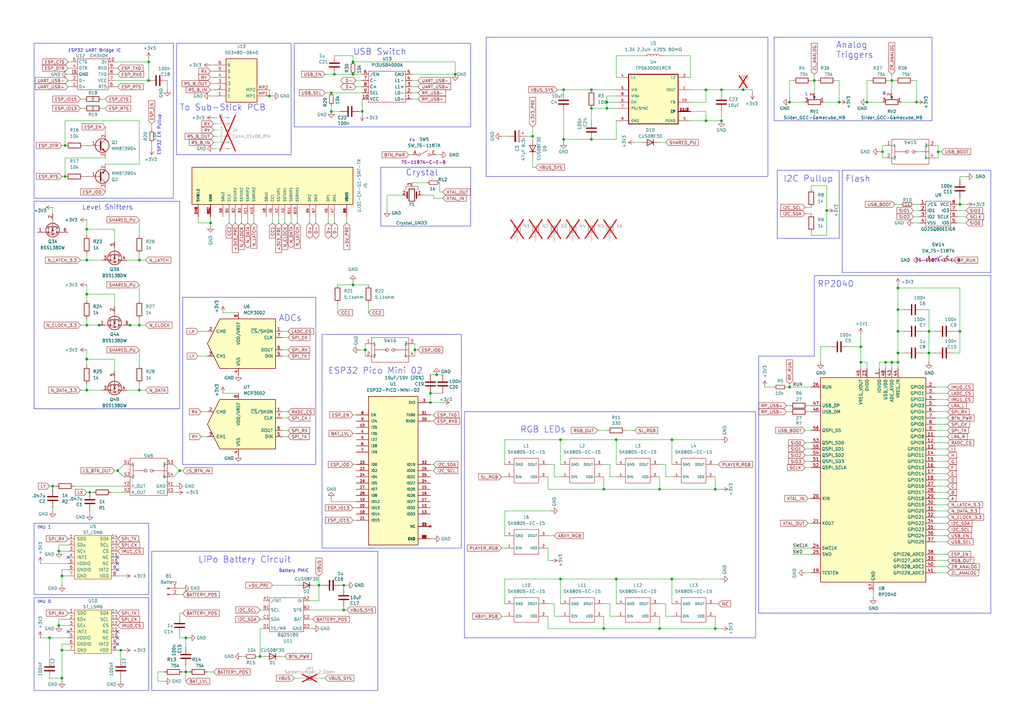
<source format=kicad_sch>
(kicad_sch (version 20231120) (generator "eeschema") (generator_version "8.0")
  (paper "A3")
  (junction (at 430.53 132.08))
  (junction (at -29.21 110.49))
  (junction (at 35.56 160.02))
  (junction (at 293.37 257.81))
  (junction (at 110.49 39.37))
  (junction (at 368.3 144.78))
  (junction (at 140.97 240.03))
  (junction (at 429.26 306.07))
  (junction (at 35.56 120.65))
  (junction (at 365.76 33.02))
  (junction (at 252.73 180.34))
  (junction (at 361.95 62.23))
  (junction (at 368.3 118.11))
  (junction (at -17.78 162.56))
  (junction (at 355.6 41.91))
  (junction (at 427.99 287.02))
  (junction (at 35.56 106.68))
  (junction (at 457.2 181.61))
  (junction (at 130.81 240.03))
  (junction (at 427.99 194.31))
  (junction (at 231.14 36.83))
  (junction (at -77.47 179.07))
  (junction (at 427.99 226.06))
  (junction (at 35.56 93.98))
  (junction (at 144.78 25.4))
  (junction (at 368.3 127))
  (junction (at 365.76 148.59))
  (junction (at 304.8 36.83))
  (junction (at 24.13 226.06))
  (junction (at 57.15 106.68))
  (junction (at 323.85 41.91))
  (junction (at 381 135.89))
  (junction (at 323.85 158.75))
  (junction (at 393.7 83.82))
  (junction (at 242.57 36.83))
  (junction (at 53.34 133.35))
  (junction (at 24.13 256.54))
  (junction (at 60.96 25.4))
  (junction (at 170.18 143.51))
  (junction (at 25.4 266.7))
  (junction (at 427.99 121.92))
  (junction (at 384.81 62.23))
  (junction (at -68.58 138.43))
  (junction (at 368.3 135.89))
  (junction (at 60.96 33.02))
  (junction (at -46.99 190.5))
  (junction (at 179.07 153.67))
  (junction (at 76.2 275.59))
  (junction (at 186.69 30.48))
  (junction (at 176.53 161.29))
  (junction (at 252.73 237.49))
  (junction (at 86.36 91.44))
  (junction (at 247.65 200.66))
  (junction (at 25.4 278.13))
  (junction (at 26.67 59.69))
  (junction (at 144.78 30.48))
  (junction (at 231.14 57.15))
  (junction (at -77.47 127))
  (junction (at 289.56 36.83))
  (junction (at 429.26 157.48))
  (junction (at 363.22 148.59))
  (junction (at 248.92 41.91))
  (junction (at 135.89 45.72))
  (junction (at 429.26 236.22))
  (junction (at 26.67 72.39))
  (junction (at -17.78 172.72))
  (junction (at 21.59 199.39))
  (junction (at 218.44 55.88))
  (junction (at 368.3 148.59))
  (junction (at 295.91 49.53))
  (junction (at 106.68 269.24))
  (junction (at -43.18 120.65))
  (junction (at 427.99 110.49))
  (junction (at 144.78 116.84))
  (junction (at 40.64 133.35))
  (junction (at 427.99 184.15))
  (junction (at 455.93 132.08))
  (junction (at 242.57 57.15))
  (junction (at 148.59 45.72))
  (junction (at 353.06 142.24))
  (junction (at 275.59 180.34))
  (junction (at 275.59 237.49))
  (junction (at -17.78 120.65))
  (junction (at 229.87 180.34))
  (junction (at -68.58 127))
  (junction (at 135.89 38.1))
  (junction (at -17.78 110.49))
  (junction (at 35.56 133.35))
  (junction (at 57.15 160.02))
  (junction (at 339.09 86.36))
  (junction (at 247.65 257.81))
  (junction (at 242.57 44.45))
  (junction (at 381 144.78))
  (junction (at 295.91 36.83))
  (junction (at 49.53 266.7))
  (junction (at -68.58 179.07))
  (junction (at 427.99 204.47))
  (junction (at 270.51 200.66))
  (junction (at 293.37 200.66))
  (junction (at 76.2 261.62))
  (junction (at 427.99 276.86))
  (junction (at -29.21 172.72))
  (junction (at 25.4 236.22))
  (junction (at 270.51 257.81))
  (junction (at 427.99 133.35))
  (junction (at 140.97 250.19))
  (junction (at 375.92 41.91))
  (junction (at -38.1 162.56))
  (junction (at 36.83 201.93))
  (junction (at -29.21 162.56))
  (junction (at -38.1 110.49))
  (junction (at 48.26 193.04))
  (junction (at 353.06 148.59))
  (junction (at 427.99 214.63))
  (junction (at 334.01 33.02))
  (junction (at -52.07 110.49))
  (junction (at -43.18 172.72))
  (junction (at 149.86 143.51))
  (junction (at 20.32 261.62))
  (junction (at 35.56 147.32))
  (junction (at 57.15 133.35))
  (junction (at 427.99 99.06))
  (junction (at 73.66 193.04))
  (junction (at -68.58 190.5))
  (junction (at 289.56 49.53))
  (junction (at 137.16 30.48))
  (junction (at 427.99 297.18))
  (junction (at 248.92 44.45))
  (junction (at 344.17 41.91))
  (junction (at 393.7 135.89))
  (junction (at 229.87 237.49))
  (junction (at -29.21 120.65))
  (junction (at 176.53 165.1))
  (junction (at -46.99 138.43))
  (junction (at -52.07 162.56))
  (junction (at 427.99 266.7))
  (no_connect (at 27.94 259.08))
  (no_connect (at 48.26 259.08))
  (no_connect (at 27.94 228.6))
  (no_connect (at 48.26 233.68))
  (no_connect (at 48.26 228.6))
  (no_connect (at 48.26 261.62))
  (no_connect (at 48.26 231.14))
  (no_connect (at 48.26 264.16))
  (wire (pts (xy 129.54 88.9) (xy 129.54 91.44)))
  (wire (pts (xy 86.36 36.83) (xy 87.63 36.83)))
  (wire (pts (xy 167.64 63.5) (xy 168.91 63.5)))
  (wire (pts (xy 368.3 144.78) (xy 370.84 144.78)))
  (wire (pts (xy 87.63 58.42) (xy 88.9 58.42)))
  (wire (pts (xy 130.81 240.03) (xy 130.81 246.38)))
  (wire (pts (xy 429.26 195.58) (xy 427.99 194.31)))
  (wire (pts (xy 41.91 106.68) (xy 35.56 106.68)))
  (wire (pts (xy 330.2 87.63) (xy 332.74 87.63)))
  (wire (pts (xy 429.26 306.07) (xy 434.34 306.07)))
  (wire (pts (xy 177.8 80.01) (xy 177.8 81.28)))
  (wire (pts (xy 431.8 137.16) (xy 441.96 137.16)))
  (wire (pts (xy 33.02 106.68) (xy 35.56 106.68)))
  (wire (pts (xy 383.54 186.69) (xy 388.62 186.69)))
  (wire (pts (xy 177.8 81.28) (xy 181.61 81.28)))
  (wire (pts (xy -29.21 171.45) (xy -29.21 172.72)))
  (wire (pts (xy 383.54 217.17) (xy 388.62 217.17)))
  (wire (pts (xy 430.53 135.89) (xy 431.8 137.16)))
  (wire (pts (xy 46.99 93.98) (xy 35.56 93.98)))
  (wire (pts (xy 231.14 57.15) (xy 242.57 57.15)))
  (wire (pts (xy 142.24 240.03) (xy 140.97 240.03)))
  (wire (pts (xy 57.15 90.17) (xy 57.15 96.52)))
  (wire (pts (xy 429.26 205.74) (xy 427.99 204.47)))
  (wire (pts (xy 57.15 160.02) (xy 57.15 157.48)))
  (wire (pts (xy 130.81 240.03) (xy 132.08 240.03)))
  (wire (pts (xy 275.59 237.49) (xy 275.59 247.65)))
  (wire (pts (xy 205.74 252.73) (xy 207.01 252.73)))
  (wire (pts (xy 429.26 132.08) (xy 427.99 133.35)))
  (wire (pts (xy 393.7 72.39) (xy 393.7 73.66)))
  (wire (pts (xy 454.66 255.27) (xy 453.39 255.27)))
  (wire (pts (xy 363.22 148.59) (xy 363.22 151.13)))
  (wire (pts (xy 43.18 52.07) (xy 43.18 54.61)))
  (wire (pts (xy 378.46 127) (xy 381 127)))
  (wire (pts (xy 111.76 240.03) (xy 121.92 240.03)))
  (wire (pts (xy 248.92 44.45) (xy 248.92 41.91)))
  (wire (pts (xy 383.54 212.09) (xy 388.62 212.09)))
  (wire (pts (xy 449.58 97.79) (xy 448.31 97.79)))
  (wire (pts (xy 383.54 161.29) (xy 388.62 161.29)))
  (wire (pts (xy 158.75 80.01) (xy 158.75 86.36)))
  (wire (pts (xy 40.64 133.35) (xy 35.56 133.35)))
  (wire (pts (xy 48.26 266.7) (xy 49.53 266.7)))
  (wire (pts (xy 383.54 166.37) (xy 388.62 166.37)))
  (wire (pts (xy 86.36 29.21) (xy 87.63 29.21)))
  (polyline (pts (xy 406.4 111.76) (xy 345.44 111.76)))
  (wire (pts (xy 86.36 34.29) (xy 87.63 34.29)))
  (wire (pts (xy 383.54 168.91) (xy 388.62 168.91)))
  (wire (pts (xy 389.89 106.68) (xy 391.16 106.68)))
  (polyline (pts (xy -91.44 146.05) (xy -2.54 146.05)))
  (wire (pts (xy -77.47 127) (xy -77.47 129.54)))
  (wire (pts (xy 144.78 177.8) (xy 146.05 177.8)))
  (wire (pts (xy 57.15 133.35) (xy 59.69 133.35)))
  (wire (pts (xy 24.13 254) (xy 24.13 256.54)))
  (wire (pts (xy 374.65 83.82) (xy 377.19 83.82)))
  (wire (pts (xy 250.19 252.73) (xy 252.73 252.73)))
  (wire (pts (xy 340.36 142.24) (xy 336.55 142.24)))
  (wire (pts (xy 383.54 176.53) (xy 388.62 176.53)))
  (wire (pts (xy 207.01 190.5) (xy 207.01 180.34)))
  (polyline (pts (xy 60.96 245.11) (xy 60.96 283.21)))
  (wire (pts (xy 106.68 269.24) (xy 105.41 269.24)))
  (wire (pts (xy 429.26 109.22) (xy 427.99 110.49)))
  (wire (pts (xy 127 257.81) (xy 128.27 257.81)))
  (wire (pts (xy 76.2 265.43) (xy 76.2 261.62)))
  (wire (pts (xy 106.68 250.19) (xy 107.95 250.19)))
  (wire (pts (xy 68.58 36.83) (xy 68.58 33.02)))
  (wire (pts (xy 347.98 142.24) (xy 353.06 142.24)))
  (wire (pts (xy 219.71 68.58) (xy 218.44 68.58)))
  (wire (pts (xy 242.57 57.15) (xy 252.73 57.15)))
  (wire (pts (xy 130.81 278.13) (xy 133.35 278.13)))
  (wire (pts (xy 71.12 190.5) (xy 73.66 193.04)))
  (wire (pts (xy 363.22 148.59) (xy 365.76 148.59)))
  (polyline (pts (xy 74.93 121.92) (xy 129.54 121.92)))
  (wire (pts (xy 445.77 295.91) (xy 444.5 295.91)))
  (wire (pts (xy 271.78 22.86) (xy 283.21 22.86)))
  (wire (pts (xy 180.34 74.93) (xy 180.34 78.74)))
  (wire (pts (xy 27.94 30.48) (xy 29.21 30.48)))
  (wire (pts (xy 86.36 31.75) (xy 87.63 31.75)))
  (wire (pts (xy 427.99 87.63) (xy 429.26 86.36)))
  (wire (pts (xy 205.74 55.88) (xy 208.28 55.88)))
  (wire (pts (xy 130.81 236.22) (xy 130.81 240.03)))
  (wire (pts (xy 144.78 190.5) (xy 146.05 190.5)))
  (wire (pts (xy 365.76 33.02) (xy 367.03 33.02)))
  (wire (pts (xy 87.63 48.26) (xy 88.9 48.26)))
  (wire (pts (xy 365.76 148.59) (xy 368.3 148.59)))
  (wire (pts (xy -29.21 189.23) (xy -30.48 190.5)))
  (wire (pts (xy 180.34 78.74) (xy 181.61 78.74)))
  (wire (pts (xy 334.01 33.02) (xy 335.28 33.02)))
  (wire (pts (xy 429.26 157.48) (xy 427.99 156.21)))
  (wire (pts (xy -52.07 109.22) (xy -52.07 110.49)))
  (wire (pts (xy 262.89 58.42) (xy 260.35 58.42)))
  (wire (pts (xy 429.26 306.07) (xy 429.26 307.34)))
  (wire (pts (xy 453.39 132.08) (xy 455.93 132.08)))
  (wire (pts (xy 383.54 219.71) (xy 388.62 219.71)))
  (wire (pts (xy 25.4 233.68) (xy 27.94 233.68)))
  (wire (pts (xy 176.53 170.18) (xy 177.8 170.18)))
  (wire (pts (xy 49.53 278.13) (xy 49.53 279.4)))
  (wire (pts (xy 383.54 222.25) (xy 388.62 222.25)))
  (polyline (pts (xy 309.88 168.91) (xy 309.88 261.62)))
  (wire (pts (xy 179.07 63.5) (xy 180.34 63.5)))
  (wire (pts (xy 106.68 254) (xy 107.95 254)))
  (wire (pts (xy 62.23 50.8) (xy 62.23 53.34)))
  (wire (pts (xy 393.7 135.89) (xy 393.7 144.78)))
  (wire (pts (xy 283.21 49.53) (xy 289.56 49.53)))
  (wire (pts (xy 147.32 143.51) (xy 149.86 143.51)))
  (wire (pts (xy -46.99 138.43) (xy -30.48 138.43)))
  (wire (pts (xy 76.2 261.62) (xy 77.47 261.62)))
  (wire (pts (xy 448.31 181.61) (xy 449.58 181.61)))
  (wire (pts (xy 429.26 97.79) (xy 427.99 99.06)))
  (wire (pts (xy -68.58 137.16) (xy -68.58 138.43)))
  (wire (pts (xy 444.5 157.48) (xy 448.31 157.48)))
  (polyline (pts (xy -2.54 93.98) (xy -2.54 144.78)))
  (polyline (pts (xy 60.96 283.21) (xy 13.97 283.21)))
  (wire (pts (xy -57.15 179.07) (xy -54.61 179.07)))
  (wire (pts (xy 227.33 247.65) (xy 227.33 252.73)))
  (polyline (pts (xy 311.15 146.05) (xy 334.01 146.05)))
  (wire (pts (xy 107.95 257.81) (xy 106.68 257.81)))
  (wire (pts (xy 91.44 128.27) (xy 97.79 128.27)))
  (wire (pts (xy 135.89 45.72) (xy 139.7 45.72)))
  (wire (pts (xy 57.15 133.35) (xy 57.15 130.81)))
  (wire (pts (xy 87.63 50.8) (xy 88.9 50.8)))
  (wire (pts (xy -46.99 190.5) (xy -46.99 191.77)))
  (polyline (pts (xy 13.97 245.11) (xy 13.97 283.21)))
  (wire (pts (xy -52.07 162.56) (xy -38.1 162.56)))
  (wire (pts (xy 176.53 172.72) (xy 177.8 172.72)))
  (wire (pts (xy 330.2 191.77) (xy 332.74 191.77)))
  (wire (pts (xy 224.79 200.66) (xy 224.79 195.58)))
  (wire (pts (xy -46.99 121.92) (xy -45.72 120.65)))
  (wire (pts (xy 369.57 41.91) (xy 375.92 41.91)))
  (wire (pts (xy 334.01 33.02) (xy 332.74 33.02)))
  (wire (pts (xy -17.78 172.72) (xy -17.78 173.99)))
  (wire (pts (xy 375.92 41.91) (xy 375.92 33.02)))
  (wire (pts (xy 427.99 133.35) (xy 427.99 121.92)))
  (wire (pts (xy -57.15 161.29) (xy -57.15 171.45)))
  (wire (pts (xy -46.99 184.15) (xy -46.99 190.5)))
  (wire (pts (xy 427.99 184.15) (xy 427.99 194.31)))
  (wire (pts (xy 86.36 26.67) (xy 87.63 26.67)))
  (wire (pts (xy 323.85 33.02) (xy 325.12 33.02)))
  (wire (pts (xy 186.69 25.4) (xy 186.69 30.48)))
  (wire (pts (xy 20.32 270.51) (xy 20.32 261.62)))
  (wire (pts (xy 344.17 33.02) (xy 342.9 33.02)))
  (wire (pts (xy 52.07 106.68) (xy 57.15 106.68)))
  (wire (pts (xy 73.66 241.3) (xy 74.93 241.3)))
  (wire (pts (xy 24.13 256.54) (xy 27.94 256.54)))
  (wire (pts (xy 231.14 58.42) (xy 231.14 57.15)))
  (wire (pts (xy 87.63 60.96) (xy 88.9 60.96)))
  (wire (pts (xy 392.43 86.36) (xy 396.24 86.36)))
  (wire (pts (xy 25.4 236.22) (xy 27.94 236.22)))
  (wire (pts (xy 168.91 74.93) (xy 175.26 74.93)))
  (wire (pts (xy -29.21 162.56) (xy -17.78 162.56)))
  (wire (pts (xy 82.55 168.91) (xy 85.09 168.91)))
  (wire (pts (xy 392.43 91.44) (xy 396.24 91.44)))
  (wire (pts (xy -29.21 129.54) (xy -29.21 137.16)))
  (wire (pts (xy 35.56 93.98) (xy 35.56 96.52)))
  (wire (pts (xy 332.74 77.47) (xy 332.74 76.2)))
  (polyline (pts (xy 406.4 113.03) (xy 334.01 113.03)))
  (wire (pts (xy 245.11 176.53) (xy 248.92 176.53)))
  (wire (pts (xy 53.34 133.35) (xy 57.15 133.35)))
  (wire (pts (xy 144.78 116.84) (xy 144.78 115.57)))
  (wire (pts (xy 458.47 86.36) (xy 457.2 86.36)))
  (wire (pts (xy 67.31 279.4) (xy 64.77 279.4)))
  (wire (pts (xy 22.86 199.39) (xy 21.59 199.39)))
  (wire (pts (xy 35.56 143.51) (xy 35.56 147.32)))
  (wire (pts (xy 96.52 88.9) (xy 96.52 91.44)))
  (wire (pts (xy 429.26 215.9) (xy 427.99 214.63)))
  (wire (pts (xy -74.93 163.83) (xy -73.66 163.83)))
  (wire (pts (xy 441.96 157.48) (xy 441.96 158.75)))
  (wire (pts (xy 368.3 116.84) (xy 368.3 118.11)))
  (wire (pts (xy 458.47 120.65) (xy 457.2 120.65)))
  (wire (pts (xy 133.35 30.48) (xy 137.16 30.48)))
  (wire (pts (xy 381 135.89) (xy 381 144.78)))
  (wire (pts (xy 227.33 252.73) (xy 229.87 252.73)))
  (wire (pts (xy 27.94 25.4) (xy 29.21 25.4)))
  (wire (pts (xy 81.28 146.05) (xy 85.09 146.05)))
  (wire (pts (xy 25.4 264.16) (xy 25.4 266.7)))
  (polyline (pts (xy 60.96 243.84) (xy 13.97 243.84)))
  (wire (pts (xy 444.5 236.22) (xy 444.5 237.49)))
  (polyline (pts (xy -2.54 144.78) (xy -91.44 144.78)))
  (wire (pts (xy 46.99 193.04) (xy 48.26 193.04)))
  (wire (pts (xy 176.53 165.1) (xy 181.61 165.1)))
  (wire (pts (xy 448.31 227.33) (xy 449.58 227.33)))
  (wire (pts (xy 457.2 132.08) (xy 455.93 132.08)))
  (wire (pts (xy 57.15 143.51) (xy 57.15 149.86)))
  (wire (pts (xy -17.78 100.33) (xy -17.78 101.6)))
  (wire (pts (xy 41.91 40.64) (xy 43.18 40.64)))
  (wire (pts (xy -68.58 179.07) (xy -64.77 179.07)))
  (wire (pts (xy 120.65 278.13) (xy 123.19 278.13)))
  (wire (pts (xy 392.43 88.9) (xy 396.24 88.9)))
  (wire (pts (xy 383.54 191.77) (xy 388.62 191.77)))
  (wire (pts (xy 466.09 132.08) (xy 464.82 132.08)))
  (wire (pts (xy 224.79 247.65) (xy 227.33 247.65)))
  (wire (pts (xy 383.54 232.41) (xy 388.62 232.41)))
  (wire (pts (xy 383.54 158.75) (xy 388.62 158.75)))
  (wire (pts (xy 119.38 88.9) (xy 119.38 91.44)))
  (wire (pts (xy 393.7 118.11) (xy 393.7 135.89)))
  (wire (pts (xy -72.39 106.68) (xy -73.66 106.68)))
  (polyline (pts (xy 156.21 68.58) (xy 156.21 92.71)))
  (wire (pts (xy 48.26 236.22) (xy 50.8 236.22)))
  (wire (pts (xy 57.15 67.31) (xy 57.15 49.53)))
  (wire (pts (xy 115.57 146.05) (xy 118.11 146.05)))
  (wire (pts (xy 330.2 234.95) (xy 332.74 234.95)))
  (wire (pts (xy 330.2 189.23) (xy 332.74 189.23)))
  (wire (pts (xy 427.99 194.31) (xy 427.99 204.47)))
  (wire (pts (xy 250.19 190.5) (xy 250.19 195.58)))
  (wire (pts (xy 25.4 266.7) (xy 27.94 266.7)))
  (wire (pts (xy 252.73 237.49) (xy 275.59 237.49)))
  (wire (pts (xy 322.58 158.75) (xy 323.85 158.75)))
  (wire (pts (xy 457.2 236.22) (xy 458.47 236.22)))
  (wire (pts (xy 36.83 201.93) (xy 35.56 201.93)))
  (wire (pts (xy 353.06 137.16) (xy 353.06 142.24)))
  (wire (pts (xy 430.53 132.08) (xy 430.53 135.89)))
  (wire (pts (xy 332.74 224.79) (xy 325.12 224.79)))
  (wire (pts (xy 275.59 180.34) (xy 295.91 180.34)))
  (wire (pts (xy 368.3 144.78) (xy 368.3 148.59)))
  (wire (pts (xy 383.54 209.55) (xy 388.62 209.55)))
  (wire (pts (xy 304.8 36.83) (xy 308.61 36.83)))
  (wire (pts (xy 368.3 135.89) (xy 368.3 144.78)))
  (wire (pts (xy 383.54 59.69) (xy 384.81 59.69)))
  (wire (pts (xy 149.86 143.51) (xy 149.86 146.05)))
  (wire (pts (xy 21.59 85.09) (xy 21.59 87.63)))
  (wire (pts (xy 224.79 229.87) (xy 224.79 224.79)))
  (wire (pts (xy 360.68 148.59) (xy 363.22 148.59)))
  (wire (pts (xy -46.99 138.43) (xy -46.99 139.7)))
  (wire (pts (xy 41.91 160.02) (xy 35.56 160.02)))
  (wire (pts (xy 76.2 275.59) (xy 74.93 275.59)))
  (wire (pts (xy 45.72 201.93) (xy 50.8 201.93)))
  (wire (pts (xy 334.01 30.48) (xy 334.01 33.02)))
  (wire (pts (xy 429.26 275.59) (xy 427.99 276.86)))
  (wire (pts (xy 353.06 142.24) (xy 353.06 148.59)))
  (wire (pts (xy 457.2 215.9) (xy 458.47 215.9)))
  (wire (pts (xy -72.39 111.76) (xy -73.66 111.76)))
  (wire (pts (xy 142.24 88.9) (xy 142.24 91.44)))
  (wire (pts (xy 93.98 88.9) (xy 93.98 91.44)))
  (wire (pts (xy 365.76 33.02) (xy 364.49 33.02)))
  (wire (pts (xy 383.54 189.23) (xy 388.62 189.23)))
  (wire (pts (xy 449.58 129.54) (xy 450.85 129.54)))
  (wire (pts (xy -52.07 100.33) (xy -52.07 101.6)))
  (wire (pts (xy 176.53 153.67) (xy 179.07 153.67)))
  (wire (pts (xy 438.15 97.79) (xy 429.26 97.79)))
  (wire (pts (xy 332.74 95.25) (xy 332.74 96.52)))
  (wire (pts (xy -45.72 172.72) (xy -43.18 172.72)))
  (wire (pts (xy 49.53 266.7) (xy 50.8 266.7)))
  (polyline (pts (xy -91.44 93.98) (xy -2.54 93.98)))
  (wire (pts (xy 427.99 184.15) (xy 430.53 184.15)))
  (wire (pts (xy 73.66 193.04) (xy 74.93 193.04)))
  (wire (pts (xy 64.77 279.4) (xy 64.77 275.59)))
  (wire (pts (xy 427.99 304.8) (xy 429.26 306.07)))
  (wire (pts (xy 457.2 171.45) (xy 457.2 181.61)))
  (wire (pts (xy 231.14 36.83) (xy 242.57 36.83)))
  (wire (pts (xy 73.66 251.46) (xy 73.66 252.73)))
  (wire (pts (xy -17.78 120.65) (xy -17.78 121.92)))
  (wire (pts (xy 242.57 36.83) (xy 252.73 36.83)))
  (wire (pts (xy 295.91 36.83) (xy 295.91 38.1)))
  (wire (pts (xy 344.17 41.91) (xy 337.82 41.91)))
  (wire (pts (xy 207.01 209.55) (xy 226.06 209.55)))
  (wire (pts (xy 429.26 170.18) (xy 427.99 171.45)))
  (wire (pts (xy 438.15 109.22) (xy 429.26 109.22)))
  (wire (pts (xy 158.75 80.01) (xy 165.1 80.01)))
  (wire (pts (xy 270.51 257.81) (xy 270.51 252.73)))
  (wire (pts (xy -17.78 120.65) (xy -12.7 120.65)))
  (wire (pts (xy -68.58 127) (xy -68.58 129.54)))
  (wire (pts (xy 247.65 247.65) (xy 250.19 247.65)))
  (wire (pts (xy -68.58 179.07) (xy -68.58 181.61)))
  (wire (pts (xy 374.65 86.36) (xy 377.19 86.36)))
  (polyline (pts (xy -91.44 111.76) (xy -91.44 144.78)))
  (wire (pts (xy 43.18 67.31) (xy 57.15 67.31)))
  (wire (pts (xy 46.99 152.4) (xy 46.99 147.32)))
  (wire (pts (xy 454.66 265.43) (xy 453.39 265.43)))
  (wire (pts (xy 30.48 199.39) (xy 50.8 199.39)))
  (wire (pts (xy 455.93 170.18) (xy 457.2 171.45)))
  (wire (pts (xy 146.05 35.56) (xy 148.59 35.56)))
  (polyline (pts (xy -2.54 196.85) (xy -91.44 196.85)))
  (wire (pts (xy 33.02 133.35) (xy 35.56 133.35)))
  (wire (pts (xy 323.85 157.48) (xy 323.85 158.75)))
  (wire (pts (xy 383.54 227.33) (xy 388.62 227.33)))
  (wire (pts (xy 24.13 223.52) (xy 24.13 226.06)))
  (wire (pts (xy 393.7 144.78) (xy 391.16 144.78)))
  (wire (pts (xy -17.78 109.22) (xy -17.78 110.49)))
  (wire (pts (xy 115.57 171.45) (xy 118.11 171.45)))
  (wire (pts (xy 383.54 184.15) (xy 388.62 184.15)))
  (wire (pts (xy 64.77 275.59) (xy 67.31 275.59)))
  (wire (pts (xy 365.76 30.48) (xy 365.76 33.02)))
  (wire (pts (xy 330.2 184.15) (xy 332.74 184.15)))
  (wire (pts (xy -17.78 152.4) (xy -17.78 153.67)))
  (wire (pts (xy 355.6 33.02) (xy 356.87 33.02)))
  (wire (pts (xy 427.99 287.02) (xy 427.99 297.18)))
  (wire (pts (xy 116.84 88.9) (xy 116.84 91.44)))
  (wire (pts (xy 368.3 135.89) (xy 370.84 135.89)))
  (wire (pts (xy 114.3 88.9) (xy 114.3 91.44)))
  (wire (pts (xy -29.21 172.72) (xy -29.21 173.99)))
  (wire (pts (xy 293.37 200.66) (xy 293.37 195.58)))
  (wire (pts (xy 438.15 215.9) (xy 429.26 215.9)))
  (wire (pts (xy 339.09 76.2) (xy 339.09 86.36)))
  (wire (pts (xy 275.59 180.34) (xy 275.59 190.5)))
  (wire (pts (xy -45.72 120.65) (xy -43.18 120.65)))
  (wire (pts (xy 127 254) (xy 128.27 254)))
  (wire (pts (xy 57.15 106.68) (xy 59.69 106.68)))
  (wire (pts (xy 110.49 39.37) (xy 111.76 39.37)))
  (wire (pts (xy 73.66 261.62) (xy 76.2 261.62)))
  (wire (pts (xy 450.85 129.54) (xy 453.39 132.08)))
  (wire (pts (xy 339.09 96.52) (xy 339.09 86.36)))
  (wire (pts (xy 127 246.38) (xy 130.81 246.38)))
  (polyline (pts (xy 406.4 69.85) (xy 406.4 111.76)))
  (wire (pts (xy 361.95 64.77) (xy 363.22 64.77)))
  (wire (pts (xy 149.86 140.97) (xy 149.86 143.51)))
  (wire (pts (xy 86.36 39.37) (xy 87.63 39.37)))
  (wire (pts (xy 242.57 44.45) (xy 242.57 49.53)))
  (wire (pts (xy 445.77 306.07) (xy 444.5 306.07)))
  (wire (pts (xy 295.91 257.81) (xy 293.37 257.81)))
  (wire (pts (xy 445.77 275.59) (xy 444.5 275.59)))
  (wire (pts (xy 365.76 148.59) (xy 365.76 151.13)))
  (wire (pts (xy 25.4 279.4) (xy 25.4 278.13)))
  (wire (pts (xy -77.47 179.07) (xy -77.47 181.61)))
  (wire (pts (xy 360.68 151.13) (xy 360.68 148.59)))
  (wire (pts (xy 27.94 223.52) (xy 24.13 223.52)))
  (polyline (pts (xy 13.97 82.55) (xy 13.97 167.64)))
  (wire (pts (xy 134.62 88.9) (xy 134.62 91.44)))
  (wire (pts (xy 151.13 124.46) (xy 151.13 128.27)))
  (wire (pts (xy 393.7 81.28) (xy 393.7 83.82)))
  (wire (pts (xy 127 88.9) (xy 127 91.44)))
  (wire (pts (xy 429.26 227.33) (xy 427.99 226.06)))
  (wire (pts (xy 106.68 269.24) (xy 107.95 269.24)))
  (wire (pts (xy 247.65 257.81) (xy 247.65 252.73)))
  (wire (pts (xy 25.4 59.69) (xy 26.67 59.69)))
  (wire (pts (xy 35.56 90.17) (xy 35.56 93.98)))
  (wire (pts (xy 427.99 256.54) (xy 427.99 266.7)))
  (wire (pts (xy 441.96 236.22) (xy 441.96 237.49)))
  (wire (pts (xy 215.9 55.88) (xy 218.44 55.88)))
  (wire (pts (xy 434.34 255.27) (xy 429.26 255.27)))
  (wire (pts (xy 438.15 195.58) (xy 429.26 195.58)))
  (wire (pts (xy 71.12 195.58) (xy 73.66 193.04)))
  (wire (pts (xy 445.77 265.43) (xy 444.5 265.43)))
  (wire (pts (xy 427.99 204.47) (xy 427.99 214.63)))
  (wire (pts (xy 438.15 120.65) (xy 429.26 120.65)))
  (wire (pts (xy 76.2 279.4) (xy 76.2 275.59)))
  (polyline (pts (xy 13.97 214.63) (xy 13.97 243.84)))
  (wire (pts (xy 384.81 62.23) (xy 386.08 62.23)))
  (wire (pts (xy 330.2 85.09) (xy 332.74 85.09)))
  (wire (pts (xy 168.91 35.56) (xy 171.45 35.56)))
  (wire (pts (xy 99.06 269.24) (xy 100.33 269.24)))
  (wire (pts (xy -52.07 110.49) (xy -38.1 110.49)))
  (wire (pts (xy 176.53 220.98) (xy 177.8 220.98)))
  (wire (pts (xy 383.54 64.77) (xy 384.81 64.77)))
  (polyline (pts (xy 129.54 121.92) (xy 129.54 190.5)))
  (wire (pts (xy 135.89 43.18) (xy 135.89 45.72)))
  (wire (pts (xy -17.78 110.49) (xy -12.7 110.49)))
  (wire (pts (xy 71.12 201.93) (xy 72.39 201.93)))
  (wire (pts (xy 429.26 255.27) (xy 427.99 256.54)))
  (wire (pts (xy 252.73 180.34) (xy 275.59 180.34)))
  (polyline (pts (xy 73.66 82.55) (xy 73.66 167.64)))
  (wire (pts (xy -55.88 120.65) (xy -57.15 119.38)))
  (wire (pts (xy 293.37 247.65) (xy 294.64 247.65)))
  (wire (pts (xy 368.3 118.11) (xy 368.3 127)))
  (wire (pts (xy 358.14 242.57) (xy 358.14 245.11)))
  (wire (pts (xy 247.65 200.66) (xy 247.65 195.58)))
  (wire (pts (xy 293.37 200.66) (xy 270.51 200.66)))
  (wire (pts (xy 252.73 44.45) (xy 248.92 44.45)))
  (wire (pts (xy 393.7 72.39) (xy 396.24 72.39)))
  (wire (pts (xy 295.91 36.83) (xy 304.8 36.83)))
  (wire (pts (xy 16.51 231.14) (xy 27.94 231.14)))
  (wire (pts (xy 228.6 36.83) (xy 231.14 36.83)))
  (wire (pts (xy 361.95 62.23) (xy 361.95 64.77)))
  (wire (pts (xy 429.26 295.91) (xy 427.99 297.18)))
  (wire (pts (xy 231.14 38.1) (xy 231.14 36.83)))
  (wire (pts (xy 46.99 30.48) (xy 48.26 30.48)))
  (wire (pts (xy 383.54 207.01) (xy 388.62 207.01)))
  (wire (pts (xy -46.99 132.08) (xy -46.99 138.43)))
  (wire (pts (xy 27.94 33.02) (xy 29.21 33.02)))
  (wire (pts (xy 35.56 120.65) (xy 35.56 123.19)))
  (wire (pts (xy 35.56 133.35) (xy 35.56 130.81)))
  (wire (pts (xy 323.85 168.91) (xy 322.58 168.91)))
  (wire (pts (xy 33.02 44.45) (xy 34.29 44.45)))
  (wire (pts (xy 368.3 127) (xy 368.3 135.89)))
  (wire (pts (xy 332.74 96.52) (xy 339.09 96.52)))
  (wire (pts (xy 429.26 157.48) (xy 429.26 158.75)))
  (polyline (pts (xy 129.54 190.5) (xy 74.93 190.5)))
  (wire (pts (xy 332.74 166.37) (xy 331.47 166.37)))
  (wire (pts (xy 283.21 36.83) (xy 289.56 36.83)))
  (wire (pts (xy 332.74 168.91) (xy 331.47 168.91)))
  (wire (pts (xy 73.66 243.84) (xy 74.93 243.84)))
  (wire (pts (xy -72.39 114.3) (xy -73.66 114.3)))
  (wire (pts (xy 448.31 109.22) (xy 449.58 109.22)))
  (wire (pts (xy 454.66 137.16) (xy 455.93 135.89)))
  (wire (pts (xy 429.26 236.22) (xy 427.99 234.95)))
  (wire (pts (xy -68.58 138.43) (xy -46.99 138.43)))
  (wire (pts (xy 361.95 59.69) (xy 361.95 62.23)))
  (wire (pts (xy 50.8 195.58) (xy 48.26 193.04)))
  (wire (pts (xy 289.56 41.91) (xy 289.56 36.83)))
  (wire (pts (xy 381 127) (xy 381 135.89)))
  (wire (pts (xy -17.78 181.61) (xy -17.78 182.88)))
  (wire (pts (xy -55.88 120.65) (xy -53.34 120.65)))
  (wire (pts (xy 275.59 237.49) (xy 295.91 237.49)))
  (wire (pts (xy 429.26 120.65) (xy 427.99 121.92)))
  (wire (pts (xy 207.01 237.49) (xy 229.87 237.49)))
  (wire (pts (xy 26.67 49.53) (xy 26.67 59.69)))
  (wire (pts (xy 224.79 229.87) (xy 226.06 229.87)))
  (wire (pts (xy 46.99 147.32) (xy 35.56 147.32)))
  (wire (pts (xy 353.06 148.59) (xy 355.6 148.59)))
  (wire (pts (xy 252.73 180.34) (xy 252.73 190.5)))
  (wire (pts (xy 46.99 27.94) (xy 48.26 27.94)))
  (wire (pts (xy 383.54 179.07) (xy 388.62 179.07)))
  (wire (pts (xy 148.59 45.72) (xy 148.59 46.99)))
  (wire (pts (xy -29.21 110.49) (xy -29.21 111.76)))
  (wire (pts (xy 224.79 257.81) (xy 224.79 252.73)))
  (wire (pts (xy 21.59 208.28) (xy 21.59 209.55)))
  (wire (pts (xy -77.47 189.23) (xy -76.2 190.5)))
  (wire (pts (xy 52.07 160.02) (xy 57.15 160.02)))
  (wire (pts (xy 224.79 219.71) (xy 227.33 219.71)))
  (wire (pts (xy 383.54 201.93) (xy 388.62 201.93)))
  (wire (pts (xy 207.01 247.65) (xy 207.01 237.49)))
  (wire (pts (xy 427.99 226.06) (xy 427.99 234.95)))
  (polyline (pts (xy 156.21 68.58) (xy 193.04 68.58)))
  (wire (pts (xy 283.21 41.91) (xy 289.56 41.91)))
  (wire (pts (xy 34.29 72.39) (xy 35.56 72.39)))
  (wire (pts (xy -77.47 179.07) (xy -68.58 179.07)))
  (wire (pts (xy 444.5 157.48) (xy 444.5 158.75)))
  (wire (pts (xy 36.83 210.82) (xy 36.83 209.55)))
  (wire (pts (xy 26.67 64.77) (xy 43.18 64.77)))
  (wire (pts (xy 454.66 285.75) (xy 453.39 285.75)))
  (wire (pts (xy 444.5 236.22) (xy 449.58 236.22)))
  (wire (pts (xy 383.54 199.39) (xy 388.62 199.39)))
  (wire (pts (xy 140.97 248.92) (xy 140.97 250.19)))
  (wire (pts (xy 448.31 215.9) (xy 449.58 215.9)))
  (wire (pts (xy 383.54 234.95) (xy 388.62 234.95)))
  (wire (pts (xy 445.77 170.18) (xy 444.5 171.45)))
  (wire (pts (xy -55.88 172.72) (xy -57.15 171.45)))
  (wire (pts (xy 332.74 76.2) (xy 339.09 76.2)))
  (wire (pts (xy 252.73 22.86) (xy 264.16 22.86)))
  (wire (pts (xy -52.07 161.29) (xy -52.07 162.56)))
  (polyline (pts (xy 13.97 245.11) (xy 60.96 245.11)))
  (wire (pts (xy 135.89 38.1) (xy 148.59 38.1)))
  (wire (pts (xy -52.07 110.49) (xy -52.07 111.76)))
  (wire (pts (xy 146.05 33.02) (xy 148.59 33.02)))
  (wire (pts (xy 144.78 30.48) (xy 148.59 30.48)))
  (wire (pts (xy 252.73 31.75) (xy 252.73 22.86)))
  (wire (pts (xy 168.91 33.02) (xy 171.45 33.02)))
  (wire (pts (xy 330.2 186.69) (xy 332.74 186.69)))
  (wire (pts (xy 454.66 275.59) (xy 453.39 275.59)))
  (wire (pts (xy 438.15 184.15) (xy 439.42 184.15)))
  (wire (pts (xy 250.19 247.65) (xy 250.19 252.73)))
  (wire (pts (xy -57.15 109.22) (xy -57.15 119.38)))
  (wire (pts (xy 273.05 252.73) (xy 275.59 252.73)))
  (wire (pts (xy 57.15 116.84) (xy 57.15 123.19)))
  (wire (pts (xy 427.99 99.06) (xy 427.99 87.63)))
  (wire (pts (xy 383.54 181.61) (xy 388.62 181.61)))
  (wire (pts (xy 52.07 133.35) (xy 53.34 133.35)))
  (wire (pts (xy 229.87 237.49) (xy 229.87 247.65)))
  (wire (pts (xy 205.74 195.58) (xy 207.01 195.58)))
  (wire (pts (xy -29.21 119.38) (xy -29.21 120.65)))
  (wire (pts (xy 231.14 45.72) (xy 231.14 57.15)))
  (wire (pts (xy 429.26 265.43) (xy 427.99 266.7)))
  (wire (pts (xy 383.54 204.47) (xy 388.62 204.47)))
  (wire (pts (xy 392.43 83.82) (xy 393.7 83.82)))
  (wire (pts (xy 252.73 237.49) (xy 252.73 247.65)))
  (wire (pts (xy 218.44 55.88) (xy 218.44 57.15)))
  (wire (pts (xy -68.58 127) (xy -64.77 127)))
  (wire (pts (xy 137.16 88.9) (xy 137.16 91.44)))
  (wire (pts (xy 144.78 116.84) (xy 151.13 116.84)))
  (wire (pts (xy 172.72 80.01) (xy 177.8 80.01)))
  (wire (pts (xy 144.78 208.28) (xy 146.05 208.28)))
  (wire (pts (xy 445.77 285.75) (xy 444.5 285.75)))
  (wire (pts (xy 434.34 275.59) (xy 429.26 275.59)))
  (wire (pts (xy 106.68 257.81) (xy 106.68 269.24)))
  (wire (pts (xy 229.87 180.34) (xy 252.73 180.34)))
  (wire (pts (xy 104.14 88.9) (xy 104.14 91.44)))
  (wire (pts (xy -76.2 138.43) (xy -68.58 138.43)))
  (wire (pts (xy 139.7 240.03) (xy 140.97 240.03)))
  (wire (pts (xy 176.53 161.29) (xy 181.61 161.29)))
  (wire (pts (xy 144.78 22.86) (xy 144.78 25.4)))
  (wire (pts (xy 438.15 227.33) (xy 429.26 227.33)))
  (wire (pts (xy 308.61 36.83) (xy 308.61 38.1)))
  (wire (pts (xy 383.54 214.63) (xy 388.62 214.63)))
  (wire (pts (xy 87.63 55.88) (xy 88.9 55.88)))
  (wire (pts (xy 270.51 200.66) (xy 247.65 200.66)))
  (wire (pts (xy 46.99 25.4) (xy 60.96 25.4)))
  (wire (pts (xy 137.16 22.86) (xy 144.78 22.86)))
  (polyline (pts (xy 73.66 167.64) (xy 13.97 167.64)))
  (wire (pts (xy 168.91 30.48) (xy 186.69 30.48)))
  (wire (pts (xy 273.05 58.42) (xy 270.51 58.42)))
  (wire (pts (xy 86.36 88.9) (xy 86.36 91.44)))
  (wire (pts (xy 25.4 233.68) (xy 25.4 236.22)))
  (wire (pts (xy -77.47 137.16) (xy -76.2 138.43)))
  (wire (pts (xy 170.18 140.97) (xy 170.18 143.51)))
  (wire (pts (xy 457.2 157.48) (xy 455.93 157.48)))
  (wire (pts (xy -43.18 120.65) (xy -29.21 120.65)))
  (wire (pts (xy 427.99 171.45) (xy 427.99 184.15)))
  (wire (pts (xy 49.53 266.7) (xy 49.53 270.51)))
  (wire (pts (xy 283.21 45.72) (xy 289.56 45.72)))
  (wire (pts (xy 247.65 190.5) (xy 250.19 190.5)))
  (wire (pts (xy 81.28 88.9) (xy 81.28 91.44)))
  (wire (pts (xy 353.06 148.59) (xy 353.06 151.13)))
  (wire (pts (xy 367.03 83.82) (xy 369.57 83.82)))
  (wire (pts (xy 25.4 264.16) (xy 27.94 264.16)))
  (wire (pts (xy 146.05 205.74) (xy 135.89 205.74)))
  (wire (pts (xy 427.99 276.86) (xy 427.99 287.02)))
  (wire (pts (xy 115.57 179.07) (xy 118.11 179.07)))
  (wire (pts (xy 270.51 190.5) (xy 273.05 190.5)))
  (wire (pts (xy 24.13 226.06) (xy 27.94 226.06)))
  (polyline (pts (xy -91.44 163.83) (xy -91.44 196.85)))
  (wire (pts (xy 71.12 199.39) (xy 72.39 199.39)))
  (wire (pts (xy 344.17 33.02) (xy 344.17 41.91)))
  (wire (pts (xy 381 135.89) (xy 383.54 135.89)))
  (wire (pts (xy 138.43 116.84) (xy 144.78 116.84)))
  (wire (pts (xy 427.99 297.18) (xy 427.99 304.8)))
  (wire (pts (xy 434.34 265.43) (xy 429.26 265.43)))
  (wire (pts (xy 27.94 27.94) (xy 29.21 27.94)))
  (wire (pts (xy 293.37 190.5) (xy 294.64 190.5)))
  (wire (pts (xy 381 144.78) (xy 381 148.59)))
  (wire (pts (xy 252.73 41.91) (xy 248.92 41.91)))
  (wire (pts (xy 454.66 295.91) (xy 453.39 295.91)))
  (polyline (pts (xy 193.04 92.71) (xy 156.21 92.71)))
  (wire (pts (xy 458.47 109.22) (xy 457.2 109.22)))
  (wire (pts (xy 25.4 236.22) (xy 25.4 240.03)))
  (wire (pts (xy 458.47 97.79) (xy 457.2 97.79)))
  (wire (pts (xy -78.74 127) (xy -77.47 127)))
  (wire (pts (xy 273.05 247.65) (xy 273.05 252.73)))
  (wire (pts (xy 207.01 219.71) (xy 207.01 209.55)))
  (wire (pts (xy 383.54 196.85) (xy 388.62 196.85)))
  (wire (pts (xy 449.58 86.36) (xy 448.31 86.36)))
  (wire (pts (xy 429.26 285.75) (xy 427.99 287.02)))
  (wire (pts (xy 429.26 236.22) (xy 429.26 237.49)))
  (wire (pts (xy 454.66 306.07) (xy 453.39 306.07)))
  (wire (pts (xy 81.28 135.89) (xy 85.09 135.89)))
  (wire (pts (xy 384.81 59.69) (xy 384.81 62.23)))
  (wire (pts (xy -68.58 189.23) (xy -68.58 190.5)))
  (wire (pts (xy 87.63 53.34) (xy 88.9 53.34)))
  (wire (pts (xy 383.54 171.45) (xy 388.62 171.45)))
  (wire (pts (xy -52.07 119.38) (xy -53.34 120.65)))
  (wire (pts (xy 441.96 236.22) (xy 429.26 236.22)))
  (wire (pts (xy 295.91 200.66) (xy 293.37 200.66)))
  (wire (pts (xy 331.47 204.47) (xy 332.74 204.47)))
  (wire (pts (xy 16.51 261.62) (xy 20.32 261.62)))
  (wire (pts (xy 252.73 39.37) (xy 248.92 39.37)))
  (polyline (pts (xy 334.01 113.03) (xy 334.01 146.05)))
  (wire (pts (xy 21.59 200.66) (xy 21.59 199.39)))
  (wire (pts (xy 115.57 168.91) (xy 118.11 168.91)))
  (wire (pts (xy -46.99 173.99) (xy -45.72 172.72)))
  (wire (pts (xy 33.02 160.02) (xy 35.56 160.02)))
  (wire (pts (xy 323.85 158.75) (xy 332.74 158.75)))
  (wire (pts (xy 332.74 227.33) (xy 325.12 227.33)))
  (wire (pts (xy 330.2 181.61) (xy 332.74 181.61)))
  (polyline (pts (xy 311.15 251.46) (xy 406.4 251.46)))
  (wire (pts (xy 289.56 49.53) (xy 295.91 49.53)))
  (wire (pts (xy 323.85 166.37) (xy 322.58 166.37)))
  (wire (pts (xy 140.97 240.03) (xy 140.97 241.3)))
  (wire (pts (xy -78.74 179.07) (xy -77.47 179.07)))
  (polyline (pts (xy 345.44 69.85) (xy 406.4 69.85)))
  (wire (pts (xy 383.54 229.87) (xy 388.62 229.87)))
  (wire (pts (xy 370.84 127) (xy 368.3 127)))
  (wire (pts (xy -29.21 120.65) (xy -17.78 120.65)))
  (wire (pts (xy 224.79 190.5) (xy 227.33 190.5)))
  (wire (pts (xy 148.59 40.64) (xy 148.59 45.72)))
  (wire (pts (xy 378.46 135.89) (xy 381 135.89)))
  (wire (pts (xy -29.21 172.72) (xy -17.78 172.72)))
  (wire (pts (xy -29.21 110.49) (xy -17.78 110.49)))
  (polyline (pts (xy 193.04 68.58) (xy 193.04 92.71)))
  (polyline (pts (xy 311.15 146.05) (xy 311.15 251.46)))
  (wire (pts (xy 448.31 120.65) (xy 449.58 120.65)))
  (wire (pts (xy 250.19 195.58) (xy 252.73 195.58)))
  (wire (pts (xy 252.73 57.15) (xy 252.73 49.53)))
  (wire (pts (xy 170.18 143.51) (xy 170.18 146.05)))
  (wire (pts (xy 135.89 205.74) (xy 135.89 204.47)))
  (wire (pts (xy 20.32 261.62) (xy 27.94 261.62)))
  (wire (pts (xy 273.05 195.58) (xy 275.59 195.58)))
  (wire (pts (xy 289.56 45.72) (xy 289.56 49.53)))
  (wire (pts (xy 449.58 195.58) (xy 448.31 195.58)))
  (wire (pts (xy 242.57 44.45) (xy 248.92 44.45)))
  (wire (pts (xy 20.32 278.13) (xy 25.4 278.13)))
  (wire (pts (xy 434.34 285.75) (xy 429.26 285.75)))
  (polyline (pts (xy -2.54 146.05) (xy -2.54 196.85)))
  (wire (pts (xy -57.15 127) (xy -54.61 127)))
  (wire (pts (xy 205.74 224.79) (xy 207.01 224.79)))
  (wire (pts (xy 99.06 88.9) (xy 99.06 91.44)))
  (wire (pts (xy 444.5 137.16) (xy 454.66 137.16)))
  (wire (pts (xy 445.77 170.18) (xy 455.93 170.18)))
  (wire (pts (xy -29.21 181.61) (xy -29.21 189.23)))
  (wire (pts (xy 375.92 33.02) (xy 374.65 33.02)))
  (wire (pts (xy 46.99 125.73) (xy 46.99 120.65)))
  (wire (pts (xy 427.99 133.35) (xy 427.99 156.21)))
  (wire (pts (xy 427.99 266.7) (xy 427.99 276.86)))
  (polyline (pts (xy -91.44 111.76) (xy -91.44 93.98)))
  (wire (pts (xy 391.16 135.89) (xy 393.7 135.89)))
  (wire (pts (xy 115.57 269.24) (xy 116.84 269.24)))
  (wire (pts (xy 293.37 257.81) (xy 293.37 252.73)))
  (wire (pts (xy 168.91 38.1) (xy 171.45 38.1)))
  (polyline (pts (xy 74.93 121.92) (xy 74.93 190.5)))
  (polyline (pts (xy 13.97 214.63) (xy 60.96 214.63)))
  (wire (pts (xy 289.56 36.83) (xy 295.91 36.83)))
  (wire (pts (xy 129.54 240.03) (xy 130.81 240.03)))
  (wire (pts (xy -38.1 110.49) (xy -29.21 110.49)))
  (wire (pts (xy 247.65 257.81) (xy 224.79 257.81)))
  (wire (pts (xy 384.81 62.23) (xy 384.81 64.77)))
  (wire (pts (xy 46.99 35.56) (xy 48.26 35.56)))
  (wire (pts (xy 76.2 273.05) (xy 76.2 275.59)))
  (wire (pts (xy 273.05 190.5) (xy 273.05 195.58)))
  (wire (pts (xy 295.91 45.72) (xy 295.91 49.53)))
  (wire (pts (xy -52.07 171.45) (xy -53.34 172.72)))
  (wire (pts (xy 455.93 132.08) (xy 455.93 135.89)))
  (wire (pts (xy 332.74 214.63) (xy 331.47 214.63)))
  (wire (pts (xy 441.96 171.45) (xy 441.96 172.72)))
  (wire (pts (xy 57.15 49.53) (xy 26.67 49.53)))
  (wire (pts (xy 27.94 254) (xy 24.13 254)))
  (wire (pts (xy 441.96 157.48) (xy 429.26 157.48)))
  (wire (pts (xy 374.65 91.44) (xy 377.19 91.44)))
  (wire (pts (xy 35.56 147.32) (xy 35.56 149.86)))
  (wire (pts (xy 438.15 205.74) (xy 429.26 205.74)))
  (wire (pts (xy 393.7 83.82) (xy 396.24 83.82)))
  (wire (pts (xy 227.33 190.5) (xy 227.33 195.58)))
  (wire (pts (xy 35.56 116.84) (xy 35.56 120.65)))
  (wire (pts (xy 330.2 176.53) (xy 332.74 176.53)))
  (wire (pts (xy 218.44 52.07) (xy 218.44 55.88)))
  (wire (pts (xy 121.92 88.9) (xy 121.92 91.44)))
  (wire (pts (xy 50.8 190.5) (xy 48.26 193.04)))
  (wire (pts (xy 144.78 213.36) (xy 146.05 213.36)))
  (wire (pts (xy -17.78 161.29) (xy -17.78 162.56)))
  (polyline (pts (xy 345.44 69.85) (xy 345.44 111.76)))
  (wire (pts (xy 427.99 121.92) (xy 427.99 110.49)))
  (wire (pts (xy 229.87 237.49) (xy 252.73 237.49)))
  (wire (pts (xy 440.69 170.18) (xy 429.26 170.18)))
  (wire (pts (xy 43.18 77.47) (xy 43.18 78.74)))
  (wire (pts (xy -38.1 162.56) (xy -29.21 162.56)))
  (wire (pts (xy 81.28 91.44) (xy 86.36 91.44)))
  (wire (pts (xy -29.21 120.65) (xy -29.21 121.92)))
  (wire (pts (xy 434.34 295.91) (xy 429.26 295.91)))
  (wire (pts (xy 46.99 99.06) (xy 46.99 93.98)))
  (wire (pts (xy 377.19 106.68) (xy 379.73 106.68)))
  (wire (pts (xy 441.96 171.45) (xy 440.69 170.18)))
  (wire (pts (xy 21.59 199.39) (xy 20.32 199.39)))
  (wire (pts (xy 449.58 205.74) (xy 448.31 205.74)))
  (wire (pts (xy 218.44 68.58) (xy 218.44 64.77)))
  (wire (pts (xy 110.49 36.83) (xy 110.49 39.37)))
  (wire (pts (xy -52.07 162.56) (xy -52.07 163.83)))
  (wire (pts (xy 430.53 132.08) (xy 429.26 132.08)))
  (wire (pts (xy 101.6 88.9) (xy 101.6 91.44)))
  (wire (pts (xy 115.57 135.89) (xy 118.11 135.89)))
  (wire (pts (xy 91.44 161.29) (xy 97.79 161.29)))
  (wire (pts (xy 323.85 41.91) (xy 323.85 33.02)))
  (wire (pts (xy 457.2 205.74) (xy 458.47 205.74)))
  (wire (pts (xy 361.95 41.91) (xy 355.6 41.91)))
  (wire (pts (xy 60.96 24.13) (xy 60.96 25.4)))
  (wire (pts (xy 170.18 143.51) (xy 171.45 143.51)))
  (wire (pts (xy 430.53 132.08) (xy 435.61 132.08)))
  (wire (pts (xy 229.87 180.34) (xy 229.87 190.5)))
  (wire (pts (xy 26.67 64.77) (xy 26.67 72.39)))
  (wire (pts (xy 147.32 45.72) (xy 148.59 45.72)))
  (wire (pts (xy 168.91 40.64) (xy 171.45 40.64)))
  (wire (pts (xy 381 144.78) (xy 383.54 144.78)))
  (wire (pts (xy -68.58 190.5) (xy -46.99 190.5)))
  (wire (pts (xy 360.68 62.23) (xy 361.95 62.23)))
  (wire (pts (xy 355.6 148.59) (xy 355.6 151.13)))
  (wire (pts (xy 25.4 266.7) (xy 25.4 278.13)))
  (wire (pts (xy 393.7 118.11) (xy 368.3 118.11)))
  (wire (pts (xy 25.4 72.39) (xy 26.67 72.39)))
  (wire (pts (xy 176.53 193.04) (xy 177.8 193.04)))
  (wire (pts (xy 227.33 195.58) (xy 229.87 195.58)))
  (wire (pts (xy 429.26 86.36) (xy 438.15 86.36)))
  (polyline (pts (xy 190.5 168.91) (xy 309.88 168.91)))
  (wire (pts (xy -46.99 190.5) (xy -30.48 190.5)))
  (wire (pts (xy 444.5 171.45) (xy 444.5 172.72)))
  (wire (pts (xy 355.6 41.91) (xy 355.6 33.02)))
  (wire (pts (xy 33.02 40.64) (xy 34.29 40.64)))
  (wire (pts (xy 283.21 22.86) (xy 283.21 31.75)))
  (wire (pts (xy 144.78 25.4) (xy 186.69 25.4)))
  (wire (pts (xy 368.3 148.59) (xy 368.3 151.13)))
  (wire (pts (xy 270.51 257.81) (xy 247.65 257.81)))
  (wire (pts (xy 62.23 58.42) (xy 62.23 60.96)))
  (wire (pts (xy -17.78 129.54) (xy -17.78 130.81)))
  (polyline (pts (xy 60.96 214.63) (xy 60.96 243.84)))
  (wire (pts (xy 127 250.19) (xy 140.97 250.19)))
  (wire (pts (xy 86.36 91.44) (xy 86.36 92.71)))
  (wire (pts (xy 383.54 173.99) (xy 388.62 173.99)))
  (wire (pts (xy -29.21 137.16) (xy -30.48 138.43)))
  (wire (pts (xy 115.57 143.51) (xy 118.11 143.51)))
  (wire (pts (xy 383.54 194.31) (xy 388.62 194.31)))
  (wire (pts (xy -55.88 172.72) (xy -53.34 172.72)))
  (polyline (pts (xy 309.88 261.62) (xy 190.5 261.62)))
  (wire (pts (xy 381 144.78) (xy 378.46 144.78)))
  (wire (pts (xy 73.66 260.35) (xy 73.66 261.62)))
  (wire (pts (xy 445.77 255.27) (xy 444.5 255.27)))
  (wire (pts (xy 46.99 33.02) (xy 60.96 33.02)))
  (wire (pts (xy 383.54 163.83) (xy 388.62 163.83)))
  (wire (pts (xy 466.09 181.61) (xy 467.36 181.61)))
  (wire (pts (xy -74.93 166.37) (xy -73.66 166.37)))
  (wire (pts (xy 270.51 200.66) (xy 270.51 195.58)))
  (wire (pts (xy 313.69 158.75) (xy 317.5 158.75)))
  (polyline (pts (xy 13.97 82.55) (xy 73.66 82.55)))
  (wire (pts (xy 60.96 33.02) (xy 60.96 25.4)))
  (wire (pts (xy 427.99 214.63) (xy 427.99 226.06)))
  (wire (pts (xy 140.97 250.19) (xy 142.24 250.19)))
  (wire (pts (xy 34.29 59.69) (xy 35.56 59.69)))
  (wire (pts (xy 330.2 41.91) (xy 323.85 41.91)))
  (wire (pts (xy 374.65 88.9) (xy 377.19 88.9)))
  (wire (pts (xy 179.07 153.67) (xy 181.61 153.67)))
  (wire (pts (xy 38.1 201.93) (xy 36.83 201.93)))
  (wire (pts (xy 35.56 160.02) (xy 35.56 157.48)))
  (wire (pts (xy 115.57 176.53) (xy 118.11 176.53)))
  (wire (pts (xy 361.95 59.69) (xy 363.22 59.69)))
  (wire (pts (xy 256.54 176.53) (xy 260.35 176.53)))
  (polyline (pts (xy 406.4 251.46) (xy 406.4 113.03)))
  (polyline (pts (xy -91.44 163.83) (xy -91.44 146.05)))
  (wire (pts (xy -17.78 172.72) (xy -12.7 172.72)))
  (wire (pts (xy 27.94 35.56) (xy 29.21 35.56)))
  (wire (pts (xy 73.66 251.46) (xy 74.93 251.46)))
  (wire (pts (xy 336.55 142.24) (xy 336.55 148.59)))
  (wire (pts (xy 115.57 138.43) (xy 118.11 138.43)))
  (wire (pts (xy 427.99 110.49) (xy 427.99 99.06)))
  (wire (pts (xy 57.15 160.02) (xy 59.69 160.02)))
  (wire (pts (xy -29.21 162.56) (xy -29.21 163.83)))
  (polyline (pts (xy 190.5 168.91) (xy 190.5 261.62)))
  (wire (pts (xy 176.53 161.29) (xy 176.53 165.1)))
  (wire (pts (xy 137.16 30.48) (xy 144.78 30.48)))
  (wire (pts (xy -76.2 190.5) (xy -68.58 190.5)))
  (wire (pts (xy 457.2 195.58) (xy 458.47 195.58)))
  (wire (pts (xy 293.37 257.81) (xy 270.51 257.81)))
  (wire (pts (xy 76.2 275.59) (xy 77.47 275.59)))
  (wire (pts (xy 144.78 170.18) (xy 146.05 170.18)))
  (wire (pts (xy 35.56 106.68) (xy 35.56 104.14)))
  (wire (pts (xy 111.76 88.9) (xy 111.76 91.44)))
  (wire (pts (xy 57.15 106.68) (xy 57.15 104.14)))
  (wire (pts (xy 176.53 190.5) (xy 177.8 190.5)))
  (wire (pts (xy 248.92 41.91) (xy 248.92 39.37)))
  (wire (pts (xy 41.91 133.35) (xy 40.64 133.35)))
  (wire (pts (xy -77.47 127) (xy -68.58 127)))
  (wire (pts (xy 85.09 275.59) (xy 87.63 275.59)))
  (wire (pts (xy 46.99 120.65) (xy 35.56 120.65)))
  (wire (pts (xy 457.2 181.61) (xy 458.47 181.61)))
  (wire (pts (xy -74.93 158.75) (xy -73.66 158.75)))
  (wire (pts (xy -43.18 172.72) (xy -29.21 172.72)))
  (wire (pts (xy 334.01 38.1) (xy 334.01 33.02)))
  (wire (pts (xy -17.78 162.56) (xy -12.7 162.56)))
  (wire (pts (xy 207.01 180.34) (xy 229.87 180.34)))
  (wire (pts (xy 133.35 38.1) (xy 135.89 38.1)))
  (wire (pts (xy 138.43 124.46) (xy 138.43 128.27)))
  (wire (pts (xy 247.65 200.66) (xy 224.79 200.66)))
  (wire (pts (xy 365.76 38.1) (xy 365.76 33.02)))
  (wire (pts (xy -52.07 152.4) (xy -52.07 153.67)))
  (wire (pts (xy 41.91 44.45) (xy 43.18 44.45)))
  (wire (pts (xy 82.55 179.07) (xy 85.09 179.07)))
  (wire (pts (xy 270.51 247.65) (xy 273.05 247.65)))
  (wire (pts (xy 457.2 227.33) (xy 458.47 227.33)))
  (rectangle (start 120.65 17.78) (end 193.04 52.07))
  (rectangle (start 318.77 69.85) (end 344.17 97.79))
  (rectangle (start 199.39 15.24) (end 314.96 72.39))
  (rectangle (start 132.08 137.16) (end 189.23 224.79))
  (rectangle (start 62.23 226.06) (end 154.94 283.21))
  (rectangle (start 317.5 15.24) (end 382.27 49.53))
  (rectangle (start 13.97 17.78) (end 71.12 81.28))
  (rectangle (start 72.39 17.78) (end 119.38 63.5))
  (text "A" (at 437.896 188.976 0) (effects (font (size 1.27 1.27)) (justify left bottom)))
  (text "DL" (at 437.134 97.282 0) (effects (font (size 1.27 1.27)) (justify left bottom)))
  (text "Left Stick Btn" (at 436.372 125.984 0) (effects (font (size 1.27 1.27)) (justify left bottom)))
  (text "To Sub-Stick PCB" (at 73.66 45.72 0) (effects (font (size 2.54 2.54)) (justify left bottom)))
  (text "Minus" (at 431.038 260.096 0) (effects (font (size 1.27 1.27)) (justify left bottom)))
  (text "DU" (at 437.388 85.852 0) (effects (font (size 1.27 1.27)) (justify left bottom)))
  (text "RP2040" (at 335.28 118.11 0) (effects (font (size 2.54 2.54)) (justify left bottom)))
  (text "RGB LEDs" (at 213.36 177.8 0) (effects (font (size 2.54 2.54)) (justify left bottom)))
  (text "LiPo Battery Circuit" (at 81.28 231.14 0) (effects (font (size 2.54 2.54)) (justify left bottom)))
  (text "ESP32 EN Pullup" (at 66.04 46.99 90) (effects (font (size 1.27 1.27)) (justify right bottom)))
  (text "I2C Pullup\n" (at 321.31 74.93 0) (effects (font (size 2.54 2.54)) (justify left bottom)))
  (text "USB Switch" (at 144.78 22.86 0) (effects (font (size 2.54 2.54)) (justify left bottom)))
  (text "Fn" (at 167.894 58.42 0) (effects (font (size 1.27 1.27)) (justify left bottom)))
  (text "Plus" (at 433.07 250.19 0) (effects (font (size 1.27 1.27)) (justify left bottom)))
  (text "L" (at 330.2 39.37 0) (effects (font (size 1.27 1.27)) (justify left bottom)))
  (text "ADCs" (at 114.3 132.08 0) (effects (font (size 2.54 2.54)) (justify left bottom)))
  (text "Haptics\n" (at -90.678 98.552 0) (effects (font (size 2.54 2.54)) (justify left bottom)))
  (text "Haptics\n" (at -90.678 150.622 0) (effects (font (size 2.54 2.54)) (justify left bottom)))
  (text "Flash" (at 346.71 74.93 0) (effects (font (size 2.54 2.54)) (justify left bottom)))
  (text "ESP32 Pico Mini 02" (at 134.62 153.67 0) (effects (font (size 2.54 2.54)) (justify left bottom)))
  (text "B" (at 434.34 305.562 0) (effects (font (size 1.27 1.27)) (justify left bottom)))
  (text "ZR" (at 438.15 220.98 0) (effects (font (size 1.27 1.27)) (justify left bottom)))
  (text "ESP32 UART Bridge IC" (at 27.94 21.59 0) (effects (font (size 1.27 1.27)) (justify left bottom)))
  (text "DD" (at 437.388 108.712 0) (effects (font (size 1.27 1.27)) (justify left bottom)))
  (text "DR" (at 433.578 295.402 0) (effects (font (size 1.27 1.27)) (justify left bottom)))
  (text "Y" (at 437.896 216.662 0) (effects (font (size 1.27 1.27)) (justify left bottom)))
  (text "Analog\nTriggers" (at 342.9 24.13 0) (effects (font (size 2.54 2.54)) (justify left bottom)))
  (text "X" (at 437.896 205.232 0) (effects (font (size 1.27 1.27)) (justify left bottom)))
  (text "IMU 0" (at 15.24 247.65 0) (effects (font (size 1.27 1.27)) (justify left bottom)))
  (text "Capture" (at 428.752 280.162 0) (effects (font (size 1.27 1.27)) (justify left bottom)))
  (text "Home" (at 430.784 270.51 0) (effects (font (size 1.27 1.27)) (justify left bottom)))
  (text "Crystal" (at 166.37 72.39 0) (effects (font (size 2.54 2.54)) (justify left bottom)))
  (text "IMU 1" (at 15.24 217.17 0) (effects (font (size 1.27 1.27)) (justify left bottom)))
  (text "ZL" (at 437.896 120.142 0) (effects (font (size 1.27 1.27)) (justify left bottom)))
  (text "R" (at 361.95 39.37 0) (effects (font (size 1.27 1.27)) (justify left bottom)))
  (text "Battery PMIC" (at 114.3 234.95 0) (effects (font (size 1.27 1.27)) (justify left bottom)))
  (text "Level Shifters\n" (at 54.61 86.36 0) (effects (font (size 2.0066 2.0066)) (justify right bottom)))
  (label "RUN" (at 325.12 158.75 0))
  (label "SWD" (at 325.12 227.33 0))
  (label "SWCLK" (at 325.12 224.79 0))
  (global_label "IMU1_CS" (shape input) (at 388.62 163.83 0) (property "Intersheetrefs" "${INTERSHEET_REFS}" (effects (hide yes))))
  (global_label "I2C_SCL" (shape input) (at 388.62 217.17 0) (property "Intersheetrefs" "${INTERSHEET_REFS}" (effects (hide yes))))
  (global_label "VBUS" (shape input) (at 120.65 278.13 180) (property "Intersheetrefs" "${INTERSHEET_REFS}" (effects (hide yes))))
  (global_label "USB_BOOT" (shape input) (at 330.2 176.53 180) (property "Intersheetrefs" "${INTERSHEET_REFS}" (effects (hide yes))))
  (global_label "SIO0" (shape input) (at 396.24 91.44 0) (property "Intersheetrefs" "${INTERSHEET_REFS}" (effects (hide yes))))
  (global_label "N_LATCH_3.3" (shape input) (at 388.62 207.01 0) (property "Intersheetrefs" "${INTERSHEET_REFS}" (effects (hide yes))))
  (global_label "N_DATA_3.3" (shape input) (at 388.62 209.55 0) (property "Intersheetrefs" "${INTERSHEET_REFS}" (effects (hide yes))))
  (global_label "CC1" (shape input) (at 111.76 91.44 270) (property "Intersheetrefs" "${INTERSHEET_REFS}" (effects (hide yes))))
  (global_label "SPI_TX" (shape input) (at 48.26 251.46 0) (property "Intersheetrefs" "${INTERSHEET_REFS}" (effects (hide yes))))
  (global_label "B" (shape input) (at 458.47 195.58 0) (property "Intersheetrefs" "${INTERSHEET_REFS}" (effects (hide yes))))
  (global_label "LS_BTN_OUT" (shape input) (at 46.99 193.04 180) (property "Intersheetrefs" "${INTERSHEET_REFS}" (effects (hide yes))))
  (global_label "ESP_EN" (shape input) (at 388.62 227.33 0) (property "Intersheetrefs" "${INTERSHEET_REFS}" (effects (hide yes))))
  (global_label "F" (shape input) (at 388.62 191.77 0) (property "Intersheetrefs" "${INTERSHEET_REFS}" (effects (hide yes))))
  (global_label "N_LATCH" (shape input) (at 104.14 91.44 270) (property "Intersheetrefs" "${INTERSHEET_REFS}" (effects (hide yes))))
  (global_label "LS_BTN_OUT" (shape input) (at 435.61 132.08 0) (property "Intersheetrefs" "${INTERSHEET_REFS}" (effects (hide yes))))
  (global_label "D-" (shape bidirectional) (at 146.05 33.02 180) (property "Intersheetrefs" "${INTERSHEET_REFS}" (effects (hide yes))))
  (global_label "F" (shape input) (at 454.66 306.07 0) (property "Intersheetrefs" "${INTERSHEET_REFS}" (effects (hide yes))))
  (global_label "ESP_RTS" (shape input) (at 48.26 35.56 0) (property "Intersheetrefs" "${INTERSHEET_REFS}" (effects (hide yes))))
  (global_label "A" (shape input) (at 467.36 181.61 0) (property "Intersheetrefs" "${INTERSHEET_REFS}" (effects (hide yes))))
  (global_label "N_CLOCK" (shape input) (at 99.06 91.44 270) (property "Intersheetrefs" "${INTERSHEET_REFS}" (effects (hide yes))))
  (global_label "D" (shape input) (at 388.62 196.85 0) (property "Intersheetrefs" "${INTERSHEET_REFS}" (effects (hide yes))))
  (global_label "XTAL_OUT" (shape input) (at 331.47 214.63 180) (property "Intersheetrefs" "${INTERSHEET_REFS}" (effects (hide yes))))
  (global_label "ESP_IO0" (shape input) (at 144.78 190.5 180) (property "Intersheetrefs" "${INTERSHEET_REFS}" (effects (hide yes))))
  (global_label "D-" (shape bidirectional) (at 129.54 91.44 270) (property "Intersheetrefs" "${INTERSHEET_REFS}" (effects (hide yes))))
  (global_label "D-" (shape bidirectional) (at 137.16 91.44 270) (property "Intersheetrefs" "${INTERSHEET_REFS}" (effects (hide yes))))
  (global_label "SPI_CK" (shape input) (at 388.62 173.99 0) (property "Intersheetrefs" "${INTERSHEET_REFS}" (effects (hide yes))))
  (global_label "SCLK" (shape input) (at 330.2 191.77 180) (property "Intersheetrefs" "${INTERSHEET_REFS}" (effects (hide yes))))
  (global_label "RADC_CS" (shape input) (at 388.62 181.61 0) (property "Intersheetrefs" "${INTERSHEET_REFS}" (effects (hide yes))))
  (global_label "I2C_SCL" (shape input) (at 106.68 250.19 180) (property "Intersheetrefs" "${INTERSHEET_REFS}" (effects (hide yes))))
  (global_label "G" (shape input) (at 429.26 237.49 270) (property "Intersheetrefs" "${INTERSHEET_REFS}" (effects (hide yes))))
  (global_label "NC" (shape input) (at 294.64 247.65 0) (property "Intersheetrefs" "${INTERSHEET_REFS}" (effects (hide yes))))
  (global_label "+3V3_PRE" (shape input) (at 218.44 52.07 90) (property "Intersheetrefs" "${INTERSHEET_REFS}" (effects (hide yes))))
  (global_label "ZL_ANALOG" (shape input) (at 334.01 30.48 90) (property "Intersheetrefs" "${INTERSHEET_REFS}" (effects (hide yes))))
  (global_label "SIO3" (shape input) (at 396.24 86.36 0) (property "Intersheetrefs" "${INTERSHEET_REFS}" (effects (hide yes))))
  (global_label "LS_BTN_IN" (shape input) (at 449.58 129.54 180) (property "Intersheetrefs" "${INTERSHEET_REFS}" (effects (hide yes))))
  (global_label "ESP_EN" (shape input) (at 62.23 50.8 90) (property "Intersheetrefs" "${INTERSHEET_REFS}" (effects (hide yes))))
  (global_label "RY" (shape input) (at 86.36 31.75 180) (property "Intersheetrefs" "${INTERSHEET_REFS}" (effects (hide yes))))
  (global_label "SPI_CK" (shape input) (at 118.11 171.45 0) (property "Intersheetrefs" "${INTERSHEET_REFS}" (effects (hide yes))))
  (global_label "I" (shape input) (at 388.62 184.15 0) (property "Intersheetrefs" "${INTERSHEET_REFS}" (effects (hide yes))))
  (global_label "A" (shape input) (at 458.47 86.36 0) (property "Intersheetrefs" "${INTERSHEET_REFS}" (effects (hide yes))))
  (global_label "SIO2" (shape input) (at 374.65 88.9 180) (property "Intersheetrefs" "${INTERSHEET_REFS}" (effects (hide yes))))
  (global_label "SPI_RX" (shape input) (at 118.11 176.53 0) (property "Intersheetrefs" "${INTERSHEET_REFS}" (effects (hide yes))))
  (global_label "LADC_CS" (shape input) (at 388.62 161.29 0) (property "Intersheetrefs" "${INTERSHEET_REFS}" (effects (hide yes))))
  (global_label "SCLK" (shape input) (at 396.24 88.9 0) (property "Intersheetrefs" "${INTERSHEET_REFS}" (effects (hide yes))))
  (global_label "BTN_PWR" (shape input) (at 167.64 63.5 180) (property "Intersheetrefs" "${INTERSHEET_REFS}" (effects (hide yes))))
  (global_label "LRA_L+" (shape input) (at -12.7 110.49 0) (property "Intersheetrefs" "${INTERSHEET_REFS}" (effects (hide yes))))
  (global_label "RGB_OUT" (shape input) (at 388.62 229.87 0) (property "Intersheetrefs" "${INTERSHEET_REFS}" (effects (hide yes))))
  (global_label "LRA_L-" (shape input) (at -12.7 120.65 0) (property "Intersheetrefs" "${INTERSHEET_REFS}" (effects (hide yes))))
  (global_label "PLAYER_RGB" (shape input) (at 294.64 190.5 0) (property "Intersheetrefs" "${INTERSHEET_REFS}" (effects (hide yes))))
  (global_label "E" (shape input) (at 466.09 132.08 0) (property "Intersheetrefs" "${INTERSHEET_REFS}" (effects (hide yes))))
  (global_label "RP_USB-" (shape input) (at 171.45 38.1 0) (property "Intersheetrefs" "${INTERSHEET_REFS}" (effects (hide yes))))
  (global_label "H" (shape input) (at 388.62 186.69 0) (property "Intersheetrefs" "${INTERSHEET_REFS}" (effects (hide yes))))
  (global_label "D+" (shape bidirectional) (at 134.62 91.44 270) (property "Intersheetrefs" "${INTERSHEET_REFS}" (effects (hide yes))))
  (global_label "RY" (shape input) (at 87.63 53.34 180) (property "Intersheetrefs" "${INTERSHEET_REFS}" (effects (hide yes))))
  (global_label "B" (shape input) (at 458.47 97.79 0) (property "Intersheetrefs" "${INTERSHEET_REFS}" (effects (hide yes))))
  (global_label "CC2" (shape input) (at 93.98 91.44 270) (property "Intersheetrefs" "${INTERSHEET_REFS}" (effects (hide yes))))
  (global_label "ESP_IO0" (shape input) (at 43.18 78.74 180) (property "Intersheetrefs" "${INTERSHEET_REFS}" (effects (hide yes))))
  (global_label "RADC_CS" (shape input) (at 118.11 168.91 0) (property "Intersheetrefs" "${INTERSHEET_REFS}" (effects (hide yes))))
  (global_label "SIO0" (shape input) (at 330.2 181.61 180) (property "Intersheetrefs" "${INTERSHEET_REFS}" (effects (hide yes))))
  (global_label "SPI_TX" (shape input) (at 118.11 179.07 0) (property "Intersheetrefs" "${INTERSHEET_REFS}" (effects (hide yes))))
  (global_label "ESP_DTR" (shape input) (at 25.4 59.69 180) (property "Intersheetrefs" "${INTERSHEET_REFS}" (effects (hide yes))))
  (global_label "UART_USB+" (shape input) (at 27.94 35.56 180) (property "Intersheetrefs" "${INTERSHEET_REFS}" (effects (hide yes))))
  (global_label "CC1" (shape input) (at 138.43 128.27 0) (property "Intersheetrefs" "${INTERSHEET_REFS}" (effects (hide yes))))
  (global_label "RP_USB-" (shape input) (at 322.58 168.91 180) (property "Intersheetrefs" "${INTERSHEET_REFS}" (effects (hide yes))))
  (global_label "E" (shape input) (at 454.66 295.91 0) (property "Intersheetrefs" "${INTERSHEET_REFS}" (effects (hide yes))))
  (global_label "USB_EN" (shape input) (at 133.35 30.48 180) (property "Intersheetrefs" "${INTERSHEET_REFS}" (effects (hide yes))))
  (global_label "N_DATA_3.3" (shape input) (at 33.02 160.02 180) (property "Intersheetrefs" "${INTERSHEET_REFS}" (effects (hide yes))))
  (global_label "LRA_R-" (shape input) (at -73.66 163.83 0) (property "Intersheetrefs" "${INTERSHEET_REFS}" (effects (hide yes))))
  (global_label "LY" (shape input) (at 81.28 146.05 180) (property "Intersheetrefs" "${INTERSHEET_REFS}" (effects (hide yes))))
  (global_label "VBUS_SYS" (shape input) (at 133.35 278.13 0) (property "Intersheetrefs" "${INTERSHEET_REFS}" (effects (hide yes))))
  (global_label "USB_BOOT" (shape input) (at 367.03 83.82 180) (property "Intersheetrefs" "${INTERSHEET_REFS}" (effects (hide yes))))
  (global_label "ESP_EN" (shape input) (at 144.78 170.18 180) (property "Intersheetrefs" "${INTERSHEET_REFS}" (effects (hide yes))))
  (global_label "BATTERY_POS" (shape input) (at 74.93 251.46 0) (property "Intersheetrefs" "${INTERSHEET_REFS}" (effects (hide yes))))
  (global_label "BAT_LVL" (shape input) (at 144.78 177.8 180) (property "Intersheetrefs" "${INTERSHEET_REFS}" (effects (hide yes))))
  (global_label "N_LATCH_3.3" (shape input) (at 33.02 106.68 180) (property "Intersheetrefs" "${INTERSHEET_REFS}" (effects (hide yes))))
  (global_label "XTAL_IN" (shape input) (at 181.61 81.28 0) (property "Intersheetrefs" "${INTERSHEET_REFS}" (effects (hide yes))))
  (global_label "C" (shape input) (at 388.62 199.39 0) (property "Intersheetrefs" "${INTERSHEET_REFS}" (effects (hide yes))))
  (global_label "RP_USB+" (shape input) (at 171.45 40.64 0) (property "Intersheetrefs" "${INTERSHEET_REFS}" (effects (hide yes))))
  (global_label "LRA_R-" (shape input) (at -12.7 172.72 0) (property "Intersheetrefs" "${INTERSHEET_REFS}" (effects (hide yes))))
  (global_label "RY" (shape input) (at 82.55 179.07 180) (property "Intersheetrefs" "${INTERSHEET_REFS}" (effects (hide yes))))
  (global_label "VBUS_SYS" (shape input) (at 142.24 250.19 0) (property "Intersheetrefs" "${INTERSHEET_REFS}" (effects (hide yes))))
  (global_label "I2C_SCL" (shape input) (at 330.2 85.09 180) (property "Intersheetrefs" "${INTERSHEET_REFS}" (effects (hide yes))))
  (global_label "SIO2" (shape input) (at 330.2 186.69 180) (property "Intersheetrefs" "${INTERSHEET_REFS}" (effects (hide yes))))
  (global_label "RGB_OUT" (shape input) (at 245.11 176.53 180) (property "Intersheetrefs" "${INTERSHEET_REFS}" (effects (hide yes))))
  (global_label "SHARED_PU" (shape input) (at 57.15 143.51 180) (property "Intersheetrefs" "${INTERSHEET_REFS}" (effects (hide yes))))
  (global_label "LY" (shape input) (at 20.32 199.39 180) (property "Intersheetrefs" "${INTERSHEET_REFS}" (effects (hide yes))))
  (global_label "SL_RGB" (shape input) (at 205.74 195.58 180) (property "Intersheetrefs" "${INTERSHEET_REFS}" (effects (hide yes))))
  (global_label "A" (shape input) (at 388.62 204.47 0) (property "Intersheetrefs" "${INTERSHEET_REFS}" (effects (hide yes))))
  (global_label "SPI_RX" (shape input) (at 27.94 220.98 180) (property "Intersheetrefs" "${INTERSHEET_REFS}" (effects (hide yes))))
  (global_label "RS_B_OUT" (shape input) (at 448.31 181.61 180) (property "Intersheetrefs" "${INTERSHEET_REFS}" (effects (hide yes))))
  (global_label "ESP_EN" (shape input) (at 43.18 52.07 180) (property "Intersheetrefs" "${INTERSHEET_REFS}" (effects (hide yes))))
  (global_label "RX" (shape input) (at 87.63 50.8 180) (property "Intersheetrefs" "${INTERSHEET_REFS}" (effects (hide yes))))
  (global_label "N_CLOCK" (shape input) (at 59.69 133.35 0) (property "Intersheetrefs" "${INTERSHEET_REFS}" (effects (hide yes))))
  (global_label "H" (shape input) (at 429.26 158.75 270) (property "Intersheetrefs" "${INTERSHEET_REFS}" (effects (hide yes))))
  (global_label "SHARED_PU" (shape input) (at 273.05 58.42 0) (property "Intersheetrefs" "${INTERSHEET_REFS}" (effects (hide yes))))
  (global_label "USB_BOOT" (shape input) (at 386.08 62.23 0) (property "Intersheetrefs" "${INTERSHEET_REFS}" (effects (hide yes))))
  (global_label "ABXY_RGB" (shape input) (at 227.33 219.71 0) (property "Intersheetrefs" "${INTERSHEET_REFS}" (effects (hide yes))))
  (global_label "ESP_CTS" (shape input) (at 43.18 40.64 0) (property "Intersheetrefs" "${INTERSHEET_REFS}" (effects (hide yes))))
  (global_label "SIO1" (shape input) (at 330.2 184.15 180) (property "Intersheetrefs" "${INTERSHEET_REFS}" (effects (hide yes))))
  (global_label "UART_USB-" (shape input) (at 27.94 33.02 180) (property "Intersheetrefs" "${INTERSHEET_REFS}" (effects (hide yes))))
  (global_label "XTAL_IN" (shape input) (at 331.47 204.47 180) (property "Intersheetrefs" "${INTERSHEET_REFS}" (effects (hide yes))))
  (global_label "IMU0_CS" (shape input) (at 388.62 158.75 0) (property "Intersheetrefs" "${INTERSHEET_REFS}" (effects (hide yes))))
  (global_label "G" (shape input) (at 388.62 189.23 0) (property "Intersheetrefs" "${INTERSHEET_REFS}" (effects (hide yes))))
  (global_label "BTN_PWR" (shape input) (at 388.62 171.45 0) (property "Intersheetrefs" "${INTERSHEET_REFS}" (effects (hide yes))))
  (global_label "LADC_CS" (shape input) (at 118.11 135.89 0) (property "Intersheetrefs" "${INTERSHEET_REFS}" (effects (hide yes))))
  (global_label "D" (shape input) (at 458.47 215.9 0) (property "Intersheetrefs" "${INTERSHEET_REFS}" (effects (hide yes))))
  (global_label "N_CLOCK_3.3" (shape input) (at 33.02 133.35 180) (property "Intersheetrefs" "${INTERSHEET_REFS}" (effects (hide yes))))
  (global_label "A" (shape input) (at 454.66 255.27 0) (property "Intersheetrefs" "${INTERSHEET_REFS}" (effects (hide yes))))
  (global_label "SL_RGB" (shape input) (at 260.35 176.53 0) (property "Intersheetrefs" "${INTERSHEET_REFS}" (effects (hide yes))))
  (global_label "SHARED_PU" (shape input) (at 57.15 116.84 180) (property "Intersheetrefs" "${INTERSHEET_REFS}" (effects (hide yes))))
  (global_label "ESP_RTS" (shape input) (at 25.4 72.39 180) (property "Intersheetrefs" "${INTERSHEET_REFS}" (effects (hide yes))))
  (global_label "RS_B_IN" (shape input) (at 87.63 58.42 180) (property "Intersheetrefs" "${INTERSHEET_REFS}" (effects (hide yes))))
  (global_label "RX" (shape input) (at 82.55 168.91 180) (property "Intersheetrefs" "${INTERSHEET_REFS}" (effects (hide yes))))
  (global_label "C" (shape input) (at 458.47 205.74 0) (property "Intersheetrefs" "${INTERSHEET_REFS}" (effects (hide yes))))
  (global_label "SPI_TX" (shape input) (at 48.26 220.98 0) (property "Intersheetrefs" "${INTERSHEET_REFS}" (effects (hide yes))))
  (global_label "LRA_R" (shape input) (at -78.74 179.07 180) (property "Intersheetrefs" "${INTERSHEET_REFS}" (effects (hide yes))))
  (global_label "ZL_ANALOG" (shape input) (at 388.62 234.95 0) (property "Intersheetrefs" "${INTERSHEET_REFS}" (effects (hide yes))))
  (global_label "IMU1_CS" (shape input) (at 48.26 226.06 0) (property "Intersheetrefs" "${INTERSHEET_REFS}" (effects (hide yes))))
  (global_label "PLAYER_RGB" (shape input) (at 205.74 224.79 180) (property "Intersheetrefs" "${INTERSHEET_REFS}" (effects (hide yes))))
  (global_label "F" (shape input) (at 457.2 157.48 0) (property "Intersheetrefs" "${INTERSHEET_REFS}" (effects (hide yes))))
  (global_label "VBUS_SYS" (shape input) (at 228.6 36.83 180) (property "Intersheetrefs" "${INTERSHEET_REFS}" (effects (hide yes))))
  (global_label "XTAL_OUT" (shape input) (at 181.61 78.74 0) (property "Intersheetrefs" "${INTERSHEET_REFS}" (effects (hide yes))))
  (global_label "D" (shape input) (at 458.47 120.65 0) (property "Intersheetrefs" "${INTERSHEET_REFS}" (effects (hide yes))))
  (global_label "USB_SEL" (shape input) (at 388.62 222.25 0) (property "Intersheetrefs" "${INTERSHEET_REFS}" (effects (hide yes))))
  (global_label "RP_USB+" (shape input) (at 322.58 166.37 180) (property "Intersheetrefs" "${INTERSHEET_REFS}" (effects (hide yes))))
  (global_label "RS_B_OUT" (shape input) (at 87.63 55.88 180) (property "Intersheetrefs" "${INTERSHEET_REFS}" (effects (hide yes))))
  (global_label "SIO1" (shape input) (at 374.65 86.36 180) (property "Intersheetrefs" "${INTERSHEET_REFS}" (effects (hide yes))))
  (global_label "LRA_L" (shape input) (at 388.62 166.37 0) (property "Intersheetrefs" "${INTERSHEET_REFS}" (effects (hide yes))))
  (global_label "UART_USB+" (shape input) (at 171.45 35.56 0) (property "Intersheetrefs" "${INTERSHEET_REFS}" (effects (hide yes))))
  (global_label "ESP_IO13" (shape input) (at 33.02 44.45 180) (property "Intersheetrefs" "${INTERSHEET_REFS}" (effects (hide yes))))
  (global_label "IMU0_CS" (shape input) (at 48.26 256.54 0) (property "Intersheetrefs" "${INTERSHEET_REFS}" (effects (hide yes))))
  (global_label "RP_RUN" (shape input) (at 323.85 157.48 90) (property "Intersheetrefs" "${INTERSHEET_REFS}" (effects (hide yes))))
  (global_label "BATTERY_POS" (shape input) (at 74.93 243.84 0) (property "Intersheetrefs" "${INTERSHEET_REFS}" (effects (hide yes))))
  (global_label "ESP_RX0" (shape input) (at 48.26 30.48 0) (property "Intersheetrefs" "${INTERSHEET_REFS}" (effects (hide yes))))
  (global_label "ESP_IO15" (shape input) (at 33.02 40.64 180) (property "Intersheetrefs" "${INTERSHEET_REFS}" (effects (hide yes))))
  (global_label "ZR_ANALOG" (shape input) (at 365.76 30.48 90) (property "Intersheetrefs" "${INTERSHEET_REFS}" (effects (hide yes))))
  (global_label "LRA_L" (shape input) (at -78.74 127 180) (property "Intersheetrefs" "${INTERSHEET_REFS}" (effects (hide yes))))
  (global_label "RP_RUN" (shape input) (at 391.16 106.68 0) (property "Intersheetrefs" "${INTERSHEET_REFS}" (effects (hide yes))))
  (global_label "SPI_TX" (shape input) (at 118.11 146.05 0) (property "Intersheetrefs" "${INTERSHEET_REFS}" (effects (hide yes))))
  (global_label "B" (shape input) (at 388.62 201.93 0) (property "Intersheetrefs" "${INTERSHEET_REFS}" (effects (hide yes))))
  (global_label "SPI_RX" (shape input) (at 118.11 143.51 0) (property "Intersheetrefs" "${INTERSHEET_REFS}" (effects (hide yes))))
  (global_label "D+" (shape bidirectional) (at 146.05 35.56 180) (property "Intersheetrefs" "${INTERSHEET_REFS}" (effects (hide yes))))
  (global_label "LRA_R+" (shape input) (at -12.7 162.56 0) (property "Intersheetrefs" "${INTERSHEET_REFS}" (effects (hide yes))))
  (global_label "LX" (shape input) (at 81.28 135.89 180) (property "Intersheetrefs" "${INTERSHEET_REFS}" (effects (hide yes))))
  (global_label "ESP_IO0" (shape input) (at 171.45 143.51 0) (property "Intersheetrefs" "${INTERSHEET_REFS}" (effects (hide yes))))
  (global_label "I" (shape input) (at 429.26 307.34 270) (property "Intersheetrefs" "${INTERSHEET_REFS}" (effects (hide yes))))
  (global_label "ESP_TX0" (shape input) (at 48.26 27.94 0) (property "Intersheetrefs" "${INTERSHEET_REFS}" (effects (hide yes))))
  (global_label "LRA_L+" (shape input) (at -72.39 111.76 0) (property "Intersheetrefs" "${INTERSHEET_REFS}" (effects (hide yes))))
  (global_label "SPI_CK" (shape input) (at 48.26 223.52 0) (property "Intersheetrefs" "${INTERSHEET_REFS}" (effects (hide yes))))
  (global_label "ABXY_RGB" (shape input) (at 205.74 252.73 180) (property "Intersheetrefs" "${INTERSHEET_REFS}" (effects (hide yes))))
  (global_label "ZR_ANALOG" (shape input) (at 388.62 232.41 0) (property "Intersheetrefs" "${INTERSHEET_REFS}" (effects (hide yes))))
  (global_label "E" (shape input) (at 388.62 194.31 0) (property "Intersheetrefs" "${INTERSHEET_REFS}" (effects (hide yes))))
  (global_label "LRA_L-" (shape input) (at -72.39 114.3 0) (property "Intersheetrefs" "${INTERSHEET_REFS}" (effects (hide yes))))
  (global_label "SIO3" (shape input) (at 330.2 189.23 180) (property "Intersheetrefs" "${INTERSHEET_REFS}" (effects (hide yes))))
  (global_label "LX" (shape input) (at 35.56 201.93 180) (property "Intersheetrefs" "${INTERSHEET_REFS}" (effects (hide yes))))
  (global_label "BAT_LVL" (shape input) (at 76.2 279.4 0) (property "Intersheetrefs" "${INTERSHEET_REFS}" (effects (hide yes))))
  (global_label "I2C_SDA" (shape input) (at 106.68 254 180) (property "Intersheetrefs" "${INTERSHEET_REFS}" (effects (hide yes))))
  (global_label "SHARED_PU" (shape input) (at 57.15 90.17 180) (property "Intersheetrefs" "${INTERSHEET_REFS}" (effects (hide yes))))
  (global_label "N_LATCH" (shape input) (at 59.69 106.68 0) (property "Intersheetrefs" "${INTERSHEET_REFS}" (effects (hide yes))))
  (global_label "ESP_DTR" (shape input) (at 27.94 27.94 180) (property "Intersheetrefs" "${INTERSHEET_REFS}" (effects (hide yes))))
  (global_label "N_DATA" (shape bidirectional) (at 119.38 91.44 270) (property "Intersheetrefs" "${INTERSHEET_REFS}" (effects (hide yes))))
  (global_label "LRA_R+" (shape input) (at -73.66 166.37 0) (property "Intersheetrefs" "${INTERSHEET_REFS}" (effects (hide yes))))
  (global_label "LRA_R" (shape input) (at 388.62 179.07 0) (property "Intersheetrefs" "${INTERSHEET_REFS}" (effects (hide yes))))
  (global_label "RS_B_IN" (shape input) (at 86.36 36.83 180) (property "Intersheetrefs" "${INTERSHEET_REFS}" (effects (hide yes))))
  (global_label "N_CLOCK" (shape input) (at 116.84 91.44 270) (property "Intersheetrefs" "${INTERSHEET_REFS}" (effects (hide yes))))
  (global_label "C" (shape input) (at 458.47 109.22 0) (property "Intersheetrefs" "${INTERSHEET_REFS}" (effects (hide yes))))
  (global_label "ESP_TX0" (shape input) (at 177.8 170.18 0) (property "Intersheetrefs" "${INTERSHEET_REFS}" (effects (hide yes))))
  (global_label "SPI_RX" (shape input) (at 27.94 251.46 180) (property "Intersheetrefs" "${INTERSHEET_REFS}" (effects (hide yes))))
  (global_label "C" (shape input) (at 454.66 275.59 0) (property "Intersheetrefs" "${INTERSHEET_REFS}" (effects (hide yes))))
  (global_label "D+" (shape bidirectional) (at 127 91.44 270) (property "Intersheetrefs" "${INTERSHEET_REFS}" (effects (hide yes))))
  (global_label "+3V3_PRE" (shape input) (at 114.3 91.44 270) (property "Intersheetrefs" "${INTERSHEET_REFS}" (effects (hide yes))))
  (global_label "SPI_TX" (shape input) (at 388.62 176.53 0) (property "Intersheetrefs" "${INTERSHEET_REFS}" (effects (hide yes))))
  (global_label "VBUS" (shape input) (at 130.81 236.22 90) (property "Intersheetrefs" "${INTERSHEET_REFS}" (effects (hide yes))))
  (global_label "+3V3_PRE" (shape input) (at 96.52 91.44 270) (property "Intersheetrefs" "${INTERSHEET_REFS}" (effects (hide yes))))
  (global_label "ESP_IO15" (shape input) (at 144.78 213.36 180) (property "Intersheetrefs" "${INTERSHEET_REFS}" (effects (hide yes))))
  (global_label "BATTERY_POS" (shape input) (at 87.63 275.59 0) (property "Intersheetrefs" "${INTERSHEET_REFS}" (effects (hide yes))))
  (global_label "N_LATCH" (shape input) (at 121.92 91.44 270) (property "Intersheetrefs" "${INTERSHEET_REFS}" (effects (hide yes))))
  (global_label "I2C_SDA" (shape input) (at 388.62 214.63 0) (property "Intersheetrefs" "${INTERSHEET_REFS}" (effects (hide yes))))
  (global_label "RX" (shape input) (at 86.36 29.21 180) (property "Intersheetrefs" "${INTERSHEET_REFS}" (effects (hide yes))))
  (global_label "SPI_RX" (shape input) (at 388.62 168.91 0) (property "Intersheetrefs" "${INTERSHEET_REFS}" (effects (hide yes))))
  (global_label "I2C_SDA" (shape input) (at 177.8 190.5 0) (property "Intersheetrefs" "${INTERSHEET_REFS}" (effects (hide yes))))
  (global_label "UART_USB-" (shape input) (at 171.45 33.02 0) (property "Intersheetrefs" "${INTERSHEET_REFS}" (effects (hide yes))))
  (global_label "N_DATA" (shape input) (at 59.69 160.02 0) (property "Intersheetrefs" "${INTERSHEET_REFS}" (effects (hide yes))))
  (global_label "CC2" (shape input) (at 151.13 128.27 0) (property "Intersheetrefs" "${INTERSHEET_REFS}" (effects (hide yes))))
  (global_label "+5V_PRE" (shape input) (at 111.76 240.03 180) (property "Intersheetrefs" "${INTERSHEET_REFS}" (effects (hide yes))))
  (global_label "BATTERY_POS" (shape input) (at 128.27 254 0) (property "Intersheetrefs" "${INTERSHEET_REFS}" (effects (hide yes))))
  (global_label "B" (shape input) (at 454.66 265.43 0) (property "Intersheetrefs" "${INTERSHEET_REFS}" (effects (hide yes))))
  (global_label "BTN_PWR" (shape input) (at 116.84 269.24 0) (property "Intersheetrefs" "${INTERSHEET_REFS}" (effects (hide yes))))
  (global_label "USB_SEL" (shape input) (at 133.35 38.1 180) (property "Intersheetrefs" "${INTERSHEET_REFS}" (effects (hide yes))))
  (global_label "VBUS_SYS" (shape input) (at 219.71 68.58 0) (property "Intersheetrefs" "${INTERSHEET_REFS}" (effects (hide yes))))
  (global_label "F" (shape input) (at 458.47 236.22 0) (property "Intersheetrefs" "${INTERSHEET_REFS}" (effects (hide yes))))
  (global_label "N_CLOCK_3.3" (shape input) (at 388.62 212.09 0) (property "Intersheetrefs" "${INTERSHEET_REFS}" (effects (hide yes))))
  (global_label "N_DATA" (shape bidirectional) (at 101.6 91.44 270) (property "Intersheetrefs" "${INTERSHEET_REFS}" (effects (hide yes))))
  (global_label "I2C_SDA" (shape input) (at 330.2 87.63 180) (property "Intersheetrefs" "${INTERSHEET_REFS}" (effects (hide yes))))
  (global_label "ESP_RX0" (shape input) (at 177.8 172.72 0) (property "Intersheetrefs" "${INTERSHEET_REFS}" (effects (hide yes))))
  (global_label "SPI_CK" (shape input) (at 118.11 138.43 0) (property "Intersheetrefs" "${INTERSHEET_REFS}" (effects (hide yes))))
  (global_label "+5V_PRE" (shape input) (at 142.24 91.44 270) (property "Intersheetrefs" "${INTERSHEET_REFS}" (effects (hide yes))))
  (global_label "I2C_SCL" (shape input) (at 177.8 193.04 0) (property "Intersheetrefs" "${INTERSHEET_REFS}" (effects (hide yes))))
  (global_label "USB_EN" (shape input) (at 388.62 219.71 0) (property "Intersheetrefs" "${INTERSHEET_REFS}" (effects (hide yes))))
  (global_label "E" (shape input) (at 458.47 227.33 0) (property "Intersheetrefs" "${INTERSHEET_REFS}" (effects (hide yes))))
  (global_label "ESP_CTS" (shape input) (at 27.94 25.4 180) (property "Intersheetrefs" "${INTERSHEET_REFS}" (effects (hide yes))))
  (global_label "SPI_CK" (shape input) (at 48.26 254 0) (property "Intersheetrefs" "${INTERSHEET_REFS}" (effects (hide yes))))
  (global_label "RS_B_IN" (shape input) (at 439.42 184.15 0) (property "Intersheetrefs" "${INTERSHEET_REFS}" (effects (hide yes))))
  (global_label "ESP_RTS" (shape input) (at 43.18 44.45 0) (property "Intersheetrefs" "${INTERSHEET_REFS}" (effects (hide yes))))
  (global_label "RS_B_OUT" (shape input) (at 86.36 34.29 180) (property "Intersheetrefs" "${INTERSHEET_REFS}" (effects (hide yes))))
  (global_label "D" (shape input) (at 454.66 285.75 0) (property "Intersheetrefs" "${INTERSHEET_REFS}" (effects (hide yes))))
  (global_label "LS_BTN_IN" (shape input) (at 74.93 193.04 0) (property "Intersheetrefs" "${INTERSHEET_REFS}" (effects (hide yes))))
  (global_label "ESP_IO13" (shape input) (at 144.78 208.28 180) (property "Intersheetrefs" "${INTERSHEET_REFS}" (effects (hide yes))))
  (symbol (lib_id "power:GND") (at -17.78 130.81 0) (unit 1)
    (property "Reference" "#PWR093" (effects (hide yes)))
    (property "Value" "GND" (at -17.78 134.62 0))
  )
  (symbol (lib_id "hhl:GD25Q80EEIGR") (at 384.81 87.63 0) (unit 1)
    (property "Reference" "U9" (at 384.7951 80.01 0))
    (property "Value" "GD25Q80EEIGR" (at 384.81 93.98 0))
    (property "Footprint" "hhl:USON-8-EP(2x3)" (effects (hide yes)))
    (property "Datasheet" "https://datasheet.lcsc.com/lcsc/2108150330_GigaDevice-Semicon-Beijing-GD25Q80EEIGR_C2874937.pdf" (effects (hide yes)))
    (property "MPN" "GD25Q80EEIGR" (effects (hide yes)))
    (property "LCSC" "C2874937" (effects (hide yes)))
    (property "Price" "0.22" (effects (hide yes)))
  )
  (symbol (lib_id "power:GND") (at 24.13 226.06 0) (unit 1)
    (property "Reference" "#PWR032" (effects (hide yes)))
    (property "Value" "GND" (at 20.32 227.33 0))
  )
  (symbol (lib_id "Connector_Generic:Conn_01x01") (at 227.33 93.98 90) (unit 1) (on_board no) (dnp yes)
    (property "Reference" "N3" (at 229.87 92.7099 90) (effects (justify right)))
    (property "Value" "0630-0-15-15-30-27-10-0" (effects (hide yes)))
    (property "Footprint" "N/A" (effects (hide yes)))
    (property "Description" "Generic connector, single row, 01x01, script generated (kicad-library-utils/schlib/autogen/connector/)" (effects (hide yes)))
    (property "MPN" "0630-0-15-15-30-27-10-0" (effects (hide yes)))
  )
  (symbol (lib_id "power:+3V3") (at 50.8 236.22 270) (unit 1)
    (property "Reference" "#PWR066" (effects (hide yes)))
    (property "Value" "+3V3" (at 57.15 236.22 90))
  )
  (symbol (lib_id "power:GND") (at 144.78 115.57 180) (unit 1)
    (property "Reference" "#PWR012" (effects (hide yes)))
    (property "Value" "GND" (at 144.78 110.49 0))
  )
  (symbol (lib_id "progcc_v3:SK6805-EC-15") (at 215.9 222.25 0) (unit 1)
    (property "Reference" "L6" (at 215.9 212.09 0))
    (property "Value" "SK6805-EC-15" (at 215.9 214.63 0))
    (property "Footprint" "hhl:SK6805-EC-15" (effects (hide yes)))
    (property "Datasheet" "${KIPRJMOD}/../progcc_v3_libs/docs/SK6805-EC-15.pdf" (effects (hide yes)))
    (property "MPN" "SK6805-EC-15" (effects (hide yes)))
    (property "Price" "0.0506" (effects (hide yes)))
  )
  (symbol (lib_id "progcc_v3:BAS16VY,115") (at 453.39 109.22 0) (unit 3)
    (property "Reference" "D8" (at 453.4281 106.68 0))
    (property "Value" "BAS16VY,115" (effects (hide yes)))
    (property "Footprint" "Package_TO_SOT_SMD:SOT-363_SC-70-6" (effects (hide yes)))
    (property "Datasheet" "${KIPRJMOD}/../progcc_v3_libs/docs/BAS16_SER.pdf" (effects (hide yes)))
    (property "Price" "0.0186" (effects (hide yes)))
  )
  (symbol (lib_id "progcc_v3:BAS16VY,115") (at 449.58 306.07 0) (unit 3)
    (property "Reference" "D13" (at 449.6181 303.53 0))
    (property "Value" "BAS16VY,115" (effects (hide yes)))
    (property "Footprint" "Package_TO_SOT_SMD:SOT-363_SC-70-6" (effects (hide yes)))
    (property "Datasheet" "${KIPRJMOD}/../progcc_v3_libs/docs/BAS16_SER.pdf" (effects (hide yes)))
    (property "Price" "0.0186" (effects (hide yes)))
  )
  (symbol (lib_id "Device:R") (at -60.96 127 90) (unit 1)
    (property "Reference" "R32" (at -60.96 122.0175 90))
    (property "Value" "100R" (at -60.96 124.7926 90))
    (property "Footprint" "Resistor_SMD:R_0402_1005Metric" (effects (hide yes)))
    (property "LCSC" "C22775" (effects (hide yes)))
  )
  (symbol (lib_id "Device:L") (at 267.97 22.86 90) (unit 1)
    (property "Reference" "L5" (at 267.97 17.78 90))
    (property "Value" "1.3A 2.2uH ±20% 80mΩ" (at 267.97 20.32 90))
    (property "Footprint" "Inductor_SMD:L_1008_2520Metric" (effects (hide yes)))
    (property "MPN" "MIP25202R2MBE" (effects (hide yes)))
    (property "LCSC" "C315721" (effects (hide yes)))
    (property "Price" "0.0208" (effects (hide yes)))
  )
  (symbol (lib_id "Device:C") (at 344.17 142.24 90) (unit 1)
    (property "Reference" "C5" (at 349.25 139.7 90) (effects (justify left)))
    (property "Value" "100n" (at 349.25 137.3886 90) (effects (justify left)))
    (property "Footprint" "Capacitor_SMD:C_0402_1005Metric" (effects (hide yes)))
  )
  (symbol (lib_id "Device:R") (at 38.1 44.45 270) (unit 1)
    (property "Reference" "R19" (at 38.1 46.99 90))
    (property "Value" "0" (at 38.1 44.45 90))
    (property "Footprint" "Resistor_SMD:R_0201_0603Metric" (effects (hide yes)))
  )
  (symbol (lib_id "Device:R") (at -77.47 185.42 180) (unit 1)
    (property "Reference" "R39" (at -75.692 184.5115 0) (effects (justify right)))
    (property "Value" "10k" (at -75.692 187.2866 0) (effects (justify right)))
    (property "Footprint" "Resistor_SMD:R_0402_1005Metric" (effects (hide yes)))
    (property "LCSC" "C25804" (effects (hide yes)))
  )
  (symbol (lib_id "power:GND") (at 135.89 45.72 0) (unit 1)
    (property "Reference" "#PWR061" (effects (hide yes)))
    (property "Value" "GND" (at 132.08 46.99 0))
  )
  (symbol (lib_id "Transistor_BJT:MMBT3904") (at 40.64 59.69 0) (unit 1)
    (property "Reference" "Q1" (at 45.72 58.42 0) (effects (justify left)))
    (property "Value" "MMBT3904" (at 45.72 60.96 0) (effects (justify left)))
    (property "Footprint" "Package_TO_SOT_SMD:SOT-23" (effects (hide yes)))
    (property "Datasheet" "https://www.onsemi.com/pdf/datasheet/pzt3904-d.pdf" (effects (hide yes)))
    (property "MPN" "MMBT3904" (effects (hide yes)))
    (property "Price" "0.0048" (effects (hide yes)))
  )
  (symbol (lib_id "Device:D_Schottky") (at -52.07 167.64 270) (unit 1)
    (property "Reference" "D14" (at -46.99 167.64 0))
    (property "Value" "M7C" (at -49.53 167.64 0))
    (property "Footprint" "Diode_SMD:D_SOD-523" (effects (hide yes)))
    (property "LCSC" "C5364321" (effects (hide yes)))
    (property "MPN" "B5819W SL" (effects (hide yes)))
    (property "Price" "0.0179" (effects (hide yes)))
  )
  (symbol (lib_id "Device:C") (at -17.78 125.73 0) (unit 1)
    (property "Reference" "C34" (at -15.24 123.19 0) (effects (justify left)))
    (property "Value" "1u" (at -15.24 125.73 0) (effects (justify left)))
    (property "Footprint" "Capacitor_SMD:C_0201_0603Metric" (effects (hide yes)))
  )
  (symbol (lib_id "Device:R") (at 35.56 127 0) (unit 1)
    (property "Reference" "R24" (at 38.1 125.7299 0) (effects (justify left)))
    (property "Value" "1k" (at 38.1 128.2699 0) (effects (justify left)))
    (property "Footprint" "Resistor_SMD:R_0201_0603Metric" (effects (hide yes)))
  )
  (symbol (lib_id "power:GND") (at 36.83 210.82 0) (unit 1)
    (property "Reference" "#PWR05" (effects (hide yes)))
    (property "Value" "GND" (at 33.02 212.09 0))
  )
  (symbol (lib_id "Connector:TestPoint") (at -43.18 172.72 0) (unit 1) (in_bom no) (dnp yes)
    (property "Reference" "TP1" (at -42.164 168.148 0) (effects (justify left)))
    (property "Value" "TestPoint" (at -42.164 170.688 0) (effects (justify left)))
    (property "Footprint" "TestPoint:TestPoint_Pad_2.0x2.0mm" (effects (hide yes)))
    (property "Description" "test point" (effects (hide yes)))
  )
  (symbol (lib_id "Device:C") (at 374.65 135.89 90) (unit 1)
    (property "Reference" "C7" (at 379.73 133.35 90) (effects (justify left)))
    (property "Value" "100n" (at 379.73 131.0386 90) (effects (justify left)))
    (property "Footprint" "Capacitor_SMD:C_0402_1005Metric" (effects (hide yes)))
  )
  (symbol (lib_id "power:GND") (at 68.58 36.83 0) (unit 1)
    (property "Reference" "#PWR048" (effects (hide yes)))
    (property "Value" "GND" (at 66.04 38.1 90))
  )
  (symbol (lib_id "Device:D_Schottky") (at -29.21 177.8 270) (unit 1)
    (property "Reference" "D16" (at -24.13 177.8 0))
    (property "Value" "M7C" (at -26.67 177.8 0))
    (property "Footprint" "Diode_SMD:D_SOD-523" (effects (hide yes)))
    (property "LCSC" "C5364321" (effects (hide yes)))
    (property "MPN" "B5819W SL" (effects (hide yes)))
    (property "Price" "0.0179" (effects (hide yes)))
  )
  (symbol (lib_id "Device:R") (at 328.93 33.02 90) (unit 1)
    (property "Reference" "R4" (at 330.2 27.94 90) (effects (justify left)))
    (property "Value" "75k" (at 331.47 30.48 90) (effects (justify left)))
    (property "Footprint" "Resistor_SMD:R_0603_1608Metric" (effects (hide yes)))
  )
  (symbol (lib_id "progcc_v3:SK6805-EC-15") (at 215.9 193.04 0) (unit 1)
    (property "Reference" "L1" (at 215.9 182.88 0))
    (property "Value" "SK6805-EC-15" (at 215.9 185.42 0))
    (property "Footprint" "hhl:SK6805-EC-15" (effects (hide yes)))
    (property "Datasheet" "${KIPRJMOD}/../progcc_v3_libs/docs/SK6805-EC-15.pdf" (effects (hide yes)))
    (property "MPN" "SK6805-EC-15" (effects (hide yes)))
    (property "Price" "0.0506" (effects (hide yes)))
  )
  (symbol (lib_id "Device:R") (at 332.74 81.28 0) (unit 1)
    (property "Reference" "R8" (at 335.28 80.0099 0) (effects (justify left)))
    (property "Value" "1k" (at 335.28 82.5499 0) (effects (justify left)))
    (property "Footprint" "Resistor_SMD:R_0201_0603Metric" (effects (hide yes)))
  )
  (symbol (lib_id "power:GND") (at 205.74 55.88 270) (unit 1)
    (property "Reference" "#PWR08" (effects (hide yes)))
    (property "Value" "GND" (at 201.93 55.88 0))
  )
  (symbol (lib_id "hhl:CUS08F30") (at 125.73 240.03 180) (unit 1)
    (property "Reference" "D2" (at 125.73 242.57 0))
    (property "Value" "CUS08F30" (at 125.73 237.49 0))
    (property "Footprint" "Diode_SMD:D_SOD-323_HandSoldering" (effects (hide yes)))
    (property "MPN" "CUS08F30" (effects (hide yes)))
    (property "Price" "0.0449" (effects (hide yes)))
  )
  (symbol (lib_id "power:GND") (at 295.91 180.34 90) (unit 1)
    (property "Reference" "#PWR029" (effects (hide yes)))
    (property "Value" "GND" (at 297.18 176.53 0))
  )
  (symbol (lib_id "progcc_v3:BAS16VY,115") (at 449.58 265.43 0) (unit 2)
    (property "Reference" "D12" (at 449.6181 262.89 0))
    (property "Value" "BAS16VY,115" (effects (hide yes)))
    (property "Footprint" "Package_TO_SOT_SMD:SOT-363_SC-70-6" (effects (hide yes)))
    (property "Datasheet" "${KIPRJMOD}/../progcc_v3_libs/docs/BAS16_SER.pdf" (effects (hide yes)))
    (property "Price" "0.0186" (effects (hide yes)))
  )
  (symbol (lib_id "Device:R_Small") (at 144.78 27.94 180) (unit 1)
    (property "Reference" "R30" (at 142.24 27.94 90))
    (property "Value" "10k" (at 147.32 28.321 90))
    (property "Footprint" "Resistor_SMD:R_0201_0603Metric" (effects (hide yes)))
  )
  (symbol (lib_id "Device:R") (at 242.57 40.64 0) (unit 1)
    (property "Reference" "R3" (at 245.11 39.3699 0) (effects (justify left)))
    (property "Value" "100" (at 245.11 41.9099 0) (effects (justify left)))
    (property "Footprint" "Resistor_SMD:R_0201_0603Metric" (effects (hide yes)))
  )
  (symbol (lib_id "progcc_v3:BAS16VY,115") (at 453.39 195.58 0) (unit 2)
    (property "Reference" "D4" (at 453.4281 193.04 0))
    (property "Value" "BAS16VY,115" (effects (hide yes)))
    (property "Footprint" "Package_TO_SOT_SMD:SOT-363_SC-70-6" (effects (hide yes)))
    (property "Datasheet" "${KIPRJMOD}/../progcc_v3_libs/docs/BAS16_SER.pdf" (effects (hide yes)))
    (property "Price" "0.0186" (effects (hide yes)))
  )
  (symbol (lib_id "Switch:SW_Push") (at 439.42 306.07 0) (unit 1) (in_bom no) (dnp yes)
    (property "Reference" "SW2" (at 439.42 298.45 0))
    (property "Value" "SW_Push" (at 439.42 300.99 0))
    (property "Footprint" "hhl:ring_pad" (effects (hide yes)))
  )
  (symbol (lib_id "power:+3V3") (at -52.07 100.33 0) (unit 1)
    (property "Reference" "#PWR090" (effects (hide yes)))
    (property "Value" "+3V3" (at -51.689 95.9358 0))
  )
  (symbol (lib_id "power:GND") (at 147.32 143.51 270) (unit 1)
    (property "Reference" "#PWR053" (effects (hide yes)))
    (property "Value" "GND" (at 146.05 139.7 0))
  )
  (symbol (lib_id "power:GND") (at 99.06 269.24 270) (unit 1)
    (property "Reference" "#PWR042" (effects (hide yes)))
    (property "Value" "GND" (at 93.98 269.24 90))
  )
  (symbol (lib_id "hhl:UJ31-CH-G1-SMT-TR") (at 111.76 76.2 270) (unit 1)
    (property "Reference" "J5" (at 149.86 76.2 0))
    (property "Value" "UJ31-CH-G1-SMT-TR" (at 147.32 76.2 0))
    (property "Footprint" "hhl:CUI_UJ31-CH-G1-SMT-TR" (effects (hide yes)))
    (property "Description" "Type C, USB 3.2 Gen 2, 10 Gbps, 20 Vac, 5 A, Right Angle, Surface Mount, Black Insulator, USB Receptacle" (effects (hide yes)))
    (property "MF" "CUI Devices" (effects (hide yes)))
    (property "Package" "None" (effects (hide yes)))
    (property "Price" "1.08323" (effects (hide yes)))
    (property "Check_prices" "https://www.snapeda.com/parts/UJ31-CH-G1-SMT-TR/CUI+Devices/view-part/?ref=eda" (effects (hide yes)))
    (property "PART_REV" "1.01" (effects (hide yes)))
    (property "STANDARD" "MANUFACTURER RECOMMENDATIONS" (effects (hide yes)))
    (property "SnapEDA_Link" "https://www.snapeda.com/parts/UJ31-CH-G1-SMT-TR/CUI+Devices/view-part/?ref=snap" (effects (hide yes)))
    (property "MPN" "UJ31-CH-G1-SMT-TR" (effects (hide yes)))
    (property "Purchase-URL" "https://www.snapeda.com/api/url_track_click_mouser/?unipart_id=2754415&manufacturer=CUI Devices&part_name=UJ31-CH-G1-SMT-TR&search_term=None" (effects (hide yes)))
    (property "CUI_purchase_URL" "https://www.cuidevices.com/product/interconnect/connectors/usb-connectors/uj31-ch-g1-smt-tr?utm_source=snapeda.com&utm_medium=referral&utm_campaign=snapedaBOM" (effects (hide yes)))
    (property "Availability" "In Stock" (effects (hide yes)))
    (property "MANUFACTURER" "CUI INC" (effects (hide yes)))
  )
  (symbol (lib_id "power:GND") (at 97.79 153.67 0) (unit 1)
    (property "Reference" "#PWR015" (effects (hide yes)))
    (property "Value" "GND" (at 93.98 154.94 0))
  )
  (symbol (lib_id "power:GND") (at 27.94 30.48 270) (unit 1)
    (property "Reference" "#PWR045" (effects (hide yes)))
    (property "Value" "GND" (at 22.86 30.48 90))
  )
  (symbol (lib_id "progcc_v3:SK6805-EC-15") (at 238.76 250.19 0) (unit 1)
    (property "Reference" "L11" (at 238.76 240.03 0))
    (property "Value" "SK6805-EC-15" (at 238.76 242.57 0))
    (property "Footprint" "hhl:SK6805-EC-15" (effects (hide yes)))
    (property "Datasheet" "${KIPRJMOD}/../progcc_v3_libs/docs/SK6805-EC-15.pdf" (effects (hide yes)))
    (property "MPN" "SK6805-EC-15" (effects (hide yes)))
    (property "Price" "0.0506" (effects (hide yes)))
  )
  (symbol (lib_id "hhl:SW_TS-1187A") (at 439.42 285.75 0) (unit 1)
    (property "Reference" "SW19" (at 439.42 279.4 0))
    (property "Value" "SW_TS-1187A" (at 439.42 281.94 0))
    (property "Footprint" "hhl:TS-1187A-C-E-B" (effects (hide yes)))
    (property "Description" "Single Pole Single Throw (SPST) switch" (effects (hide yes)))
    (property "MPN" "TS-1187A-C-E-B" (at 439.42 285.75 0))
    (property "Price" "0.02" (effects (hide yes)))
  )
  (symbol (lib_id "Device:R_Small") (at 62.23 55.88 180) (unit 1)
    (property "Reference" "R20" (at 59.69 55.88 90))
    (property "Value" "10k" (at 63.5 55.88 90))
    (property "Footprint" "Resistor_SMD:R_0201_0603Metric" (effects (hide yes)))
  )
  (symbol (lib_id "Device:C") (at 295.91 41.91 0) (unit 1)
    (property "Reference" "C23" (at 298.831 40.7416 0) (effects (justify left)))
    (property "Value" "10uF" (at 298.45 43.18 0) (effects (justify left)))
    (property "Footprint" "Capacitor_SMD:C_0805_2012Metric" (effects (hide yes)))
  )
  (symbol (lib_id "power:GND") (at 25.4 279.4 0) (unit 1)
    (property "Reference" "#PWR036" (effects (hide yes)))
    (property "Value" "GND" (at 21.59 280.67 0))
  )
  (symbol (lib_id "power:GND") (at 179.07 153.67 180) (unit 1)
    (property "Reference" "#PWR051" (effects (hide yes)))
    (property "Value" "GND" (at 182.88 152.4 0))
  )
  (symbol (lib_id "power:+3V3") (at 181.61 165.1 270) (unit 1)
    (property "Reference" "#PWR052" (effects (hide yes)))
    (property "Value" "+3V3" (at 182.88 163.83 90))
  )
  (symbol (lib_id "power:GND") (at -17.78 152.4 180) (unit 1)
    (property "Reference" "#PWR065" (effects (hide yes)))
    (property "Value" "GND" (at -17.78 148.59 0))
  )
  (symbol (lib_id "hhl:ESP32-PICO-MINI-02") (at 161.29 193.04 0) (unit 1)
    (property "Reference" "U1" (at 161.29 157.48 0))
    (property "Value" "ESP32-PICO-MINI-02" (at 161.29 160.02 0))
    (property "Footprint" "hhl:MODULE_ESP32-PICO-MINI-02" (effects (hide yes)))
    (property "MANUFACTURER" "Espressif" (effects (hide yes)))
    (property "MAXIMUM_PACKAGE_HEIGHT" "2.55mm" (effects (hide yes)))
    (property "STANDARD" "Manufacturer Recommendations" (effects (hide yes)))
    (property "PARTREV" "v1.0" (effects (hide yes)))
    (property "MPN" "ESP32-PICO-MINI-02" (effects (hide yes)))
    (property "Price" "3.18" (effects (hide yes)))
  )
  (symbol (lib_id "Switch:SW_Push") (at 443.23 120.65 0) (unit 1)
    (property "Reference" "SW7" (at 443.23 113.03 0))
    (property "Value" "SW_Push" (at 443.23 115.57 0))
    (property "Footprint" "hhl:Z_Switch_Edge_Omron" (effects (hide yes)))
    (property "MPN" "TC-00100V H5.0 100gf" (effects (hide yes)))
    (property "Price" "0.082" (effects (hide yes)))
  )
  (symbol (lib_id "hhl:SW_TS-1187A") (at 439.42 275.59 0) (unit 1)
    (property "Reference" "SW18" (at 439.42 269.24 0))
    (property "Value" "SW_TS-1187A" (at 439.42 271.78 0))
    (property "Footprint" "hhl:TS-1187A-C-E-B" (effects (hide yes)))
    (property "Description" "Single Pole Single Throw (SPST) switch" (effects (hide yes)))
    (property "MPN" "TS-1187A-C-E-B" (at 439.42 275.59 0))
    (property "Price" "0.02" (effects (hide yes)))
  )
  (symbol (lib_id "hhl:CUS08F30") (at 111.76 269.24 180) (unit 1)
    (property "Reference" "D1" (at 111.76 271.78 0))
    (property "Value" "CUS08F30" (at 111.76 266.7 0))
    (property "Footprint" "Diode_SMD:D_SOD-323_HandSoldering" (effects (hide yes)))
    (property "MPN" "CUS08F30" (effects (hide yes)))
    (property "Price" "0.0449" (effects (hide yes)))
  )
  (symbol (lib_id "power:GND") (at 72.39 199.39 90) (unit 1)
    (property "Reference" "#PWR09" (effects (hide yes)))
    (property "Value" "GND" (at 77.724 199.39 90))
  )
  (symbol (lib_id "power:GND") (at 128.27 257.81 90) (unit 1)
    (property "Reference" "#PWR043" (effects (hide yes)))
    (property "Value" "GND" (at 133.35 257.81 90))
  )
  (symbol (lib_id "power:+3V3") (at 339.09 86.36 270) (unit 1)
    (property "Reference" "#PWR024" (effects (hide yes)))
    (property "Value" "+3V3" (at 342.9 86.36 0))
  )
  (symbol (lib_id "Device:C") (at 137.16 26.67 180) (unit 1)
    (property "Reference" "C21" (at 134.62 25.4 0) (effects (justify left)))
    (property "Value" "1u" (at 133.35 22.86 0) (effects (justify left)))
    (property "Footprint" "Capacitor_SMD:C_0201_0603Metric" (effects (hide yes)))
  )
  (symbol (lib_id "power:GND") (at 330.2 234.95 270) (unit 1)
    (property "Reference" "#PWR018" (effects (hide yes)))
    (property "Value" "GND" (at 325.8058 235.077 0))
  )
  (symbol (lib_id "progcc_v3:SK6805-EC-15") (at 284.48 193.04 0) (unit 1)
    (property "Reference" "L4" (at 284.48 182.88 0))
    (property "Value" "SK6805-EC-15" (at 284.48 185.42 0))
    (property "Footprint" "hhl:SK6805-EC-15" (effects (hide yes)))
    (property "Datasheet" "${KIPRJMOD}/../progcc_v3_libs/docs/SK6805-EC-15.pdf" (effects (hide yes)))
    (property "MPN" "SK6805-EC-15" (effects (hide yes)))
    (property "Price" "0.0506" (effects (hide yes)))
  )
  (symbol (lib_id "power:GND") (at 135.89 204.47 180) (unit 1)
    (property "Reference" "#PWR049" (effects (hide yes)))
    (property "Value" "GND" (at 135.89 200.66 0))
  )
  (symbol (lib_id "power:GND") (at 86.36 39.37 270) (unit 1)
    (property "Reference" "#PWR068" (effects (hide yes)))
    (property "Value" "GND" (at 81.28 39.37 90))
  )
  (symbol (lib_id "progcc_v3:SK6805-EC-15") (at 284.48 250.19 0) (unit 1)
    (property "Reference" "L13" (at 284.48 240.03 0))
    (property "Value" "SK6805-EC-15" (at 284.48 242.57 0))
    (property "Footprint" "hhl:SK6805-EC-15" (effects (hide yes)))
    (property "Datasheet" "${KIPRJMOD}/../progcc_v3_libs/docs/SK6805-EC-15.pdf" (effects (hide yes)))
    (property "MPN" "SK6805-EC-15" (effects (hide yes)))
    (property "Price" "0.0506" (effects (hide yes)))
  )
  (symbol (lib_id "Device:R") (at 81.28 275.59 90) (unit 1)
    (property "Reference" "R14" (at 82.55 270.51 90) (effects (justify left)))
    (property "Value" "75k" (at 83.82 273.05 90) (effects (justify left)))
    (property "Footprint" "Resistor_SMD:R_0603_1608Metric" (effects (hide yes)))
  )
  (symbol (lib_id "Switch:SW_Push") (at 443.23 227.33 0) (unit 1)
    (property "Reference" "SW8" (at 443.23 219.71 0))
    (property "Value" "SW_Push" (at 443.23 222.25 0))
    (property "Footprint" "hhl:Z_Switch_Edge_Omron" (effects (hide yes)))
    (property "MPN" "TC-00100V H5.0 100gf" (effects (hide yes)))
    (property "Price" "0.082" (effects (hide yes)))
  )
  (symbol (lib_id "progcc_v3:BAS16VY,115") (at 453.39 227.33 0) (unit 2)
    (property "Reference" "D5" (at 453.4281 224.79 0))
    (property "Value" "BAS16VY,115" (effects (hide yes)))
    (property "Footprint" "Package_TO_SOT_SMD:SOT-363_SC-70-6" (effects (hide yes)))
    (property "Datasheet" "${KIPRJMOD}/../progcc_v3_libs/docs/BAS16_SER.pdf" (effects (hide yes)))
    (property "Price" "0.0186" (effects (hide yes)))
  )
  (symbol (lib_id "power:+3V3") (at 260.35 58.42 90) (unit 1)
    (property "Reference" "#PWR07" (effects (hide yes)))
    (property "Value" "+3V3" (at 255.9558 58.039 0))
  )
  (symbol (lib_id "power:GND") (at 180.34 63.5 90) (unit 1)
    (property "Reference" "#PWR054" (effects (hide yes)))
    (property "Value" "GND" (at 184.15 63.5 90) (effects (justify right)))
  )
  (symbol (lib_id "Transistor_BJT:MMBT2222A") (at -49.53 127 0) (unit 1)
    (property "Reference" "Q5" (at -43.18 125.7299 0) (effects (justify left)))
    (property "Value" "MMBT2222A" (at -43.18 128.2699 0) (effects (justify left)))
    (property "Footprint" "Package_TO_SOT_SMD:SOT-23" (effects (hide yes)))
    (property "Datasheet" "https://assets.nexperia.com/documents/data-sheet/MMBT2222A.pdf" (effects (hide yes)))
    (property "Description" "600mA Ic, 40V Vce, NPN Transistor, SOT-23" (effects (hide yes)))
    (property "Price" "0.0050" (effects (hide yes)))
  )
  (symbol (lib_id "power:+3V3") (at 295.91 200.66 270) (unit 1)
    (property "Reference" "#PWR030" (effects (hide yes)))
    (property "Value" "+3V3" (at 299.72 200.66 0))
  )
  (symbol (lib_id "Device:R") (at 30.48 72.39 270) (mirror x) (unit 1)
    (property "Reference" "R17" (at 30.48 66.04 90))
    (property "Value" "10k" (at 30.48 68.58 90))
    (property "Footprint" "Resistor_SMD:R_0201_0603Metric" (effects (hide yes)))
  )
  (symbol (lib_id "progcc_v3:RP2040") (at 358.14 196.85 0) (unit 1)
    (property "Reference" "U8" (at 360.1594 241.3 0) (effects (justify left)))
    (property "Value" "RP2040" (at 360.1594 243.84 0) (effects (justify left)))
    (property "Footprint" "Package_DFN_QFN:QFN-56-1EP_7x7mm_P0.4mm_EP3.2x3.2mm" (effects (hide yes)))
    (property "Datasheet" "${KIPRJMOD}/../progcc_v3_libs/docs/rp2040-datasheet.pdf" (effects (hide yes)))
    (property "MPN" "RP2040" (effects (hide yes)))
    (property "Price" "0.531" (effects (hide yes)))
  )
  (symbol (lib_id "Connector:Conn_01x02_Pin") (at 68.58 241.3 0) (unit 1)
    (property "Reference" "B1" (at 69.215 236.22 0))
    (property "Value" "Battery" (at 69.215 238.76 0))
    (property "Footprint" "Connector_JST:JST_PH_B2B-PH-K_1x02_P2.00mm_Vertical" (effects (hide yes)))
  )
  (symbol (lib_id "power:GND") (at 295.91 49.53 0) (unit 1)
    (property "Reference" "#PWR076" (effects (hide yes)))
    (property "Value" "GND" (at 295.91 53.34 0))
  )
  (symbol (lib_id "Device:C") (at 21.59 204.47 180) (unit 1)
    (property "Reference" "C2" (at 18.669 205.6384 0) (effects (justify left)))
    (property "Value" ".047u" (at 18.669 203.327 0) (effects (justify left)))
    (property "Footprint" "Capacitor_SMD:C_0603_1608Metric_Pad1.08x0.95mm_HandSolder" (effects (hide yes)))
    (property "LCSC" "C15849" (effects (hide yes)))
  )
  (symbol (lib_id "power:+3V3") (at -52.07 152.4 0) (unit 1)
    (property "Reference" "#PWR02" (effects (hide yes)))
    (property "Value" "+3V3" (at -51.689 148.0058 0))
  )
  (symbol (lib_id "hhl:GL1807SYAE-002") (at 60.96 193.04 0) (unit 1)
    (property "Reference" "SW6" (at 60.96 186.944 0))
    (property "Value" "GL18_SW" (effects (hide yes)))
    (property "Footprint" "hhl:GL1807SYAE" (effects (hide yes)))
    (property "Datasheet" "${KIPRJMOD}/../progcc_v3_libs/docs/GuliKit Hall stick GL18,hall sensor datasheet.pdf" (effects (hide yes)))
    (property "Description" "TMR Analog Stick with button" (effects (hide yes)))
    (property "MPN" "GL1807SYAE-002" (effects (hide yes)))
    (property "Price" "1.90" (effects (hide yes)))
  )
  (symbol (lib_id "power:+3V3") (at 396.24 83.82 270) (unit 1)
    (property "Reference" "#PWR028" (effects (hide yes)))
    (property "Value" "+3V3" (at 401.32 83.82 90))
  )
  (symbol (lib_id "Device:D_Schottky") (at -52.07 115.57 270) (unit 1)
    (property "Reference" "D3" (at -46.99 115.57 0))
    (property "Value" "M7C" (at -49.53 115.57 0))
    (property "Footprint" "Diode_SMD:D_SOD-523" (effects (hide yes)))
    (property "LCSC" "C5364321" (effects (hide yes)))
    (property "MPN" "B5819W SL" (effects (hide yes)))
    (property "Price" "0.0179" (effects (hide yes)))
  )
  (symbol (lib_id "Device:C") (at 374.65 127 90) (unit 1)
    (property "Reference" "C6" (at 379.73 124.46 90) (effects (justify left)))
    (property "Value" "100n" (at 379.73 122.1486 90) (effects (justify left)))
    (property "Footprint" "Capacitor_SMD:C_0201_0603Metric" (effects (hide yes)))
  )
  (symbol (lib_id "power:GND") (at 86.36 92.71 0) (unit 1)
    (property "Reference" "#PWR03" (effects (hide yes)))
    (property "Value" "GND" (at 86.36 96.52 90) (effects (justify right)))
  )
  (symbol (lib_id "power:GND") (at 49.53 279.4 0) (unit 1)
    (property "Reference" "#PWR037" (effects (hide yes)))
    (property "Value" "GND" (at 45.72 280.67 0))
  )
  (symbol (lib_id "Device:R") (at 71.12 275.59 90) (unit 1)
    (property "Reference" "R13" (at 72.39 270.51 90) (effects (justify left)))
    (property "Value" "75k" (at 73.66 273.05 90) (effects (justify left)))
    (property "Footprint" "Resistor_SMD:R_0603_1608Metric" (effects (hide yes)))
  )
  (symbol (lib_id "Device:C") (at 140.97 245.11 0) (unit 1)
    (property "Reference" "C17" (at 143.51 247.4214 0) (effects (justify left)))
    (property "Value" "10uF" (at 143.51 245.11 0) (effects (justify left)))
    (property "Footprint" "Capacitor_SMD:C_0402_1005Metric" (effects (hide yes)))
  )
  (symbol (lib_id "power:+3V3") (at 16.51 261.62 0) (unit 1)
    (property "Reference" "#PWR034" (effects (hide yes)))
    (property "Value" "+3V3" (at 16.51 255.27 90))
  )
  (symbol (lib_id "Connector:TestPoint") (at -38.1 110.49 0) (unit 1) (in_bom no) (dnp yes)
    (property "Reference" "TP7" (at -37.084 105.918 0) (effects (justify left)))
    (property "Value" "TestPoint" (at -37.084 108.458 0) (effects (justify left)))
    (property "Footprint" "TestPoint:TestPoint_Pad_2.0x2.0mm" (effects (hide yes)))
    (property "Description" "test point" (effects (hide yes)))
  )
  (symbol (lib_id "power:GND") (at 67.31 279.4 90) (unit 1)
    (property "Reference" "#PWR039" (effects (hide yes)))
    (property "Value" "GND" (at 72.39 279.4 90))
  )
  (symbol (lib_id "hhl:PI3USB4000AZUAEX") (at 158.75 35.56 0) (unit 1)
    (property "Reference" "U13" (at 158.75 24.13 0))
    (property "Value" "PI3USB4000A" (at 158.75 26.67 0))
    (property "Footprint" "Package_DFN_QFN:Texas_UQFN-10_1.5x2mm_P0.5mm" (effects (hide yes)))
    (property "Datasheet" "https://datasheet.lcsc.com/lcsc/1811141855_Diodes-Incorporated-PI3USB4000AZUAEX_C294596.pdf" (effects (hide yes)))
    (property "MPN" "PI3USB4000AZUAEX" (effects (hide yes)))
    (property "LCSC" "C294596" (effects (hide yes)))
    (property "Price" "0.13" (effects (hide yes)))
  )
  (symbol (lib_id "power:+3V3") (at 368.3 116.84 0) (unit 1)
    (property "Reference" "#PWR022" (effects (hide yes)))
    (property "Value" "+3V3" (at 372.11 115.57 0))
  )
  (symbol (lib_id "Analog_ADC:MCP3002") (at 97.79 173.99 0) (unit 1)
    (property "Reference" "U7" (at 99.8094 158.75 0) (effects (justify left)))
    (property "Value" "MCP3002" (at 99.8094 161.29 0) (effects (justify left)))
    (property "Footprint" "Package_SO:MSOP-8_3x3mm_P0.65mm" (effects (hide yes)))
    (property "Datasheet" "http://ww1.microchip.com/downloads/en/DeviceDoc/21294E.pdf" (effects (hide yes)))
    (property "MPN" "MCP3002-I/MS" (effects (hide yes)))
    (property "Price" "1.11" (effects (hide yes)))
  )
  (symbol (lib_id "Device:R_Small") (at 102.87 269.24 270) (unit 1)
    (property "Reference" "R15" (at 102.87 271.78 90))
    (property "Value" "10k" (at 103.251 266.7 90))
    (property "Footprint" "Resistor_SMD:R_0201_0603Metric" (effects (hide yes)))
  )
  (symbol (lib_id "power:GND") (at -46.99 191.77 0) (unit 1)
    (property "Reference" "#PWR056" (effects (hide yes)))
    (property "Value" "GND" (at -46.99 195.58 0))
  )
  (symbol (lib_id "Device:C") (at 393.7 77.47 180) (unit 1)
    (property "Reference" "C11" (at 390.779 78.6384 0) (effects (justify left)))
    (property "Value" "100n" (at 390.779 76.327 0) (effects (justify left)))
    (property "Footprint" "Capacitor_SMD:C_0201_0603Metric" (effects (hide yes)))
  )
  (symbol (lib_id "power:+3V3") (at 308.61 38.1 180) (unit 1)
    (property "Reference" "#PWR04" (effects (hide yes)))
    (property "Value" "+3V3" (at 308.229 42.4942 0))
  )
  (symbol (lib_id "Device:R") (at 57.15 153.67 0) (unit 1)
    (property "Reference" "R28" (at 59.69 152.3999 0) (effects (justify left)))
    (property "Value" "1k" (at 59.69 154.9399 0) (effects (justify left)))
    (property "Footprint" "Resistor_SMD:R_0201_0603Metric" (effects (hide yes)))
  )
  (symbol (lib_id "Device:R_Small") (at 372.11 83.82 90) (unit 1)
    (property "Reference" "R10" (at 372.1475 81.9952 90))
    (property "Value" "1k" (at 372.11 83.82 90))
    (property "Footprint" "Resistor_SMD:R_0201_0603Metric" (effects (hide yes)))
  )
  (symbol (lib_id "hhl:CH340K") (at 38.1 30.48 0) (unit 1)
    (property "Reference" "U12" (at 33.02 22.86 0))
    (property "Value" "CH340K" (at 40.64 22.86 0))
    (property "Footprint" "hhl:ESSOP-10" (effects (hide yes)))
    (property "Datasheet" "https://cdn.sparkfun.com/assets/5/0/a/8/5/CH340DS1.PDF" (effects (hide yes)))
    (property "MPN" "CH340K" (effects (hide yes)))
    (property "LCSC" "C968586" (effects (hide yes)))
    (property "Price" "0.23" (effects (hide yes)))
  )
  (symbol (lib_id "Connector:TestPoint") (at -43.18 120.65 0) (unit 1) (in_bom no) (dnp yes)
    (property "Reference" "TP6" (at -42.164 116.078 0) (effects (justify left)))
    (property "Value" "TestPoint" (at -42.164 118.618 0) (effects (justify left)))
    (property "Footprint" "TestPoint:TestPoint_Pad_2.0x2.0mm" (effects (hide yes)))
    (property "Description" "test point" (effects (hide yes)))
  )
  (symbol (lib_id "Connector_Generic:Conn_01x01") (at 219.71 93.98 90) (unit 1) (on_board no) (dnp yes)
    (property "Reference" "N2" (at 222.25 92.7099 90) (effects (justify right)))
    (property "Value" "0630-0-15-15-30-27-10-0" (effects (hide yes)))
    (property "Footprint" "N/A" (effects (hide yes)))
    (property "Description" "Generic connector, single row, 01x01, script generated (kicad-library-utils/schlib/autogen/connector/)" (effects (hide yes)))
    (property "MPN" "0630-0-15-15-30-27-10-0" (effects (hide yes)))
  )
  (symbol (lib_id "power:GND") (at 186.69 30.48 0) (unit 1)
    (property "Reference" "#PWR063" (effects (hide yes)))
    (property "Value" "GND" (at 189.23 30.48 0))
  )
  (symbol (lib_id "power:+3V3") (at 91.44 128.27 0) (unit 1)
    (property "Reference" "#PWR013" (effects (hide yes)))
    (property "Value" "+3V3" (at 88.9 125.73 90))
  )
  (symbol (lib_id "power:GND") (at 355.6 41.91 270) (unit 1)
    (property "Reference" "#PWR070" (effects (hide yes)))
    (property "Value" "GND" (at 355.6 44.45 90) (effects (justify right)))
  )
  (symbol (lib_id "Transistor_BJT:MMBT3904") (at 40.64 72.39 0) (mirror x) (unit 1)
    (property "Reference" "Q2" (at 45.72 73.66 0) (effects (justify left)))
    (property "Value" "MMBT3904" (at 45.72 71.12 0) (effects (justify left)))
    (property "Footprint" "Package_TO_SOT_SMD:SOT-23" (effects (hide yes)))
    (property "Datasheet" "https://www.onsemi.com/pdf/datasheet/pzt3904-d.pdf" (effects (hide yes)))
    (property "MPN" "MMBT3904" (effects (hide yes)))
    (property "Price" "0.0048" (effects (hide yes)))
  )
  (symbol (lib_id "hhl:BQ25180") (at 118.11 251.46 0) (unit 1)
    (property "Reference" "U11" (at 118.11 262.89 0))
    (property "Value" "BQ25180" (at 118.11 260.35 0))
    (property "Footprint" "hhl:DSBGA" (effects (hide yes)))
    (property "Datasheet" "https://www.ti.com/lit/ds/symlink/bq21061.pdf" (effects (hide yes)))
    (property "MPN" "BQ25180" (effects (hide yes)))
    (property "LCSC" "C3682423" (effects (hide yes)))
    (property "Price" "1.23" (effects (hide yes)))
  )
  (symbol (lib_id "power:GND") (at -73.66 158.75 90) (unit 1)
    (property "Reference" "#PWR064" (effects (hide yes)))
    (property "Value" "GND" (at -69.85 158.75 0))
  )
  (symbol (lib_id "Device:R") (at 138.43 120.65 0) (unit 1)
    (property "Reference" "R21" (at 140.97 119.38 0) (effects (justify left)))
    (property "Value" "5.1kohm" (at 140.97 121.92 0) (effects (justify left)))
    (property "Footprint" "Resistor_SMD:R_0603_1608Metric" (effects (hide yes)))
  )
  (symbol (lib_id "Device:R") (at 57.15 127 0) (unit 1)
    (property "Reference" "R27" (at 59.69 125.7299 0) (effects (justify left)))
    (property "Value" "1k" (at 59.69 128.2699 0) (effects (justify left)))
    (property "Footprint" "Resistor_SMD:R_0201_0603Metric" (effects (hide yes)))
  )
  (symbol (lib_id "hhl:SW_TS-1187A") (at 173.99 63.5 0) (unit 1)
    (property "Reference" "SW5" (at 173.99 57.15 0))
    (property "Value" "SW_TS-1187A" (at 173.99 59.69 0))
    (property "Footprint" "hhl:TS-1187A-C-E-B" (effects (hide yes)))
    (property "Description" "Single Pole Single Throw (SPST) switch" (effects (hide yes)))
    (property "MPN" "TS-1187A-C-E-B" (at 173.736 66.548 0))
    (property "Price" "0.02" (effects (hide yes)))
  )
  (symbol (lib_id "hhl:Slider_GCC-Gamecube_MillMax_MB") (at 365.76 41.91 90) (unit 1)
    (property "Reference" "RV2" (at 365.76 45.72 90))
    (property "Value" "Slider_GCC-Gamecube_MB" (at 365.76 48.26 90))
    (property "Footprint" "hhl:GCC_Slider_MillMax" (effects (hide yes)))
    (property "MPN" "RD7091008A" (effects (hide yes)))
    (property "Price" "0.2624" (effects (hide yes)))
  )
  (symbol (lib_id "Device:R") (at 35.56 153.67 0) (unit 1)
    (property "Reference" "R25" (at 38.1 152.3999 0) (effects (justify left)))
    (property "Value" "1k" (at 38.1 154.9399 0) (effects (justify left)))
    (property "Footprint" "Resistor_SMD:R_0201_0603Metric" (effects (hide yes)))
  )
  (symbol (lib_id "progcc_v3:BAS16VY,115") (at 462.28 181.61 0) (unit 1)
    (property "Reference" "D4" (at 462.3181 179.07 0))
    (property "Value" "BAS16VY,115" (effects (hide yes)))
    (property "Footprint" "Package_TO_SOT_SMD:SOT-363_SC-70-6" (effects (hide yes)))
    (property "Datasheet" "${KIPRJMOD}/../progcc_v3_libs/docs/BAS16_SER.pdf" (effects (hide yes)))
    (property "Price" "0.0186" (effects (hide yes)))
  )
  (symbol (lib_id "power:GND") (at 295.91 237.49 90) (unit 1)
    (property "Reference" "#PWR085" (effects (hide yes)))
    (property "Value" "GND" (at 297.18 233.68 0))
  )
  (symbol (lib_id "Jumper:SolderJumper_2_Open") (at 127 278.13 0) (unit 1) (in_bom no) (dnp yes)
    (property "Reference" "JP1" (at 127 274.32 0))
    (property "Value" "SolderJumper_2_Open" (at 127 275.59 0))
    (property "Footprint" "Jumper:SolderJumper-2_P1.3mm_Open_Pad1.0x1.5mm" (effects (hide yes)))
  )
  (symbol (lib_id "power:GND") (at 377.19 106.68 270) (unit 1)
    (property "Reference" "#PWR025" (effects (hide yes)))
    (property "Value" "GND" (at 373.38 106.68 90) (effects (justify right)))
  )
  (symbol (lib_id "Switch:SW_Push") (at 443.23 205.74 0) (unit 1) (in_bom no) (dnp yes)
    (property "Reference" "SW3" (at 443.23 198.12 0))
    (property "Value" "SW_Push" (at 443.23 200.66 0))
    (property "Footprint" "hhl:ring_pad" (effects (hide yes)))
  )
  (symbol (lib_id "power:GND") (at 177.8 220.98 90) (unit 1)
    (property "Reference" "#PWR050" (effects (hide yes)))
    (property "Value" "GND" (at 182.88 220.98 90))
  )
  (symbol (lib_id "Device:R") (at 370.84 33.02 90) (unit 1)
    (property "Reference" "R38" (at 372.11 27.94 90) (effects (justify left)))
    (property "Value" "75k" (at 373.38 30.48 90) (effects (justify left)))
    (property "Footprint" "Resistor_SMD:R_0603_1608Metric" (effects (hide yes)))
  )
  (symbol (lib_id "Device:R") (at 38.1 40.64 90) (unit 1)
    (property "Reference" "R18" (at 38.1 38.1 90))
    (property "Value" "0" (at 38.1 40.64 90))
    (property "Footprint" "Resistor_SMD:R_0201_0603Metric" (effects (hide yes)))
  )
  (symbol (lib_id "power:GND") (at 226.06 209.55 90) (unit 1)
    (property "Reference" "#PWR083" (effects (hide yes)))
    (property "Value" "GND" (at 227.33 205.74 0))
  )
  (symbol (lib_id "power:GND") (at 336.55 148.59 0) (unit 1)
    (property "Reference" "#PWR019" (effects (hide yes)))
    (property "Value" "GND" (at 336.677 152.9842 0))
  )
  (symbol (lib_id "progcc_v3:BAS16VY,115") (at 449.58 275.59 0) (unit 3)
    (property "Reference" "D12" (at 449.6181 273.05 0))
    (property "Value" "BAS16VY,115" (effects (hide yes)))
    (property "Footprint" "Package_TO_SOT_SMD:SOT-363_SC-70-6" (effects (hide yes)))
    (property "Datasheet" "${KIPRJMOD}/../progcc_v3_libs/docs/BAS16_SER.pdf" (effects (hide yes)))
    (property "Price" "0.0186" (effects (hide yes)))
  )
  (symbol (lib_id "hhl:1TS026A-1000-0550") (at 160.02 143.51 0) (unit 1)
    (property "Reference" "SW16" (at 160.02 139.7 0))
    (property "Value" "1TS026A-1000-0550" (effects (hide yes)))
    (property "Footprint" "hhl:1TS026A-1000-0550" (effects (hide yes)))
    (property "Datasheet" "https://datasheet.lcsc.com/lcsc/2201131300_HYP--Hongyuan-Precision-1TS026A-1000-0550-CT_C913778.pdf" (effects (hide yes)))
    (property "MPN" "1TS026A-1000-0550" (effects (hide yes)))
    (property "LCSC" "C913778" (effects (hide yes)))
    (property "Price" "0.0458" (effects (hide yes)))
  )
  (symbol (lib_id "Device:C") (at -68.58 185.42 0) (unit 1)
    (property "Reference" "C25" (at -66.04 182.88 0) (effects (justify left)))
    (property "Value" "100nF" (at -66.04 185.42 0) (effects (justify left)))
    (property "Footprint" "Capacitor_SMD:C_0201_0603Metric" (effects (hide yes)))
  )
  (symbol (lib_id "power:+3V3") (at 21.59 85.09 90) (unit 1)
    (property "Reference" "#PWR057" (effects (hide yes)))
    (property "Value" "+3V3" (at 16.51 86.36 90))
  )
  (symbol (lib_id "Device:C") (at -68.58 133.35 0) (unit 1)
    (property "Reference" "C32" (at -66.04 130.81 0) (effects (justify left)))
    (property "Value" "100nF" (at -66.04 133.35 0) (effects (justify left)))
    (property "Footprint" "Capacitor_SMD:C_0201_0603Metric" (effects (hide yes)))
  )
  (symbol (lib_id "power:+3V3") (at 72.39 201.93 270) (unit 1)
    (property "Reference" "#PWR010" (effects (hide yes)))
    (property "Value" "+3V3" (at 78.74 201.93 90))
  )
  (symbol (lib_id "power:GND") (at 381 148.59 0) (unit 1)
    (property "Reference" "#PWR023" (effects (hide yes)))
    (property "Value" "GND" (at 381.127 152.9842 0))
  )
  (symbol (lib_id "power:GND") (at -72.39 106.68 90) (unit 1)
    (property "Reference" "#PWR078" (effects (hide yes)))
    (property "Value" "GND" (at -68.58 106.68 0))
  )
  (symbol (lib_id "progcc_v3:BAS16VY,115") (at 449.58 285.75 0) (unit 1)
    (property "Reference" "D13" (at 449.6181 283.21 0))
    (property "Value" "BAS16VY,115" (effects (hide yes)))
    (property "Footprint" "Package_TO_SOT_SMD:SOT-363_SC-70-6" (effects (hide yes)))
    (property "Datasheet" "${KIPRJMOD}/../progcc_v3_libs/docs/BAS16_SER.pdf" (effects (hide yes)))
    (property "Price" "0.0186" (effects (hide yes)))
  )
  (symbol (lib_id "Device:R_Small") (at 177.8 74.93 90) (unit 1)
    (property "Reference" "R12" (at 181.61 73.66 90))
    (property "Value" "1k" (at 177.419 77.47 90))
    (property "Footprint" "Resistor_SMD:R_0201_0603Metric" (effects (hide yes)))
  )
  (symbol (lib_id "power:GND") (at 142.24 240.03 90) (unit 1)
    (property "Reference" "#PWR044" (effects (hide yes)))
    (property "Value" "GND" (at 147.32 240.03 90))
  )
  (symbol (lib_id "Device:C") (at 387.35 135.89 90) (unit 1)
    (property "Reference" "C9" (at 392.43 133.35 90) (effects (justify left)))
    (property "Value" "100n" (at 392.43 131.0386 90) (effects (justify left)))
    (property "Footprint" "Capacitor_SMD:C_0402_1005Metric" (effects (hide yes)))
  )
  (symbol (lib_id "hhl:1TS026A-1000-0550") (at 373.38 62.23 0) (unit 1)
    (property "Reference" "SW15" (at 373.38 58.42 0))
    (property "Value" "1TS026A-1000-0550" (effects (hide yes)))
    (property "Footprint" "hhl:1TS026A-1000-0550" (effects (hide yes)))
    (property "Datasheet" "https://datasheet.lcsc.com/lcsc/2201131300_HYP--Hongyuan-Precision-1TS026A-1000-0550-CT_C913778.pdf" (effects (hide yes)))
    (property "MPN" "1TS026A-1000-0550" (effects (hide yes)))
    (property "LCSC" "C913778" (effects (hide yes)))
    (property "Price" "0.0458" (effects (hide yes)))
  )
  (symbol (lib_id "progcc_v3:SK6805-EC-15") (at 215.9 250.19 0) (unit 1)
    (property "Reference" "L10" (at 215.9 240.03 0))
    (property "Value" "SK6805-EC-15" (at 215.9 242.57 0))
    (property "Footprint" "hhl:SK6805-EC-15" (effects (hide yes)))
    (property "Datasheet" "${KIPRJMOD}/../progcc_v3_libs/docs/SK6805-EC-15.pdf" (effects (hide yes)))
    (property "MPN" "SK6805-EC-15" (effects (hide yes)))
    (property "Price" "0.0506" (effects (hide yes)))
  )
  (symbol (lib_id "power:+3V3") (at 35.56 116.84 90) (unit 1)
    (property "Reference" "#PWR059" (effects (hide yes)))
    (property "Value" "+3V3" (at 29.21 116.84 90))
  )
  (symbol (lib_id "Connector_Generic:Conn_01x01") (at 242.57 93.98 90) (unit 1) (on_board no) (dnp yes)
    (property "Reference" "N5" (at 245.11 92.7099 90) (effects (justify right)))
    (property "Value" "0630-0-15-15-30-27-10-0" (effects (hide yes)))
    (property "Footprint" "N/A" (effects (hide yes)))
    (property "Description" "Generic connector, single row, 01x01, script generated (kicad-library-utils/schlib/autogen/connector/)" (effects (hide yes)))
    (property "MPN" "0630-0-15-15-30-27-10-0" (effects (hide yes)))
  )
  (symbol (lib_id "power:+3V3") (at 35.56 143.51 90) (unit 1)
    (property "Reference" "#PWR060" (effects (hide yes)))
    (property "Value" "+3V3" (at 29.21 143.51 90))
  )
  (symbol (lib_id "Device:R") (at 453.39 181.61 270) (unit 1)
    (property "Reference" "R34" (at 453.39 177.546 90))
    (property "Value" "0R" (at 453.39 179.578 90))
    (property "Footprint" "Resistor_SMD:R_0402_1005Metric" (effects (hide yes)))
  )
  (symbol (lib_id "power:GND") (at -17.78 100.33 180) (unit 1)
    (property "Reference" "#PWR092" (effects (hide yes)))
    (property "Value" "GND" (at -17.78 96.52 0))
  )
  (symbol (lib_id "Connector_Generic:Conn_01x01") (at 234.95 93.98 90) (unit 1) (on_board no) (dnp yes)
    (property "Reference" "N4" (at 237.49 92.7099 90) (effects (justify right)))
    (property "Value" "0630-0-15-15-30-27-10-0" (effects (hide yes)))
    (property "Footprint" "N/A" (effects (hide yes)))
    (property "Description" "Generic connector, single row, 01x01, script generated (kicad-library-utils/schlib/autogen/connector/)" (effects (hide yes)))
    (property "MPN" "0630-0-15-15-30-27-10-0" (effects (hide yes)))
  )
  (symbol (lib_id "hhl:Slider_GCC-Gamecube_MillMax_MB") (at 334.01 41.91 90) (unit 1)
    (property "Reference" "RV1" (at 334.01 45.72 90))
    (property "Value" "Slider_GCC-Gamecube_MB" (at 334.01 48.26 90))
    (property "Footprint" "hhl:GCC_Slider_MillMax" (effects (hide yes)))
    (property "MPN" "RD7091008A" (effects (hide yes)))
    (property "Price" "0.2624" (effects (hide yes)))
  )
  (symbol (lib_id "power:GND") (at 74.93 241.3 90) (unit 1)
    (property "Reference" "#PWR082" (effects (hide yes)))
    (property "Value" "GND" (at 80.01 241.3 90))
  )
  (symbol (lib_id "power:GND") (at -17.78 182.88 0) (unit 1)
    (property "Reference" "#PWR077" (effects (hide yes)))
    (property "Value" "GND" (at -17.78 186.69 0))
  )
  (symbol (lib_id "Device:C_Polarized") (at 212.09 55.88 270) (unit 1)
    (property "Reference" "C3" (at 212.09 62.23 0) (effects (justify right)))
    (property "Value" "47uF 6.3v" (at 214.63 66.04 0) (effects (justify right)))
    (property "Footprint" "Capacitor_Tantalum_SMD:CP_EIA-3216-18_Kemet-A" (effects (hide yes)))
  )
  (symbol (lib_id "Switch:SW_Push") (at 443.23 86.36 0) (unit 1) (in_bom no) (dnp yes)
    (property "Reference" "SW10" (at 443.23 78.74 0))
    (property "Value" "SW_Push" (at 443.23 81.28 0))
    (property "Footprint" "hhl:ring_dpad" (effects (hide yes)))
  )
  (symbol (lib_id "power:+3V3") (at 60.96 24.13 0) (unit 1)
    (property "Reference" "#PWR046" (effects (hide yes)))
    (property "Value" "+3V3" (at 61.341 19.7358 0))
  )
  (symbol (lib_id "power:GND") (at 97.79 186.69 0) (unit 1)
    (property "Reference" "#PWR016" (effects (hide yes)))
    (property "Value" "GND" (at 93.98 187.96 0))
  )
  (symbol (lib_id "Device:R") (at 332.74 91.44 0) (unit 1)
    (property "Reference" "R9" (at 335.28 90.1699 0) (effects (justify left)))
    (property "Value" "1k" (at 335.28 92.7099 0) (effects (justify left)))
    (property "Footprint" "Resistor_SMD:R_0201_0603Metric" (effects (hide yes)))
  )
  (symbol (lib_id "progcc_v3:BAS16VY,115") (at 461.01 132.08 0) (unit 2)
    (property "Reference" "D11" (at 461.0481 129.54 0))
    (property "Value" "BAS16VY,115" (effects (hide yes)))
    (property "Footprint" "Package_TO_SOT_SMD:SOT-363_SC-70-6" (effects (hide yes)))
    (property "Datasheet" "${KIPRJMOD}/../progcc_v3_libs/docs/BAS16_SER.pdf" (effects (hide yes)))
    (property "Price" "0.0186" (effects (hide yes)))
  )
  (symbol (lib_id "Connector:TestPoint") (at 304.8 36.83 0) (unit 1) (in_bom no) (dnp yes)
    (property "Reference" "TP5" (at 303.53 31.75 0) (effects (justify left)))
    (property "Value" "TestPoint" (effects (hide yes)))
    (property "Footprint" "TestPoint:TestPoint_Pad_D1.5mm" (effects (hide yes)))
  )
  (symbol (lib_id "power:+3V3") (at 148.59 46.99 180) (unit 1)
    (property "Reference" "#PWR062" (effects (hide yes)))
    (property "Value" "+3V3" (at 152.4 48.26 0))
  )
  (symbol (lib_id "hhl:SM02B-SURS-TF_LF__SN_") (at -82.55 163.83 180) (unit 1)
    (property "Reference" "J1" (at -86.614 172.72 0) (effects (justify left)))
    (property "Value" "SM02B-SURS-TF_LF__SN_" (at -63.754 170.434 0) (effects (justify left)))
    (property "Footprint" "hhl:JST_SM02B-SURS-TF_LF__SN_" (effects (hide yes)))
    (property "Description" "\nConnector Header Surface Mount, Right Angle 2 position 0.031 (0.80mm)\n" (effects (hide yes)))
    (property "MF" "JST Sales" (effects (hide yes)))
    (property "MAXIMUM_PACKAGE_HEIGHT" "1.75mm" (effects (hide yes)))
    (property "Package" "None" (effects (hide yes)))
    (property "Price" "0.1080" (effects (hide yes)))
    (property "Check_prices" "https://www.snapeda.com/parts/SM02B-SURS-TF(LF)(SN)/JST+Sales+America+Inc./view-part/?ref=eda" (effects (hide yes)))
    (property "STANDARD" "Manufacturer Recommendation" (effects (hide yes)))
    (property "PARTREV" "N/A" (effects (hide yes)))
    (property "SnapEDA_Link" "https://www.snapeda.com/parts/SM02B-SURS-TF(LF)(SN)/JST+Sales+America+Inc./view-part/?ref=snap" (effects (hide yes)))
    (property "MPN" "SM02B-SURS-TF(LF)(SN)" (effects (hide yes)))
    (property "Availability" "In Stock" (effects (hide yes)))
    (property "MANUFACTURER" "JST Sales" (effects (hide yes)))
  )
  (symbol (lib_id "Device:C") (at 231.14 41.91 180) (unit 1)
    (property "Reference" "C4" (at 228.6 41.91 0) (effects (justify left)))
    (property "Value" "10uF" (at 231.14 39.37 0) (effects (justify left)))
    (property "Footprint" "Capacitor_SMD:C_0805_2012Metric" (effects (hide yes)))
  )
  (symbol (lib_id "hhl:BSS138DW") (at 46.99 160.02 0) (mirror y) (unit 2)
    (property "Reference" "Q4" (at 46.99 163.83 0))
    (property "Value" "BSS138DW" (at 46.99 166.37 0))
    (property "Footprint" "Package_TO_SOT_SMD:SOT-363_SC-70-6" (effects (hide yes)))
    (property "Datasheet" "https://datasheet.lcsc.com/lcsc/1912111437_Diodes-Incorporated-BSS138DW-7-F_C154900.pdf" (effects (hide yes)))
    (property "MPN" "BSS138DW-7-F" (effects (hide yes)))
    (property "LCSC" "C154900" (effects (hide yes)))
    (property "Price" "0.037" (effects (hide yes)))
  )
  (symbol (lib_id "power:+3V3") (at 16.51 231.14 0) (unit 1)
    (property "Reference" "#PWR031" (effects (hide yes)))
    (property "Value" "+3V3" (at 16.51 224.79 90))
  )
  (symbol (lib_id "Device:R") (at 339.09 33.02 90) (unit 1)
    (property "Reference" "R36" (at 340.36 27.94 90) (effects (justify left)))
    (property "Value" "75k" (at 341.63 30.48 90) (effects (justify left)))
    (property "Footprint" "Resistor_SMD:R_0603_1608Metric" (effects (hide yes)))
  )
  (symbol (lib_id "Connector:TestPoint") (at -38.1 162.56 0) (unit 1) (in_bom no) (dnp yes)
    (property "Reference" "TP2" (at -37.084 157.988 0) (effects (justify left)))
    (property "Value" "TestPoint" (at -37.084 160.528 0) (effects (justify left)))
    (property "Footprint" "TestPoint:TestPoint_Pad_2.0x2.0mm" (effects (hide yes)))
    (property "Description" "test point" (effects (hide yes)))
  )
  (symbol (lib_id "Device:C") (at 64.77 33.02 90) (unit 1)
    (property "Reference" "C18" (at 69.85 30.48 90) (effects (justify left)))
    (property "Value" "100n" (at 69.85 28.1686 90) (effects (justify left)))
    (property "Footprint" "Capacitor_SMD:C_0201_0603Metric" (effects (hide yes)))
  )
  (symbol (lib_id "Device:R") (at 360.68 33.02 90) (unit 1)
    (property "Reference" "R37" (at 361.95 27.94 90) (effects (justify left)))
    (property "Value" "75k" (at 363.22 30.48 90) (effects (justify left)))
    (property "Footprint" "Resistor_SMD:R_0603_1608Metric" (effects (hide yes)))
  )
  (symbol (lib_id "Device:C") (at 374.65 144.78 90) (unit 1)
    (property "Reference" "C8" (at 379.73 142.24 90) (effects (justify left)))
    (property "Value" "1u" (at 379.73 139.9286 90) (effects (justify left)))
    (property "Footprint" "Capacitor_SMD:C_0402_1005Metric" (effects (hide yes)))
  )
  (symbol (lib_id "Device:C") (at 76.2 269.24 180) (unit 1)
    (property "Reference" "C15" (at 73.66 264.16 90) (effects (justify left)))
    (property "Value" "100n" (at 71.3486 264.16 90) (effects (justify left)))
    (property "Footprint" "Capacitor_SMD:C_0201_0603Metric" (effects (hide yes)))
  )
  (symbol (lib_id "hhl:TPS63000DRCR") (at 267.97 39.37 0) (unit 1)
    (property "Reference" "U4" (at 267.97 25.4 0))
    (property "Value" "TPS630001RCR" (at 267.97 27.94 0))
    (property "Footprint" "hhl:VREG_V62_16624-01YE" (effects (hide yes)))
    (property "Description" "\nHigh efficiency Buck-Boost Converter with 1.8A Current Switches in 3x3 QFN\n" (effects (hide yes)))
    (property "MF" "Texas Instruments" (effects (hide yes)))
    (property "Package" "VSON-10 Texas Instruments" (effects (hide yes)))
    (property "Price" "0.565" (effects (hide yes)))
    (property "SnapEDA_Link" "https://www.snapeda.com/parts/TPS63000DRCR/Texas+Instruments/view-part/?ref=snap" (effects (hide yes)))
    (property "MPN" "TPS63001DRCR" (effects (hide yes)))
    (property "Purchase-URL" "https://www.snapeda.com/api/url_track_click_mouser/?unipart_id=43802&manufacturer=Texas Instruments&part_name=TPS63000DRCR&search_term=tps63000drcr" (effects (hide yes)))
    (property "Availability" "In Stock" (effects (hide yes)))
    (property "Check_prices" "https://www.snapeda.com/parts/TPS63000DRCR/Texas+Instruments/view-part/?ref=eda" (effects (hide yes)))
  )
  (symbol (lib_id "progcc_v3:BAS16VY,115") (at 453.39 97.79 0) (unit 2)
    (property "Reference" "D8" (at 453.4281 95.25 0))
    (property "Value" "BAS16VY,115" (effects (hide yes)))
    (property "Footprint" "Package_TO_SOT_SMD:SOT-363_SC-70-6" (effects (hide yes)))
    (property "Datasheet" "${KIPRJMOD}/../progcc_v3_libs/docs/BAS16_SER.pdf" (effects (hide yes)))
    (property "Price" "0.0186" (effects (hide yes)))
  )
  (symbol (lib_id "power:+3V3") (at 226.06 229.87 270) (unit 1)
    (property "Reference" "#PWR084" (effects (hide yes)))
    (property "Value" "+3V3" (at 229.87 229.87 0))
  )
  (symbol (lib_id "Device:C") (at 143.51 45.72 270) (unit 1)
    (property "Reference" "C22" (at 138.43 48.26 90) (effects (justify left)))
    (property "Value" "100n" (at 138.43 50.5714 90) (effects (justify left)))
    (property "Footprint" "Capacitor_SMD:C_0201_0603Metric" (effects (hide yes)))
  )
  (symbol (lib_id "power:GND") (at -46.99 139.7 0) (unit 1)
    (property "Reference" "#PWR091" (effects (hide yes)))
    (property "Value" "GND" (at -46.99 143.51 0))
  )
  (symbol (lib_id "power:+3V3") (at 35.56 90.17 90) (unit 1)
    (property "Reference" "#PWR058" (effects (hide yes)))
    (property "Value" "+3V3" (at 29.21 90.17 90))
  )
  (symbol (lib_id "Device:R") (at 151.13 120.65 0) (unit 1)
    (property "Reference" "R22" (at 153.67 119.38 0) (effects (justify left)))
    (property "Value" "5.1kohm" (at 153.67 121.92 0) (effects (justify left)))
    (property "Footprint" "Resistor_SMD:R_0603_1608Metric" (effects (hide yes)))
  )
  (symbol (lib_id "hhl:SW_TS-1187A") (at 384.81 106.68 0) (unit 1)
    (property "Reference" "SW14" (at 384.81 100.33 0))
    (property "Value" "SW_TS-1187A" (at 384.81 102.87 0))
    (property "Footprint" "hhl:TS-1187A-C-E-B" (effects (hide yes)))
    (property "Description" "Single Pole Single Throw (SPST) switch" (effects (hide yes)))
    (property "MPN" "TS-1187A-C-E-B" (at 384.81 106.68 0))
    (property "Price" "0.02" (effects (hide yes)))
  )
  (symbol (lib_id "Device:Crystal_GND3") (at 168.91 80.01 180) (unit 1)
    (property "Reference" "Y1" (at 170.18 83.82 0) (effects (justify left)))
    (property "Value" "Crystal_GND3" (at 175.26 91.44 0) (effects (justify left)))
    (property "Footprint" "Crystal:Resonator_SMD_Murata_CSTxExxV-3Pin_3.0x1.1mm" (effects (hide yes)))
    (property "MPN" "CSTNE12M0GH5L000R0" (effects (hide yes)))
    (property "Price" "0.2" (effects (hide yes)))
  )
  (symbol (lib_id "power:GND") (at 358.14 245.11 0) (unit 1)
    (property "Reference" "#PWR021" (effects (hide yes)))
    (property "Value" "GND" (at 358.267 249.5042 0))
  )
  (symbol (lib_id "Device:C") (at 20.32 274.32 180) (unit 1)
    (property "Reference" "C12" (at 21.59 271.78 90))
    (property "Value" "100nF" (at 16.51 274.32 90))
    (property "Footprint" "Capacitor_SMD:C_0603_1608Metric" (effects (hide yes)))
    (property "LCSC" "C1525" (effects (hide yes)))
    (property "Group" "C_100nF" (effects (hide yes)))
  )
  (symbol (lib_id "power:GND") (at 158.75 86.36 0) (unit 1)
    (property "Reference" "#PWR033" (effects (hide yes)))
    (property "Value" "GND" (at 162.56 87.376 0))
  )
  (symbol (lib_id "Device:R") (at 327.66 168.91 90) (unit 1)
    (property "Reference" "R7" (at 327.66 173.5836 90))
    (property "Value" "27" (at 327.66 171.45 90))
    (property "Footprint" "Resistor_SMD:R_0201_0603Metric" (effects (hide yes)))
  )
  (symbol (lib_id "hhl:SW_TS-1187A") (at 439.42 255.27 0) (unit 1)
    (property "Reference" "SW9" (at 439.42 248.92 0))
    (property "Value" "SW_TS-1187A" (at 439.42 251.46 0))
    (property "Footprint" "hhl:TS-1187A-C-E-B" (effects (hide yes)))
    (property "Description" "Single Pole Single Throw (SPST) switch" (effects (hide yes)))
    (property "MPN" "TS-1187A-C-E-B" (at 440.182 256.54 0))
    (property "Price" "0.02" (effects (hide yes)))
  )
  (symbol (lib_id "hhl:SM02B-SURS-TF_LF__SN_") (at -81.28 111.76 180) (unit 1)
    (property "Reference" "J10" (at -85.344 120.65 0) (effects (justify left)))
    (property "Value" "SM02B-SURS-TF_LF__SN_" (at -62.484 118.364 0) (effects (justify left)))
    (property "Footprint" "hhl:JST_SM02B-SURS-TF_LF__SN_" (effects (hide yes)))
    (property "Description" "\nConnector Header Surface Mount, Right Angle 2 position 0.031 (0.80mm)\n" (effects (hide yes)))
    (property "MF" "JST Sales" (effects (hide yes)))
    (property "MAXIMUM_PACKAGE_HEIGHT" "1.75mm" (effects (hide yes)))
    (property "Package" "None" (effects (hide yes)))
    (property "Price" "0.1080" (effects (hide yes)))
    (property "Check_prices" "https://www.snapeda.com/parts/SM02B-SURS-TF(LF)(SN)/JST+Sales+America+Inc./view-part/?ref=eda" (effects (hide yes)))
    (property "STANDARD" "Manufacturer Recommendation" (effects (hide yes)))
    (property "PARTREV" "N/A" (effects (hide yes)))
    (property "SnapEDA_Link" "https://www.snapeda.com/parts/SM02B-SURS-TF(LF)(SN)/JST+Sales+America+Inc./view-part/?ref=snap" (effects (hide yes)))
    (property "MPN" "SM02B-SURS-TF(LF)(SN)" (effects (hide yes)))
    (property "Availability" "In Stock" (effects (hide yes)))
    (property "MANUFACTURER" "JST Sales" (effects (hide yes)))
  )
  (symbol (lib_id "power:+3V3") (at 87.63 48.26 90) (unit 1)
    (property "Reference" "#PWR074" (effects (hide yes)))
    (property "Value" "+3V3" (at 81.28 48.26 90))
  )
  (symbol (lib_id "Device:R") (at 57.15 100.33 0) (unit 1)
    (property "Reference" "R26" (at 59.69 99.0599 0) (effects (justify left)))
    (property "Value" "1k" (at 59.69 101.5999 0) (effects (justify left)))
    (property "Footprint" "Resistor_SMD:R_0201_0603Metric" (effects (hide yes)))
  )
  (symbol (lib_id "Switch:SW_Push") (at 443.23 109.22 0) (unit 1) (in_bom no) (dnp yes)
    (property "Reference" "SW12" (at 443.23 101.6 0))
    (property "Value" "SW_Push" (at 443.23 104.14 0))
    (property "Footprint" "hhl:ring_dpad" (effects (hide yes)))
  )
  (symbol (lib_id "power:+3V3") (at 344.17 41.91 270) (unit 1)
    (property "Reference" "#PWR072" (effects (hide yes)))
    (property "Value" "+3V3" (at 347.98 41.91 0))
  )
  (symbol (lib_id "Device:R") (at 30.48 59.69 90) (unit 1)
    (property "Reference" "R16" (at 30.48 53.34 90))
    (property "Value" "10k" (at 30.48 55.88 90))
    (property "Footprint" "Resistor_SMD:R_0201_0603Metric" (effects (hide yes)))
  )
  (symbol (lib_id "Device:R_Small") (at 135.89 40.64 180) (unit 1)
    (property "Reference" "R29" (at 133.35 41.91 90))
    (property "Value" "10k" (at 138.43 41.021 90))
    (property "Footprint" "Resistor_SMD:R_0201_0603Metric" (effects (hide yes)))
  )
  (symbol (lib_id "Connector_Generic:Conn_01x01") (at 250.19 93.98 90) (unit 1) (on_board no) (dnp yes)
    (property "Reference" "N6" (at 252.73 92.7099 90) (effects (justify right)))
    (property "Value" "0630-0-15-15-30-27-10-0" (effects (hide yes)))
    (property "Footprint" "N/A" (effects (hide yes)))
    (property "Description" "Generic connector, single row, 01x01, script generated (kicad-library-utils/schlib/autogen/connector/)" (effects (hide yes)))
    (property "MPN" "0630-0-15-15-30-27-10-0" (effects (hide yes)))
  )
  (symbol (lib_id "power:GND") (at 87.63 60.96 270) (unit 1)
    (property "Reference" "#PWR075" (effects (hide yes)))
    (property "Value" "GND" (at 82.55 60.96 90))
  )
  (symbol (lib_id "progcc_v3:BAS16VY,115") (at 453.39 120.65 0) (unit 1)
    (property "Reference" "D11" (at 453.4281 118.11 0))
    (property "Value" "BAS16VY,115" (effects (hide yes)))
    (property "Footprint" "Package_TO_SOT_SMD:SOT-363_SC-70-6" (effects (hide yes)))
    (property "Datasheet" "${KIPRJMOD}/../progcc_v3_libs/docs/BAS16_SER.pdf" (effects (hide yes)))
    (property "Price" "0.0186" (effects (hide yes)))
  )
  (symbol (lib_id "Switch:SW_Push") (at 443.23 97.79 0) (unit 1) (in_bom no) (dnp yes)
    (property "Reference" "SW11" (at 443.23 90.17 0))
    (property "Value" "SW_Push" (at 443.23 92.71 0))
    (property "Footprint" "hhl:ring_dpad" (effects (hide yes)))
  )
  (symbol (lib_id "Device:R") (at -77.47 133.35 180) (unit 1)
    (property "Reference" "R31" (at -75.692 132.4415 0) (effects (justify right)))
    (property "Value" "10k" (at -75.692 135.2166 0) (effects (justify right)))
    (property "Footprint" "Resistor_SMD:R_0402_1005Metric" (effects (hide yes)))
    (property "LCSC" "C25804" (effects (hide yes)))
  )
  (symbol (lib_id "Device:R") (at -52.07 157.48 180) (unit 1)
    (property "Reference" "R41" (at -48.26 156.2099 0) (effects (justify right)))
    (property "Value" "0R" (at -48.26 158.7499 0) (effects (justify right)))
    (property "Footprint" "Resistor_SMD:R_0402_1005Metric" (effects (hide yes)))
    (property "LCSC" "C22775" (effects (hide yes)))
  )
  (symbol (lib_id "power:+3V3") (at 313.69 158.75 0) (unit 1)
    (property "Reference" "#PWR017" (effects (hide yes)))
    (property "Value" "+3V3" (at 313.69 152.4 90))
  )
  (symbol (lib_id "power:+3V3") (at 62.23 60.96 180) (unit 1)
    (property "Reference" "#PWR047" (effects (hide yes)))
    (property "Value" "+3V3" (at 61.849 65.3542 0))
  )
  (symbol (lib_id "hhl:BSS138DW") (at 46.99 133.35 0) (mirror y) (unit 1)
    (property "Reference" "Q4" (at 46.99 137.16 0))
    (property "Value" "BSS138DW" (at 46.99 139.7 0))
    (property "Footprint" "Package_TO_SOT_SMD:SOT-363_SC-70-6" (effects (hide yes)))
    (property "Datasheet" "https://datasheet.lcsc.com/lcsc/1912111437_Diodes-Incorporated-BSS138DW-7-F_C154900.pdf" (effects (hide yes)))
    (property "MPN" "BSS138DW-7-F" (effects (hide yes)))
    (property "LCSC" "C154900" (effects (hide yes)))
    (property "Price" "0.037" (effects (hide yes)))
  )
  (symbol (lib_id "Device:R") (at -60.96 179.07 90) (unit 1)
    (property "Reference" "R40" (at -60.96 174.0875 90))
    (property "Value" "100R" (at -60.96 176.8626 90))
    (property "Footprint" "Resistor_SMD:R_0402_1005Metric" (effects (hide yes)))
    (property "LCSC" "C22775" (effects (hide yes)))
  )
  (symbol (lib_id "progcc_v3:ST_LSM6") (at 38.1 224.79 0) (unit 1)
    (property "Reference" "U5" (at 38.1 215.9 0))
    (property "Value" "ST_LSM6" (at 38.1 218.44 0))
    (property "Footprint" "hhl:LGA14" (effects (hide yes)))
    (property "LCSC" "C784817" (effects (hide yes)))
    (property "Group" "ARS" (effects (hide yes)))
    (property "MPN" "LSM6DSRTR" (effects (hide yes)))
    (property "Price" "0.59" (effects (hide yes)))
  )
  (symbol (lib_id "Device:R") (at 327.66 166.37 90) (unit 1)
    (property "Reference" "R6" (at 327.66 161.29 90))
    (property "Value" "27" (at 327.66 163.83 90))
    (property "Footprint" "Resistor_SMD:R_0201_0603Metric" (effects (hide yes)))
  )
  (symbol (lib_id "Device:D_Schottky") (at -29.21 115.57 270) (unit 1)
    (property "Reference" "D6" (at -24.13 115.57 0))
    (property "Value" "M7C" (at -26.67 115.57 0))
    (property "Footprint" "Diode_SMD:D_SOD-523" (effects (hide yes)))
    (property "LCSC" "C5364321" (effects (hide yes)))
    (property "MPN" "B5819W SL" (effects (hide yes)))
    (property "Price" "0.0179" (effects (hide yes)))
  )
  (symbol (lib_id "Device:D_Schottky") (at -29.21 125.73 270) (unit 1)
    (property "Reference" "D7" (at -24.13 125.73 0))
    (property "Value" "M7C" (at -26.67 125.73 0))
    (property "Footprint" "Diode_SMD:D_SOD-523" (effects (hide yes)))
    (property "LCSC" "C5364321" (effects (hide yes)))
    (property "MPN" "B5819W SL" (effects (hide yes)))
    (property "Price" "0.0179" (effects (hide yes)))
  )
  (symbol (lib_id "power:+3V3") (at 375.92 41.91 270) (unit 1)
    (property "Reference" "#PWR071" (effects (hide yes)))
    (property "Value" "+3V3" (at 379.73 41.91 0))
  )
  (symbol (lib_id "Switch:SW_Push") (at 443.23 215.9 0) (unit 1) (in_bom no) (dnp yes)
    (property "Reference" "SW4" (at 443.23 208.28 0))
    (property "Value" "SW_Push" (at 443.23 210.82 0))
    (property "Footprint" "hhl:ring_pad" (effects (hide yes)))
  )
  (symbol (lib_id "Device:C") (at 387.35 144.78 90) (unit 1)
    (property "Reference" "C10" (at 392.43 142.24 90) (effects (justify left)))
    (property "Value" "100n" (at 392.43 139.9286 90) (effects (justify left)))
    (property "Footprint" "Capacitor_SMD:C_0402_1005Metric" (effects (hide yes)))
  )
  (symbol (lib_id "Analog_ADC:MCP3002") (at 97.79 140.97 0) (unit 1)
    (property "Reference" "U6" (at 99.8094 125.73 0) (effects (justify left)))
    (property "Value" "MCP3002" (at 99.8094 128.27 0) (effects (justify left)))
    (property "Footprint" "Package_SO:MSOP-8_3x3mm_P0.65mm" (effects (hide yes)))
    (property "Datasheet" "http://ww1.microchip.com/downloads/en/DeviceDoc/21294E.pdf" (effects (hide yes)))
    (property "MPN" "MCP3002-I/MS" (effects (hide yes)))
    (property "Price" "1.11" (effects (hide yes)))
  )
  (symbol (lib_id "Device:C") (at 242.57 53.34 180) (unit 1)
    (property "Reference" "C24" (at 240.03 48.26 90) (effects (justify left)))
    (property "Value" "100n" (at 237.7186 48.26 90) (effects (justify left)))
    (property "Footprint" "Capacitor_SMD:C_0201_0603Metric" (effects (hide yes)))
  )
  (symbol (lib_id "Device:R") (at 434.34 184.15 270) (unit 1)
    (property "Reference" "R35" (at 434.34 178.8922 90))
    (property "Value" "0R" (at 434.34 181.2036 90))
    (property "Footprint" "Resistor_SMD:R_0402_1005Metric" (effects (hide yes)))
  )
  (symbol (lib_id "progcc_v3:BAS16VY,115") (at 453.39 215.9 0) (unit 1)
    (property "Reference" "D5" (at 453.4281 213.36 0))
    (property "Value" "BAS16VY,115" (effects (hide yes)))
    (property "Footprint" "Package_TO_SOT_SMD:SOT-363_SC-70-6" (effects (hide yes)))
    (property "Datasheet" "${KIPRJMOD}/../progcc_v3_libs/docs/BAS16_SER.pdf" (effects (hide yes)))
    (property "Price" "0.0186" (effects (hide yes)))
  )
  (symbol (lib_id "power:GND") (at 396.24 72.39 90) (unit 1)
    (property "Reference" "#PWR027" (effects (hide yes)))
    (property "Value" "GND" (at 400.05 72.39 90) (effects (justify right)))
  )
  (symbol (lib_id "Device:R") (at 41.91 201.93 270) (unit 1)
    (property "Reference" "R1" (at 41.91 208.28 90))
    (property "Value" "1k" (at 41.91 205.74 90))
    (property "Footprint" "Resistor_SMD:R_0201_0603Metric" (effects (hide yes)))
  )
  (symbol (lib_id "Device:C") (at 181.61 157.48 0) (unit 1)
    (property "Reference" "C20" (at 184.15 158.75 0) (effects (justify left)))
    (property "Value" "100n" (at 184.15 156.4386 0) (effects (justify left)))
    (property "Footprint" "Capacitor_SMD:C_0201_0603Metric" (effects (hide yes)))
  )
  (symbol (lib_id "Device:R") (at -52.07 105.41 180) (unit 1)
    (property "Reference" "R33" (at -48.26 104.1399 0) (effects (justify right)))
    (property "Value" "0R" (at -48.26 106.6799 0) (effects (justify right)))
    (property "Footprint" "Resistor_SMD:R_0402_1005Metric" (effects (hide yes)))
    (property "LCSC" "C22775" (effects (hide yes)))
  )
  (symbol (lib_id "Connector_Generic:Conn_01x01") (at 212.09 93.98 90) (unit 1) (on_board no) (dnp yes)
    (property "Reference" "N1" (at 214.63 92.7099 90) (effects (justify right)))
    (property "Value" "0630-0-15-15-30-27-10-0" (effects (hide yes)))
    (property "Footprint" "N/A" (effects (hide yes)))
    (property "Description" "Generic connector, single row, 01x01, script generated (kicad-library-utils/schlib/autogen/connector/)" (effects (hide yes)))
    (property "MPN" "0630-0-15-15-30-27-10-0" (effects (hide yes)))
  )
  (symbol (lib_id "hhl:503480-0640") (at 110.49 39.37 180) (unit 1)
    (property "Reference" "J13" (at 99.06 19.05 0))
    (property "Value" "503480-0640" (at 99.06 21.59 0))
    (property "Footprint" "hhl:5034800640" (effects (hide yes)))
    (property "Datasheet" "https://www.molex.com/pdm_docs/sd/5034800640_sd.pdf" (effects (hide yes)))
    (property "Height" "1.2" (effects (hide yes)))
    (property "Mouser Part Number" "538-503480-0640" (effects (hide yes)))
    (property "Mouser Price/Stock" "https://www.mouser.co.uk/ProductDetail/Molex/503480-0640?qs=LBbezbu20sgOjA1645rLWw%3D%3D" (effects (hide yes)))
    (property "Manufacturer_Name" "Molex" (effects (hide yes)))
    (property "MPN" "503480-0640" (effects (hide yes)))
    (property "Manufacturer_Part_Number" "503480-0640" (effects (hide yes)))
    (property "Price" "0.48" (effects (hide yes)))
  )
  (symbol (lib_id "power:GND") (at 25.4 240.03 0) (unit 1)
    (property "Reference" "#PWR040" (effects (hide yes)))
    (property "Value" "GND" (at 21.59 241.3 0))
  )
  (symbol (lib_id "Connector_Generic:Conn_01x02") (at 444.5 142.24 270) (unit 1) (in_bom no) (dnp yes)
    (property "Reference" "J9" (at 447.04 140.9699 90) (effects (justify left)))
    (property "Value" "Conn_01x02" (at 447.04 143.5099 90) (effects (justify left)))
    (property "Footprint" "Connector_PinHeader_2.00mm:PinHeader_1x02_P2.00mm_Vertical" (effects (hide yes)))
    (property "Description" "Generic connector, single row, 01x02, script generated (kicad-library-utils/schlib/autogen/connector/)" (effects (hide yes)))
  )
  (symbol (lib_id "progcc_v3:BAS16VY,115") (at 453.39 236.22 0) (unit 3)
    (property "Reference" "D5" (at 453.4281 233.68 0))
    (property "Value" "BAS16VY,115" (effects (hide yes)))
    (property "Footprint" "Package_TO_SOT_SMD:SOT-363_SC-70-6" (effects (hide yes)))
    (property "Datasheet" "${KIPRJMOD}/../progcc_v3_libs/docs/BAS16_SER.pdf" (effects (hide yes)))
    (property "Price" "0.0186" (effects (hide yes)))
  )
  (symbol (lib_id "power:GND") (at 24.13 256.54 0) (unit 1)
    (property "Reference" "#PWR035" (effects (hide yes)))
    (property "Value" "GND" (at 20.32 257.81 0))
  )
  (symbol (lib_id "Connector:Conn_01x06_Pin") (at 93.98 55.88 180) (unit 1) (exclude_from_sim yes) (in_bom no) (dnp yes)
    (property "Reference" "J4" (at 95.25 53.34 0) (effects (justify right)))
    (property "Value" "Conn_01x06_Pin" (at 95.25 55.88 0) (effects (justify right)))
    (property "Footprint" "Connector_PinHeader_2.00mm:PinHeader_1x06_P2.00mm_Vertical" (effects (hide yes)))
  )
  (symbol (lib_id "Device:C") (at 135.89 240.03 90) (unit 1)
    (property "Reference" "C16" (at 140.97 237.49 90) (effects (justify left)))
    (property "Value" "1u" (at 140.97 235.1786 90) (effects (justify left)))
    (property "Footprint" "Capacitor_SMD:C_0201_0603Metric" (effects (hide yes)))
  )
  (symbol (lib_id "Connector_Generic:Conn_01x02") (at 444.5 177.8 270) (unit 1) (in_bom no) (dnp yes)
    (property "Reference" "J8" (at 445.516 172.72 90) (effects (justify left)))
    (property "Value" "Conn_01x02" (at 445.516 175.26 90) (effects (justify left)))
    (property "Footprint" "Connector_PinHeader_2.00mm:PinHeader_1x02_P2.00mm_Vertical" (effects (hide yes)))
    (property "Description" "Generic connector, single row, 01x02, script generated (kicad-library-utils/schlib/autogen/connector/)" (effects (hide yes)))
  )
  (symbol (lib_id "power:+3V3") (at 295.91 257.81 270) (unit 1)
    (property "Reference" "#PWR086" (effects (hide yes)))
    (property "Value" "+3V3" (at 299.72 257.81 0))
  )
  (symbol (lib_id "power:+3V3") (at 86.36 26.67 90) (unit 1)
    (property "Reference" "#PWR067" (effects (hide yes)))
    (property "Value" "+3V3" (at 80.01 26.67 90))
  )
  (symbol (lib_id "power:GND") (at 360.68 62.23 270) (unit 1)
    (property "Reference" "#PWR055" (effects (hide yes)))
    (property "Value" "GND" (at 356.87 62.23 90) (effects (justify right)))
  )
  (symbol (lib_id "power:+3V3") (at 50.8 266.7 270) (unit 1)
    (property "Reference" "#PWR038" (effects (hide yes)))
    (property "Value" "+3V3" (at 57.15 266.7 90))
  )
  (symbol (lib_id "Device:C") (at -17.78 105.41 0) (unit 1)
    (property "Reference" "C33" (at -15.24 102.87 0) (effects (justify left)))
    (property "Value" "1u" (at -15.24 105.41 0) (effects (justify left)))
    (property "Footprint" "Capacitor_SMD:C_0201_0603Metric" (effects (hide yes)))
  )
  (symbol (lib_id "progcc_v3:CUS08F30") (at 218.44 60.96 90) (unit 1)
    (property "Reference" "D9" (at 223.52 60.96 0))
    (property "Value" "CUS08F30" (at 220.98 60.96 0))
    (property "Footprint" "Diode_SMD:D_SOD-323_HandSoldering" (effects (hide yes)))
    (property "Datasheet" "${KIPRJMOD}/../progcc_v3_libs/docs/CUS08F30_datasheet_en_20140414.pdf" (effects (hide yes)))
    (property "MPN" "CUS08F30" (effects (hide yes)))
    (property "Price" "0.0449" (effects (hide yes)))
  )
  (symbol (lib_id "hhl:BSS138DW") (at 46.99 106.68 0) (mirror y) (unit 2)
    (property "Reference" "Q3" (at 46.99 110.49 0))
    (property "Value" "BSS138DW" (at 46.99 113.03 0))
    (property "Footprint" "Package_TO_SOT_SMD:SOT-363_SC-70-6" (effects (hide yes)))
    (property "Datasheet" "https://datasheet.lcsc.com/lcsc/1912111437_Diodes-Incorporated-BSS138DW-7-F_C154900.pdf" (effects (hide yes)))
    (property "MPN" "BSS138DW-7-F" (effects (hide yes)))
    (property "LCSC" "C154900" (effects (hide yes)))
    (property "Price" "0.037" (effects (hide yes)))
  )
  (symbol (lib_id "power:GND") (at -57.15 109.22 180) (unit 1)
    (property "Reference" "#PWR089" (effects (hide yes)))
    (property "Value" "GND" (at -57.15 105.41 0))
  )
  (symbol (lib_id "hhl:SW_TS-1187A") (at 439.42 265.43 0) (unit 1)
    (property "Reference" "SW17" (at 439.42 259.08 0))
    (property "Value" "SW_TS-1187A" (at 439.42 261.62 0))
    (property "Footprint" "hhl:TS-1187A-C-E-B" (effects (hide yes)))
    (property "Description" "Single Pole Single Throw (SPST) switch" (effects (hide yes)))
    (property "MPN" "TS-1187A-C-E-B" (at 439.42 265.43 0))
    (property "Price" "0.02" (effects (hide yes)))
  )
  (symbol (lib_id "power:GND") (at 231.14 58.42 0) (unit 1)
    (property "Reference" "#PWR011" (effects (hide yes)))
    (property "Value" "GND" (at 231.14 62.23 0))
  )
  (symbol (lib_id "Device:C") (at -17.78 157.48 0) (unit 1)
    (property "Reference" "C26" (at -15.24 154.94 0) (effects (justify left)))
    (property "Value" "1u" (at -15.24 157.48 0) (effects (justify left)))
    (property "Footprint" "Capacitor_SMD:C_0201_0603Metric" (effects (hide yes)))
  )
  (symbol (lib_id "progcc_v3:SK6805-EC-15") (at 261.62 193.04 0) (unit 1)
    (property "Reference" "L3" (at 261.62 182.88 0))
    (property "Value" "SK6805-EC-15" (at 261.62 185.42 0))
    (property "Footprint" "hhl:SK6805-EC-15" (effects (hide yes)))
    (property "Datasheet" "${KIPRJMOD}/../progcc_v3_libs/docs/SK6805-EC-15.pdf" (effects (hide yes)))
    (property "MPN" "SK6805-EC-15" (effects (hide yes)))
    (property "Price" "0.0506" (effects (hide yes)))
  )
  (symbol (lib_id "hhl:BSS138DW") (at 21.59 95.25 0) (mirror y) (unit 1)
    (property "Reference" "Q3" (at 21.59 99.06 0))
    (property "Value" "BSS138DW" (at 21.59 101.6 0))
    (property "Footprint" "Package_TO_SOT_SMD:SOT-363_SC-70-6" (effects (hide yes)))
    (property "Datasheet" "https://datasheet.lcsc.com/lcsc/1912111437_Diodes-Incorporated-BSS138DW-7-F_C154900.pdf" (effects (hide yes)))
    (property "MPN" "BSS138DW-7-F" (effects (hide yes)))
    (property "LCSC" "C154900" (effects (hide yes)))
    (property "Price" "0.037" (effects (hide yes)))
  )
  (symbol (lib_id "progcc_v3:BAS16VY,115") (at 453.39 205.74 0) (unit 3)
    (property "Reference" "D4" (at 453.4281 203.2 0))
    (property "Value" "BAS16VY,115" (effects (hide yes)))
    (property "Footprint" "Package_TO_SOT_SMD:SOT-363_SC-70-6" (effects (hide yes)))
    (property "Datasheet" "${KIPRJMOD}/../progcc_v3_libs/docs/BAS16_SER.pdf" (effects (hide yes)))
    (property "Price" "0.0186" (effects (hide yes)))
  )
  (symbol (lib_id "progcc_v3:BAS16VY,115") (at 453.39 86.36 0) (unit 1)
    (property "Reference" "D8" (at 453.4281 83.82 0))
    (property "Value" "BAS16VY,115" (effects (hide yes)))
    (property "Footprint" "Package_TO_SOT_SMD:SOT-363_SC-70-6" (effects (hide yes)))
    (property "Datasheet" "${KIPRJMOD}/../progcc_v3_libs/docs/BAS16_SER.pdf" (effects (hide yes)))
    (property "Price" "0.0186" (effects (hide yes)))
  )
  (symbol (lib_id "Device:C") (at 49.53 274.32 180) (unit 1)
    (property "Reference" "C13" (at 50.8 271.78 90))
    (property "Value" "100nF" (at 45.72 274.32 90))
    (property "Footprint" "Capacitor_SMD:C_0603_1608Metric" (effects (hide yes)))
    (property "LCSC" "C1525" (effects (hide yes)))
    (property "Group" "C_100nF" (effects (hide yes)))
  )
  (symbol (lib_id "progcc_v3:BAS16VY,115") (at 449.58 255.27 0) (unit 1)
    (property "Reference" "D12" (at 449.6181 252.73 0))
    (property "Value" "BAS16VY,115" (effects (hide yes)))
    (property "Footprint" "Package_TO_SOT_SMD:SOT-363_SC-70-6" (effects (hide yes)))
    (property "Datasheet" "${KIPRJMOD}/../progcc_v3_libs/docs/BAS16_SER.pdf" (effects (hide yes)))
    (property "Price" "0.0186" (effects (hide yes)))
  )
  (symbol (lib_id "Transistor_BJT:MMBT2222A") (at -49.53 179.07 0) (unit 1)
    (property "Reference" "Q6" (at -43.18 177.7999 0) (effects (justify left)))
    (property "Value" "MMBT2222A" (at -43.18 180.3399 0) (effects (justify left)))
    (property "Footprint" "Package_TO_SOT_SMD:SOT-23" (effects (hide yes)))
    (property "Datasheet" "https://assets.nexperia.com/documents/data-sheet/MMBT2222A.pdf" (effects (hide yes)))
    (property "Description" "600mA Ic, 40V Vce, NPN Transistor, SOT-23" (effects (hide yes)))
    (property "Price" "0.0050" (effects (hide yes)))
  )
  (symbol (lib_id "power:GND") (at 111.76 39.37 90) (unit 1)
    (property "Reference" "#PWR073" (effects (hide yes)))
    (property "Value" "GND" (at 116.84 39.37 90))
  )
  (symbol (lib_id "Device:R") (at 26.67 199.39 270) (unit 1)
    (property "Reference" "R2" (at 26.67 205.74 90))
    (property "Value" "1k" (at 26.67 203.2 90))
    (property "Footprint" "Resistor_SMD:R_0201_0603Metric" (effects (hide yes)))
  )
  (symbol (lib_id "Device:C") (at 176.53 157.48 180) (unit 1)
    (property "Reference" "C19" (at 173.99 157.48 0) (effects (justify left)))
    (property "Value" "10uF/10V (20%)" (at 173.99 154.94 0) (effects (justify left)))
    (property "Footprint" "Capacitor_SMD:C_0603_1608Metric" (effects (hide yes)))
  )
  (symbol (lib_id "Device:R_Small") (at 320.04 158.75 90) (unit 1)
    (property "Reference" "R5" (at 320.04 156.21 90))
    (property "Value" "10k" (at 319.659 161.29 90))
    (property "Footprint" "Resistor_SMD:R_0201_0603Metric" (effects (hide yes)))
  )
  (symbol (lib_id "progcc_v3:ST_LSM6") (at 38.1 255.27 0) (unit 1)
    (property "Reference" "U10" (at 38.1 246.38 0))
    (property "Value" "ST_LSM6" (at 38.1 248.92 0))
    (property "Footprint" "hhl:LGA14" (effects (hide yes)))
    (property "LCSC" "C784817" (effects (hide yes)))
    (property "Group" "ARS" (effects (hide yes)))
    (property "MPN" "LSM6DSRTR" (effects (hide yes)))
    (property "Price" "0.59" (effects (hide yes)))
  )
  (symbol (lib_id "power:GND") (at 21.59 209.55 0) (unit 1)
    (property "Reference" "#PWR06" (effects (hide yes)))
    (property "Value" "GND" (at 17.78 210.82 0))
  )
  (symbol (lib_id "Connector:Conn_01x02_Pin") (at 441.96 163.83 90) (unit 1)
    (property "Reference" "J6" (at 445.77 161.9249 90) (effects (justify right)))
    (property "Value" "Trigger" (at 445.77 164.4649 90) (effects (justify right)))
    (property "Footprint" "Connector_JST:JST_PH_B2B-PH-K_1x02_P2.00mm_Vertical" (effects (hide yes)))
  )
  (symbol (lib_id "Device:R") (at 35.56 100.33 0) (unit 1)
    (property "Reference" "R23" (at 38.1 99.0599 0) (effects (justify left)))
    (property "Value" "1k" (at 38.1 101.5999 0) (effects (justify left)))
    (property "Footprint" "Resistor_SMD:R_0201_0603Metric" (effects (hide yes)))
  )
  (symbol (lib_id "progcc_v3:CUS08F30") (at 266.7 58.42 180) (unit 1)
    (property "Reference" "D10" (at 266.7 53.34 0))
    (property "Value" "CUS08F30" (at 266.7 55.88 0))
    (property "Footprint" "Diode_SMD:D_SOD-323_HandSoldering" (effects (hide yes)))
    (property "Datasheet" "${KIPRJMOD}/../progcc_v3_libs/docs/CUS08F30_datasheet_en_20140414.pdf" (effects (hide yes)))
    (property "MPN" "CUS08F30" (effects (hide yes)))
    (property "Price" "0.0449" (effects (hide yes)))
  )
  (symbol (lib_id "Device:C") (at 36.83 205.74 180) (unit 1)
    (property "Reference" "C1" (at 33.909 206.9084 0) (effects (justify left)))
    (property "Value" ".047u" (at 33.909 204.597 0) (effects (justify left)))
    (property "Footprint" "Capacitor_SMD:C_0603_1608Metric_Pad1.08x0.95mm_HandSolder" (effects (hide yes)))
    (property "LCSC" "C15849" (effects (hide yes)))
  )
  (symbol (lib_id "power:GND") (at 77.47 261.62 90) (unit 1)
    (property "Reference" "#PWR041" (effects (hide yes)))
    (property "Value" "GND" (at 82.55 261.62 90))
  )
  (symbol (lib_id "power:GND") (at 374.65 91.44 270) (unit 1)
    (property "Reference" "#PWR026" (effects (hide yes)))
    (property "Value" "GND" (at 370.84 91.44 90) (effects (justify right)))
  )
  (symbol (lib_id "Device:R") (at 252.73 176.53 270) (unit 1)
    (property "Reference" "R11" (at 252.73 171.2722 90))
    (property "Value" "330" (at 252.73 173.5836 90))
    (property "Footprint" "Resistor_SMD:R_0402_1005Metric" (effects (hide yes)))
  )
  (symbol (lib_id "progcc_v3:BAS16VY,115") (at 449.58 295.91 0) (unit 2)
    (property "Reference" "D13" (at 449.6181 293.37 0))
    (property "Value" "BAS16VY,115" (effects (hide yes)))
    (property "Footprint" "Package_TO_SOT_SMD:SOT-363_SC-70-6" (effects (hide yes)))
    (property "Datasheet" "${KIPRJMOD}/../progcc_v3_libs/docs/BAS16_SER.pdf" (effects (hide yes)))
    (property "Price" "0.0186" (effects (hide yes)))
  )
  (symbol (lib_id "power:GND") (at 323.85 41.91 270) (unit 1)
    (property "Reference" "#PWR069" (effects (hide yes)))
    (property "Value" "GND" (at 323.85 44.45 90) (effects (justify right)))
  )
  (symbol (lib_id "Connector:Conn_01x02_Pin") (at 441.96 242.57 90) (unit 1)
    (property "Reference" "J7" (at 445.77 240.6649 90) (effects (justify right)))
    (property "Value" "Trigger" (at 445.77 243.2049 90) (effects (justify right)))
    (property "Footprint" "Connector_JST:JST_PH_B2B-PH-K_1x02_P2.00mm_Vertical" (effects (hide yes)))
  )
  (symbol (lib_id "progcc_v3:BAS16VY,115") (at 452.12 157.48 0) (unit 3)
    (property "Reference" "D11" (at 452.1581 154.94 0))
    (property "Value" "BAS16VY,115" (effects (hide yes)))
    (property "Footprint" "Package_TO_SOT_SMD:SOT-363_SC-70-6" (effects (hide yes)))
    (property "Datasheet" "${KIPRJMOD}/../progcc_v3_libs/docs/BAS16_SER.pdf" (effects (hide yes)))
    (property "Price" "0.0186" (effects (hide yes)))
  )
  (symbol (lib_id "progcc_v3:SK6805-EC-15") (at 238.76 193.04 0) (unit 1)
    (property "Reference" "L2" (at 238.76 182.88 0))
    (property "Value" "SK6805-EC-15" (at 238.76 185.42 0))
    (property "Footprint" "hhl:SK6805-EC-15" (effects (hide yes)))
    (property "Datasheet" "${KIPRJMOD}/../progcc_v3_libs/docs/SK6805-EC-15.pdf" (effects (hide yes)))
    (property "MPN" "SK6805-EC-15" (effects (hide yes)))
    (property "Price" "0.0506" (effects (hide yes)))
  )
  (symbol (lib_id "power:+3V3") (at 91.44 161.29 0) (unit 1)
    (property "Reference" "#PWR014" (effects (hide yes)))
    (property "Value" "+3V3" (at 88.9 160.02 90))
  )
  (symbol (lib_id "progcc_v3:SK6805-EC-15") (at 261.62 250.19 0) (unit 1)
    (property "Reference" "L12" (at 261.62 240.03 0))
    (property "Value" "SK6805-EC-15" (at 261.62 242.57 0))
    (property "Footprint" "hhl:SK6805-EC-15" (effects (hide yes)))
    (property "Datasheet" "${KIPRJMOD}/../progcc_v3_libs/docs/SK6805-EC-15.pdf" (effects (hide yes)))
    (property "MPN" "SK6805-EC-15" (effects (hide yes)))
    (property "Price" "0.0506" (effects (hide yes)))
  )
  (symbol (lib_id "power:+1V1") (at 353.06 137.16 0) (unit 1)
    (property "Reference" "#PWR020" (effects (hide yes)))
    (property "Value" "+1V1" (at 353.441 132.7658 0))
  )
  (symbol (lib_id "Switch:SW_Push") (at 439.42 295.91 0) (unit 1) (in_bom no) (dnp yes)
    (property "Reference" "SW13" (at 439.42 288.29 0))
    (property "Value" "SW_Push" (at 439.42 290.83 0))
    (property "Footprint" "hhl:ring_dpad" (effects (hide yes)))
  )
  (symbol (lib_id "Device:C") (at -17.78 177.8 0) (unit 1)
    (property "Reference" "C27" (at -15.24 175.26 0) (effects (justify left)))
    (property "Value" "1u" (at -15.24 177.8 0) (effects (justify left)))
    (property "Footprint" "Capacitor_SMD:C_0201_0603Metric" (effects (hide yes)))
  )
  (symbol (lib_id "Device:C") (at 73.66 256.54 180) (unit 1)
    (property "Reference" "C14" (at 71.12 259.08 0) (effects (justify left)))
    (property "Value" "1u" (at 71.12 256.54 0) (effects (justify left)))
    (property "Footprint" "Capacitor_SMD:C_0201_0603Metric" (effects (hide yes)))
  )
  (symbol (lib_id "Switch:SW_Push") (at 443.23 195.58 0) (unit 1) (in_bom no) (dnp yes)
    (property "Reference" "SW1" (at 443.23 187.96 0))
    (property "Value" "SW_Push" (at 443.23 190.5 0))
    (property "Footprint" "hhl:ring_pad" (effects (hide yes)))
  )
  (symbol (lib_id "Device:D_Schottky") (at -29.21 167.64 270) (unit 1)
    (property "Reference" "D15" (at -24.13 167.64 0))
    (property "Value" "M7C" (at -26.67 167.64 0))
    (property "Footprint" "Diode_SMD:D_SOD-523" (effects (hide yes)))
    (property "LCSC" "C5364321" (effects (hide yes)))
    (property "MPN" "B5819W SL" (effects (hide yes)))
    (property "Price" "0.0179" (effects (hide yes)))
  )
  (symbol (lib_id "power:GND") (at -57.15 161.29 180) (unit 1)
    (property "Reference" "#PWR01" (effects (hide yes)))
    (property "Value" "GND" (at -57.15 157.48 0))
  )
)
</source>
